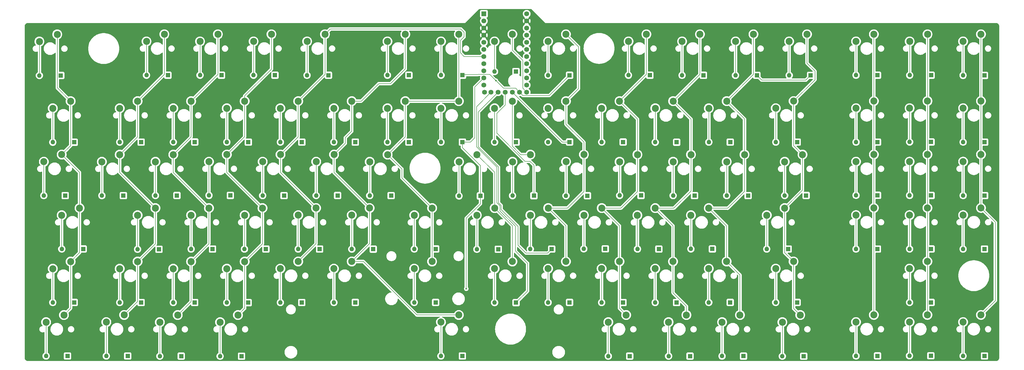
<source format=gbr>
G04 #@! TF.GenerationSoftware,KiCad,Pcbnew,8.0.0*
G04 #@! TF.CreationDate,2024-03-22T18:47:30-04:00*
G04 #@! TF.ProjectId,postmech2.1,706f7374-6d65-4636-9832-2e312e6b6963,2.1*
G04 #@! TF.SameCoordinates,Original*
G04 #@! TF.FileFunction,Copper,L1,Top*
G04 #@! TF.FilePolarity,Positive*
%FSLAX46Y46*%
G04 Gerber Fmt 4.6, Leading zero omitted, Abs format (unit mm)*
G04 Created by KiCad (PCBNEW 8.0.0) date 2024-03-22 18:47:30*
%MOMM*%
%LPD*%
G01*
G04 APERTURE LIST*
G04 #@! TA.AperFunction,ComponentPad*
%ADD10C,2.500000*%
G04 #@! TD*
G04 #@! TA.AperFunction,ComponentPad*
%ADD11R,1.752600X1.752600*%
G04 #@! TD*
G04 #@! TA.AperFunction,ComponentPad*
%ADD12C,1.752600*%
G04 #@! TD*
G04 #@! TA.AperFunction,ComponentPad*
%ADD13R,1.600000X1.600000*%
G04 #@! TD*
G04 #@! TA.AperFunction,ComponentPad*
%ADD14O,1.600000X1.600000*%
G04 #@! TD*
G04 #@! TA.AperFunction,ViaPad*
%ADD15C,0.600000*%
G04 #@! TD*
G04 #@! TA.AperFunction,Conductor*
%ADD16C,0.200000*%
G04 #@! TD*
G04 APERTURE END LIST*
D10*
X271785000Y-113935000D03*
X278135000Y-111395000D03*
X68544000Y-113935000D03*
X74894000Y-111395000D03*
X93947000Y-152040000D03*
X100297000Y-149500000D03*
X89177000Y-171090000D03*
X95527000Y-168550000D03*
X289217000Y-171085000D03*
X295567000Y-168545000D03*
X54251400Y-132985000D03*
X60601400Y-130445000D03*
X259078200Y-132995000D03*
X265428200Y-130455000D03*
X170152000Y-94885000D03*
X176502000Y-92345000D03*
X284492000Y-94885000D03*
X290842000Y-92345000D03*
X284467000Y-152030000D03*
X290817000Y-149490000D03*
X132047000Y-152030000D03*
X138397000Y-149490000D03*
X252740000Y-113935000D03*
X259090000Y-111395000D03*
X355952100Y-71074900D03*
X362302100Y-68534900D03*
X310657000Y-171085000D03*
X317007000Y-168545000D03*
X336852100Y-171060000D03*
X343202100Y-168520000D03*
X274987000Y-71074900D03*
X281337000Y-68534900D03*
X233695000Y-113930000D03*
X240045000Y-111390000D03*
X227312000Y-94885000D03*
X233662000Y-92345000D03*
X255937000Y-71074900D03*
X262287000Y-68534900D03*
X305102600Y-132990000D03*
X311452600Y-130450000D03*
X87609000Y-113935000D03*
X93959000Y-111395000D03*
X220988200Y-132990000D03*
X227338200Y-130450000D03*
X355902100Y-152010000D03*
X362252100Y-149470000D03*
X208257000Y-152030000D03*
X214607000Y-149490000D03*
X47904000Y-113930000D03*
X54254000Y-111390000D03*
X113002000Y-152035000D03*
X119352000Y-149495000D03*
X110607000Y-171090000D03*
X116957000Y-168550000D03*
X248732000Y-171085000D03*
X255082000Y-168545000D03*
X113002000Y-94885000D03*
X119352000Y-92345000D03*
X278118200Y-132995000D03*
X284468200Y-130455000D03*
X138400800Y-132980000D03*
X144750800Y-130440000D03*
X51082000Y-94885000D03*
X57432000Y-92345000D03*
X141567000Y-71074900D03*
X147917000Y-68534900D03*
X189202000Y-94885000D03*
X195552000Y-92345000D03*
X93942000Y-94885000D03*
X100292000Y-92345000D03*
X103467000Y-71074900D03*
X109817000Y-68534900D03*
X374972100Y-113900000D03*
X381322100Y-111360000D03*
X119345800Y-132985000D03*
X125695800Y-130445000D03*
X313077000Y-71074900D03*
X319427000Y-68534900D03*
X157445800Y-132980000D03*
X163795800Y-130440000D03*
X179702000Y-132990000D03*
X186052000Y-130450000D03*
X100290800Y-132985000D03*
X106640800Y-130445000D03*
X374952100Y-71074900D03*
X381302100Y-68534900D03*
X355922100Y-113900000D03*
X362272100Y-111360000D03*
X290835000Y-113935000D03*
X297185000Y-111395000D03*
X106649000Y-113930000D03*
X112999000Y-111390000D03*
X265432000Y-94885000D03*
X271782000Y-92345000D03*
D11*
X204450000Y-61225000D03*
D12*
X204450000Y-63765000D03*
X204450000Y-66305000D03*
X204450000Y-68845000D03*
X204450000Y-71385000D03*
X204450000Y-73925000D03*
X204450000Y-76465000D03*
X204450000Y-79005000D03*
X204450000Y-81545000D03*
X204450000Y-84085000D03*
X204450000Y-86625000D03*
X204678600Y-89165000D03*
X219690000Y-89165000D03*
X219690000Y-86625000D03*
X219690000Y-84085000D03*
X219690000Y-81545000D03*
X219690000Y-79005000D03*
X219690000Y-76465000D03*
X219690000Y-73925000D03*
X219690000Y-71385000D03*
X219690000Y-68845000D03*
X219690000Y-66305000D03*
X219690000Y-63765000D03*
X219690000Y-61225000D03*
X206990000Y-89165000D03*
X209530000Y-89165000D03*
X212070000Y-89165000D03*
X214610000Y-89165000D03*
X217150000Y-89165000D03*
D10*
X240038200Y-132985000D03*
X246388200Y-130445000D03*
X208252000Y-94885000D03*
X214602000Y-92345000D03*
X125749000Y-113930000D03*
X132099000Y-111390000D03*
X51082000Y-152035000D03*
X57432000Y-149495000D03*
X163849000Y-113935000D03*
X170199000Y-111395000D03*
X46322000Y-71099900D03*
X52672000Y-68559900D03*
X214650000Y-113940000D03*
X221000000Y-111400000D03*
X336872100Y-113910000D03*
X343222100Y-111370000D03*
X227307000Y-152030000D03*
X233657000Y-149490000D03*
X144799000Y-113930000D03*
X151149000Y-111390000D03*
X336867100Y-132955000D03*
X343217100Y-130415000D03*
X355902100Y-171060000D03*
X362252100Y-168520000D03*
X122527000Y-71074900D03*
X128877000Y-68534900D03*
X336872100Y-71074900D03*
X343222100Y-68534900D03*
X132052000Y-94885000D03*
X138402000Y-92345000D03*
X48702000Y-171085000D03*
X55052000Y-168545000D03*
X374972100Y-94860000D03*
X381322100Y-92320000D03*
X374957100Y-171060000D03*
X381307100Y-168520000D03*
X74892000Y-94885000D03*
X81242000Y-92345000D03*
X189187000Y-171080000D03*
X195537000Y-168540000D03*
X270167000Y-171085000D03*
X276517000Y-168545000D03*
X294027000Y-71074900D03*
X300377000Y-68534900D03*
X308297000Y-94880000D03*
X314647000Y-92340000D03*
X311475000Y-113935000D03*
X317825000Y-111395000D03*
X201943200Y-132990000D03*
X208293200Y-130450000D03*
X227312000Y-71074900D03*
X233662000Y-68534900D03*
X355917100Y-132955000D03*
X362267100Y-130415000D03*
X208262000Y-71074900D03*
X214612000Y-68534900D03*
X81240800Y-132985000D03*
X87590800Y-130445000D03*
X355932100Y-94860000D03*
X362282100Y-92320000D03*
X74897000Y-152040000D03*
X81247000Y-149500000D03*
X70127000Y-171080000D03*
X76477000Y-168540000D03*
X246372000Y-94885000D03*
X252722000Y-92345000D03*
X246347000Y-152030000D03*
X252697000Y-149490000D03*
X170162000Y-71074900D03*
X176512000Y-68534900D03*
X195605000Y-113940000D03*
X201955000Y-111400000D03*
X265407000Y-152030000D03*
X271757000Y-149490000D03*
X84427000Y-71074900D03*
X90777000Y-68534900D03*
X151097000Y-152030000D03*
X157447000Y-149490000D03*
X179677000Y-152030000D03*
X186027000Y-149490000D03*
X336872100Y-94860000D03*
X343222100Y-92320000D03*
X189212000Y-71074900D03*
X195562000Y-68534900D03*
X374972100Y-132955000D03*
X381322100Y-130415000D03*
X151102000Y-94885000D03*
X157452000Y-92345000D03*
X308287000Y-152030000D03*
X314637000Y-149490000D03*
D13*
X263517000Y-83114900D03*
D14*
X255897000Y-83114900D03*
D13*
X247627000Y-144975000D03*
D14*
X240007000Y-144975000D03*
D13*
X260367000Y-125950000D03*
D14*
X252747000Y-125950000D03*
D13*
X273017000Y-164100000D03*
D14*
X265397000Y-164100000D03*
D13*
X312717000Y-145050000D03*
D14*
X305097000Y-145050000D03*
D13*
X315937000Y-106950000D03*
D14*
X308317000Y-106950000D03*
D13*
X382592100Y-125990000D03*
D14*
X374972100Y-125990000D03*
D13*
X95227000Y-125960000D03*
D14*
X87607000Y-125960000D03*
D13*
X196817000Y-106950000D03*
D14*
X189197000Y-106950000D03*
D13*
X177772000Y-83104900D03*
D14*
X170152000Y-83104900D03*
D13*
X228592000Y-145050000D03*
D14*
X220972000Y-145050000D03*
D13*
X56327000Y-183150000D03*
D14*
X48707000Y-183150000D03*
D13*
X55507000Y-125990000D03*
D14*
X47887000Y-125990000D03*
D13*
X222267000Y-126030000D03*
D14*
X214647000Y-126030000D03*
D13*
X285727000Y-145000000D03*
D14*
X278107000Y-145000000D03*
D13*
X363542100Y-125940000D03*
D14*
X355922100Y-125940000D03*
D13*
X158707000Y-106940000D03*
D14*
X151087000Y-106940000D03*
D13*
X215872000Y-81814900D03*
D14*
X208252000Y-81814900D03*
D13*
X92047000Y-83104900D03*
D14*
X84427000Y-83104900D03*
D13*
X76177000Y-126010000D03*
D14*
X68557000Y-126010000D03*
D13*
X58707000Y-106980000D03*
D14*
X51087000Y-106980000D03*
D13*
X344482100Y-106950000D03*
D14*
X336862100Y-106950000D03*
D13*
X165092000Y-145075000D03*
D14*
X157472000Y-145075000D03*
D13*
X139677000Y-106960000D03*
D14*
X132057000Y-106960000D03*
D13*
X53927000Y-83214900D03*
D14*
X46307000Y-83214900D03*
D13*
X253967000Y-164100000D03*
D14*
X246347000Y-164100000D03*
D13*
X171464000Y-126000000D03*
D14*
X163844000Y-126000000D03*
D13*
X344487100Y-183125000D03*
D14*
X336867100Y-183125000D03*
D13*
X241300000Y-126050000D03*
D14*
X233680000Y-126050000D03*
D13*
X344492100Y-125900000D03*
D14*
X336872100Y-125900000D03*
D13*
X301597000Y-83164900D03*
D14*
X293977000Y-83164900D03*
D13*
X152407000Y-125970000D03*
D14*
X144787000Y-125970000D03*
D13*
X120607000Y-164125000D03*
D14*
X112987000Y-164125000D03*
D13*
X130127000Y-83114900D03*
D14*
X122507000Y-83114900D03*
D13*
X363537100Y-164070000D03*
D14*
X355917100Y-164070000D03*
D13*
X96792000Y-183200000D03*
D14*
X89172000Y-183200000D03*
D13*
X158717000Y-164075000D03*
D14*
X151097000Y-164075000D03*
D13*
X215892000Y-164125000D03*
D14*
X208272000Y-164125000D03*
D13*
X187292000Y-164075000D03*
D14*
X179672000Y-164075000D03*
D13*
X215887000Y-106960000D03*
D14*
X208267000Y-106960000D03*
D13*
X196797000Y-183150000D03*
D14*
X189177000Y-183150000D03*
D13*
X58702000Y-164075000D03*
D14*
X51082000Y-164075000D03*
D13*
X363582100Y-83114900D03*
D14*
X355962100Y-83114900D03*
D13*
X61902000Y-145025000D03*
D14*
X54282000Y-145025000D03*
D13*
X292092000Y-164075000D03*
D14*
X284472000Y-164075000D03*
D13*
X101567000Y-164100000D03*
D14*
X93947000Y-164100000D03*
D13*
X382572100Y-145050000D03*
D14*
X374952100Y-145050000D03*
D13*
X363552100Y-106900000D03*
D14*
X355932100Y-106900000D03*
D13*
X320707000Y-83164900D03*
D14*
X313087000Y-83164900D03*
D13*
X363542100Y-145010000D03*
D14*
X355922100Y-145010000D03*
D13*
X363497100Y-183075000D03*
D14*
X355877100Y-183075000D03*
D13*
X114267000Y-125930000D03*
D14*
X106647000Y-125930000D03*
D13*
X82517000Y-106960000D03*
D14*
X74897000Y-106960000D03*
D13*
X77742000Y-183150000D03*
D14*
X70122000Y-183150000D03*
D13*
X382562100Y-183150000D03*
D14*
X374942100Y-183150000D03*
D13*
X292117000Y-106950000D03*
D14*
X284497000Y-106950000D03*
D13*
X266727000Y-145050000D03*
D14*
X259107000Y-145050000D03*
D13*
X273037000Y-106980000D03*
D14*
X265417000Y-106980000D03*
D13*
X279407000Y-126010000D03*
D14*
X271787000Y-126010000D03*
D13*
X277807000Y-183200000D03*
D14*
X270187000Y-183200000D03*
D13*
X118227000Y-183225000D03*
D14*
X110607000Y-183225000D03*
D13*
X382562100Y-83174900D03*
D14*
X374942100Y-83174900D03*
D13*
X126892000Y-145050000D03*
D14*
X119272000Y-145050000D03*
D13*
X344482100Y-83094900D03*
D14*
X336862100Y-83094900D03*
D13*
X107917000Y-145050000D03*
D14*
X100297000Y-145050000D03*
D13*
X196842000Y-83104900D03*
D14*
X189222000Y-83104900D03*
D13*
X319097000Y-125960000D03*
D14*
X311477000Y-125960000D03*
D13*
X120627000Y-106950000D03*
D14*
X113007000Y-106950000D03*
D13*
X146017000Y-145050000D03*
D14*
X138397000Y-145050000D03*
D13*
X82517000Y-164095000D03*
D14*
X74897000Y-164095000D03*
D13*
X133364000Y-126000000D03*
D14*
X125744000Y-126000000D03*
D13*
X382592100Y-106940000D03*
D14*
X374972100Y-106940000D03*
D13*
X282587000Y-83144900D03*
D14*
X274967000Y-83144900D03*
D13*
X187317000Y-145025000D03*
D14*
X179697000Y-145025000D03*
D13*
X315902000Y-164075000D03*
D14*
X308282000Y-164075000D03*
D13*
X209592000Y-145125000D03*
D14*
X201972000Y-145125000D03*
D13*
X234932000Y-83134900D03*
D14*
X227312000Y-83134900D03*
D13*
X139667000Y-164100000D03*
D14*
X132047000Y-164100000D03*
D13*
X234927000Y-164075000D03*
D14*
X227307000Y-164075000D03*
D13*
X298477000Y-126010000D03*
D14*
X290857000Y-126010000D03*
D13*
X88867000Y-145125000D03*
D14*
X81247000Y-145125000D03*
D13*
X253987000Y-106930000D03*
D14*
X246367000Y-106930000D03*
D13*
X203227000Y-126120000D03*
D14*
X195607000Y-126120000D03*
D13*
X111087000Y-83104900D03*
D14*
X103467000Y-83104900D03*
D13*
X234947000Y-106920000D03*
D14*
X227327000Y-106920000D03*
D13*
X101597000Y-106930000D03*
D14*
X93977000Y-106930000D03*
D13*
X177777000Y-106960000D03*
D14*
X170157000Y-106960000D03*
D13*
X149157000Y-83134900D03*
D14*
X141537000Y-83134900D03*
D13*
X318257000Y-183225000D03*
D14*
X310637000Y-183225000D03*
D13*
X296817000Y-183175000D03*
D14*
X289197000Y-183175000D03*
D13*
X344472100Y-145040000D03*
D14*
X336852100Y-145040000D03*
D13*
X256342000Y-183200000D03*
D14*
X248722000Y-183200000D03*
D15*
X208750000Y-85050000D03*
X198190000Y-159200000D03*
D16*
X46322000Y-71099900D02*
X46322000Y-83199900D01*
X46322000Y-83199900D02*
X46307000Y-83214900D01*
X211462452Y-87762452D02*
X215747452Y-87762452D01*
X215747452Y-87762452D02*
X217150000Y-89165000D01*
X303282100Y-84850000D02*
X301597000Y-83164900D01*
X206510000Y-82810000D02*
X208750000Y-85050000D01*
X196842000Y-83104900D02*
X197038200Y-82908700D01*
X227725600Y-90341300D02*
X234932000Y-83134900D01*
X196842000Y-83104900D02*
X197046900Y-82900000D01*
X217150000Y-89165000D02*
X218326300Y-90341300D01*
X218326300Y-90341300D02*
X227725600Y-90341300D01*
X208750000Y-85050000D02*
X211462452Y-87762452D01*
X202231300Y-82908700D02*
X202330000Y-82810000D01*
X319021900Y-84850000D02*
X303282100Y-84850000D01*
X202330000Y-82810000D02*
X206510000Y-82810000D01*
X320707000Y-83164900D02*
X319021900Y-84850000D01*
X197038200Y-82908700D02*
X202231300Y-82908700D01*
X84427000Y-71074900D02*
X84427000Y-83104900D01*
X103467000Y-71074900D02*
X103467000Y-83104900D01*
X122527000Y-71074900D02*
X122527000Y-83094900D01*
X122527000Y-83094900D02*
X122507000Y-83114900D01*
X141567000Y-83104900D02*
X141537000Y-83134900D01*
X141567000Y-71074900D02*
X141567000Y-83104900D01*
X170162000Y-83094900D02*
X170152000Y-83104900D01*
X170162000Y-71074900D02*
X170162000Y-83094900D01*
X189212000Y-71074900D02*
X189212000Y-83094900D01*
X189212000Y-83094900D02*
X189222000Y-83104900D01*
X208262000Y-71074900D02*
X208262000Y-81804900D01*
X208262000Y-81804900D02*
X208252000Y-81814900D01*
X227312000Y-71074900D02*
X227312000Y-83134900D01*
X255937000Y-71074900D02*
X255937000Y-83074900D01*
X255937000Y-83074900D02*
X255897000Y-83114900D01*
X274987000Y-83124900D02*
X274967000Y-83144900D01*
X274987000Y-71074900D02*
X274987000Y-83124900D01*
X294027000Y-83114900D02*
X293977000Y-83164900D01*
X294027000Y-71074900D02*
X294027000Y-83114900D01*
X313077000Y-71074900D02*
X313077000Y-83154900D01*
X313077000Y-83154900D02*
X313087000Y-83164900D01*
X336872100Y-83084900D02*
X336862100Y-83094900D01*
X336872100Y-71074900D02*
X336872100Y-83084900D01*
X355952100Y-71074900D02*
X355952100Y-83104900D01*
X355952100Y-83104900D02*
X355962100Y-83114900D01*
X374952100Y-71074900D02*
X374952100Y-83164900D01*
X374952100Y-83164900D02*
X374942100Y-83174900D01*
X51082000Y-94885000D02*
X51082000Y-106975000D01*
X51082000Y-106975000D02*
X51087000Y-106980000D01*
X232365000Y-106920000D02*
X234947000Y-106920000D01*
X214610000Y-89165000D02*
X232365000Y-106920000D01*
X74892000Y-106955000D02*
X74897000Y-106960000D01*
X74892000Y-94885000D02*
X74892000Y-106955000D01*
X93942000Y-106895000D02*
X93977000Y-106930000D01*
X93942000Y-94885000D02*
X93942000Y-106895000D01*
X113002000Y-106945000D02*
X113007000Y-106950000D01*
X113002000Y-94885000D02*
X113002000Y-106945000D01*
X132052000Y-106955000D02*
X132057000Y-106960000D01*
X132052000Y-94885000D02*
X132052000Y-106955000D01*
X151102000Y-106925000D02*
X151087000Y-106940000D01*
X151102000Y-94885000D02*
X151102000Y-106925000D01*
X170152000Y-106955000D02*
X170157000Y-106960000D01*
X170152000Y-94885000D02*
X170152000Y-106955000D01*
X203227000Y-126120000D02*
X203227000Y-115307000D01*
X201200000Y-87300000D02*
X201200000Y-105430000D01*
X196817000Y-108897000D02*
X196817000Y-106950000D01*
X198190000Y-134010000D02*
X198190000Y-159200000D01*
X198190000Y-159200000D02*
X198190000Y-159190000D01*
X203227000Y-115307000D02*
X196817000Y-108897000D01*
X201235000Y-87300000D02*
X201200000Y-87300000D01*
X204450000Y-84085000D02*
X201235000Y-87300000D01*
X203227000Y-126120000D02*
X203227000Y-128973000D01*
X198190000Y-159190000D02*
X198150000Y-159150000D01*
X201200000Y-105430000D02*
X199680000Y-106950000D01*
X199680000Y-106950000D02*
X196817000Y-106950000D01*
X203227000Y-128973000D02*
X198190000Y-134010000D01*
X189202000Y-106945000D02*
X189197000Y-106950000D01*
X189202000Y-94885000D02*
X189202000Y-106945000D01*
X208252000Y-106945000D02*
X208267000Y-106960000D01*
X208252000Y-94885000D02*
X208252000Y-106945000D01*
X227312000Y-106905000D02*
X227327000Y-106920000D01*
X246372000Y-106925000D02*
X246367000Y-106930000D01*
X246372000Y-94885000D02*
X246372000Y-106925000D01*
X265432000Y-106965000D02*
X265417000Y-106980000D01*
X265432000Y-94885000D02*
X265432000Y-106965000D01*
X284492000Y-106945000D02*
X284497000Y-106950000D01*
X284492000Y-94885000D02*
X284492000Y-106945000D01*
X308297000Y-94880000D02*
X308297000Y-106930000D01*
X308297000Y-106930000D02*
X308317000Y-106950000D01*
X336872100Y-94860000D02*
X336872100Y-106940000D01*
X336872100Y-106940000D02*
X336862100Y-106950000D01*
X355932100Y-94860000D02*
X355932100Y-106900000D01*
X374972100Y-94860000D02*
X374972100Y-106940000D01*
X209128402Y-103825000D02*
X219078402Y-113775000D01*
X209100000Y-103825000D02*
X209128402Y-103825000D01*
X220875000Y-113775000D02*
X222267000Y-115167000D01*
X222267000Y-115167000D02*
X222267000Y-126030000D01*
X209100000Y-96700000D02*
X209100000Y-103825000D01*
X212070000Y-89165000D02*
X212070000Y-93730000D01*
X212070000Y-93730000D02*
X209100000Y-96700000D01*
X219078402Y-113775000D02*
X220875000Y-113775000D01*
X47904000Y-125973000D02*
X47887000Y-125990000D01*
X47904000Y-113930000D02*
X47904000Y-125973000D01*
X68544000Y-113935000D02*
X68544000Y-125997000D01*
X68544000Y-125997000D02*
X68557000Y-126010000D01*
X87609000Y-113935000D02*
X87609000Y-125958000D01*
X87609000Y-125958000D02*
X87607000Y-125960000D01*
X106649000Y-113930000D02*
X106649000Y-125928000D01*
X106649000Y-125928000D02*
X106647000Y-125930000D01*
X125749000Y-125995000D02*
X125744000Y-126000000D01*
X125749000Y-113930000D02*
X125749000Y-125995000D01*
X144799000Y-125958000D02*
X144787000Y-125970000D01*
X144799000Y-113930000D02*
X144799000Y-125958000D01*
X163849000Y-125995000D02*
X163844000Y-126000000D01*
X163849000Y-113935000D02*
X163849000Y-125995000D01*
X195605000Y-126118000D02*
X195607000Y-126120000D01*
X195605000Y-113940000D02*
X195605000Y-126118000D01*
X214650000Y-113940000D02*
X214650000Y-126027000D01*
X214650000Y-126027000D02*
X214647000Y-126030000D01*
X233695000Y-126035000D02*
X233680000Y-126050000D01*
X233695000Y-113930000D02*
X233695000Y-126035000D01*
X252740000Y-113935000D02*
X252740000Y-125943000D01*
X252740000Y-125943000D02*
X252747000Y-125950000D01*
X271785000Y-113935000D02*
X271785000Y-126008000D01*
X271785000Y-126008000D02*
X271787000Y-126010000D01*
X290835000Y-125988000D02*
X290857000Y-126010000D01*
X290835000Y-113935000D02*
X290835000Y-125988000D01*
X311475000Y-113935000D02*
X311475000Y-125958000D01*
X311475000Y-125958000D02*
X311477000Y-125960000D01*
X336872100Y-113910000D02*
X336872100Y-125900000D01*
X355922100Y-113900000D02*
X355922100Y-125940000D01*
X374972100Y-113900000D02*
X374972100Y-125990000D01*
X54251400Y-132985000D02*
X54251400Y-144994400D01*
X54251400Y-144994400D02*
X54282000Y-145025000D01*
X209530000Y-89165000D02*
X202520000Y-96175000D01*
X209680000Y-115830000D02*
X209680000Y-128584315D01*
X202520000Y-96175000D02*
X202520000Y-108670000D01*
X216650000Y-137030000D02*
X216650000Y-143700000D01*
X219450000Y-146500000D02*
X227142000Y-146500000D01*
X209680000Y-128584315D02*
X210610000Y-129514315D01*
X210610000Y-130990000D02*
X216650000Y-137030000D01*
X202520000Y-108670000D02*
X209680000Y-115830000D01*
X216650000Y-143700000D02*
X219450000Y-146500000D01*
X210610000Y-129514315D02*
X210610000Y-130990000D01*
X227142000Y-146500000D02*
X228592000Y-145050000D01*
X81240800Y-132985000D02*
X81240800Y-145118800D01*
X81240800Y-145118800D02*
X81247000Y-145125000D01*
X100290800Y-132985000D02*
X100290800Y-145043800D01*
X100290800Y-145043800D02*
X100297000Y-145050000D01*
X119345800Y-144976200D02*
X119272000Y-145050000D01*
X119345800Y-132985000D02*
X119345800Y-144976200D01*
X138400800Y-145046200D02*
X138397000Y-145050000D01*
X138400800Y-132980000D02*
X138400800Y-145046200D01*
X157445800Y-145048800D02*
X157472000Y-145075000D01*
X157445800Y-132980000D02*
X157445800Y-145048800D01*
X179702000Y-145020000D02*
X179697000Y-145025000D01*
X179702000Y-132990000D02*
X179702000Y-145020000D01*
X201943200Y-132990000D02*
X201943200Y-145096200D01*
X201943200Y-145096200D02*
X201972000Y-145125000D01*
X220988200Y-132990000D02*
X220988200Y-145033800D01*
X220988200Y-145033800D02*
X220972000Y-145050000D01*
X240038200Y-144943800D02*
X240007000Y-144975000D01*
X240038200Y-132985000D02*
X240038200Y-144943800D01*
X259078200Y-132995000D02*
X259078200Y-145021200D01*
X259078200Y-145021200D02*
X259107000Y-145050000D01*
X278118200Y-132995000D02*
X278118200Y-144988800D01*
X278118200Y-144988800D02*
X278107000Y-145000000D01*
X305102600Y-132990000D02*
X305102600Y-145044400D01*
X305102600Y-145044400D02*
X305097000Y-145050000D01*
X336867100Y-145025000D02*
X336852100Y-145040000D01*
X336867100Y-132955000D02*
X336867100Y-145025000D01*
X355917100Y-132955000D02*
X355917100Y-145005000D01*
X355917100Y-145005000D02*
X355922100Y-145010000D01*
X374972100Y-132955000D02*
X374972100Y-145030000D01*
X374972100Y-145030000D02*
X374952100Y-145050000D01*
X51082000Y-152035000D02*
X51082000Y-164075000D01*
X209050000Y-128520000D02*
X210210000Y-129680000D01*
X201860000Y-94295000D02*
X201860000Y-108610000D01*
X215650000Y-145750000D02*
X220000000Y-150100000D01*
X209050000Y-115800000D02*
X209050000Y-128520000D01*
X210210000Y-129680000D02*
X210210000Y-131520000D01*
X220000000Y-150100000D02*
X220000000Y-160017000D01*
X210210000Y-131520000D02*
X215650000Y-136960000D01*
X206990000Y-89165000D02*
X201860000Y-94295000D01*
X215650000Y-136960000D02*
X215650000Y-145750000D01*
X220000000Y-160017000D02*
X215892000Y-164125000D01*
X201860000Y-108610000D02*
X209050000Y-115800000D01*
X74897000Y-152040000D02*
X74897000Y-164095000D01*
X93947000Y-152040000D02*
X93947000Y-164100000D01*
X113002000Y-164110000D02*
X112987000Y-164125000D01*
X113002000Y-152035000D02*
X113002000Y-164110000D01*
X132047000Y-152030000D02*
X132047000Y-164100000D01*
X151097000Y-152030000D02*
X151097000Y-164075000D01*
X179677000Y-152030000D02*
X179677000Y-164070000D01*
X179677000Y-164070000D02*
X179672000Y-164075000D01*
X208257000Y-164110000D02*
X208272000Y-164125000D01*
X208257000Y-152030000D02*
X208257000Y-164110000D01*
X227307000Y-152030000D02*
X227307000Y-164075000D01*
X246347000Y-152030000D02*
X246347000Y-164100000D01*
X265407000Y-164090000D02*
X265397000Y-164100000D01*
X265407000Y-152030000D02*
X265407000Y-164090000D01*
X284467000Y-152030000D02*
X284467000Y-164070000D01*
X284467000Y-164070000D02*
X284472000Y-164075000D01*
X308287000Y-164070000D02*
X308282000Y-164075000D01*
X308287000Y-152030000D02*
X308287000Y-164070000D01*
X355902100Y-152010000D02*
X355902100Y-164055000D01*
X355902100Y-164055000D02*
X355917100Y-164070000D01*
X48702000Y-171085000D02*
X48702000Y-183145000D01*
X48702000Y-183145000D02*
X48707000Y-183150000D01*
X70127000Y-171080000D02*
X70127000Y-183145000D01*
X70127000Y-183145000D02*
X70122000Y-183150000D01*
X89177000Y-171090000D02*
X89177000Y-183195000D01*
X89177000Y-183195000D02*
X89172000Y-183200000D01*
X110607000Y-171090000D02*
X110607000Y-183225000D01*
X189187000Y-171080000D02*
X189187000Y-183140000D01*
X189187000Y-183140000D02*
X189177000Y-183150000D01*
X248732000Y-183190000D02*
X248722000Y-183200000D01*
X248732000Y-171085000D02*
X248732000Y-183190000D01*
X270187000Y-171105000D02*
X270167000Y-171085000D01*
X270187000Y-183200000D02*
X270187000Y-171105000D01*
X289217000Y-171085000D02*
X289217000Y-183155000D01*
X289217000Y-183155000D02*
X289197000Y-183175000D01*
X310657000Y-171085000D02*
X310657000Y-183205000D01*
X310657000Y-183205000D02*
X310637000Y-183225000D01*
X336852100Y-183110000D02*
X336867100Y-183125000D01*
X336852100Y-171060000D02*
X336852100Y-183110000D01*
X355902100Y-171060000D02*
X355902100Y-183050000D01*
X355902100Y-183050000D02*
X355877100Y-183075000D01*
X374957100Y-171060000D02*
X374957100Y-183135000D01*
X374957100Y-183135000D02*
X374942100Y-183150000D01*
X52672000Y-87585000D02*
X57432000Y-92345000D01*
X54254000Y-111390000D02*
X60601400Y-117737400D01*
X57432000Y-149495000D02*
X57432000Y-166165000D01*
X57432000Y-166165000D02*
X55052000Y-168545000D01*
X57432000Y-108212000D02*
X54254000Y-111390000D01*
X60601400Y-146325600D02*
X57432000Y-149495000D01*
X60601400Y-130445000D02*
X60601400Y-146325600D01*
X57432000Y-92345000D02*
X57432000Y-108212000D01*
X52672000Y-68559900D02*
X52672000Y-87585000D01*
X60601400Y-117737400D02*
X60601400Y-130445000D01*
X90777000Y-82810000D02*
X81242000Y-92345000D01*
X90777000Y-68534900D02*
X90777000Y-82810000D01*
X87590800Y-143156200D02*
X81247000Y-149500000D01*
X81247000Y-163770000D02*
X76477000Y-168540000D01*
X74894000Y-117748200D02*
X87590800Y-130445000D01*
X81247000Y-149500000D02*
X81247000Y-163770000D01*
X81242000Y-105047000D02*
X74894000Y-111395000D01*
X87590800Y-130445000D02*
X87590800Y-143156200D01*
X81242000Y-92345000D02*
X81242000Y-105047000D01*
X74894000Y-111395000D02*
X74894000Y-117748200D01*
X109817000Y-82820000D02*
X100292000Y-92345000D01*
X100292000Y-105062000D02*
X93959000Y-111395000D01*
X100292000Y-92345000D02*
X100292000Y-105062000D01*
X93959000Y-111395000D02*
X93959000Y-117763200D01*
X100297000Y-163780000D02*
X95527000Y-168550000D01*
X106640800Y-143156200D02*
X100297000Y-149500000D01*
X109817000Y-68534900D02*
X109817000Y-82820000D01*
X93959000Y-117763200D02*
X106640800Y-130445000D01*
X100297000Y-149500000D02*
X100297000Y-163780000D01*
X106640800Y-130445000D02*
X106640800Y-143156200D01*
X112999000Y-117748200D02*
X125695800Y-130445000D01*
X128877000Y-68534900D02*
X128877000Y-80923000D01*
X125695800Y-143151200D02*
X119352000Y-149495000D01*
X119352000Y-105037000D02*
X112999000Y-111390000D01*
X125695800Y-130445000D02*
X125695800Y-143151200D01*
X128877000Y-80923000D02*
X119352000Y-90448000D01*
X119352000Y-90448000D02*
X119352000Y-92345000D01*
X119352000Y-92345000D02*
X119352000Y-105037000D01*
X119352000Y-166155000D02*
X116957000Y-168550000D01*
X112999000Y-111390000D02*
X112999000Y-117748200D01*
X119352000Y-149495000D02*
X119352000Y-166155000D01*
X147917000Y-68534900D02*
X147917000Y-82830000D01*
X132099000Y-117788200D02*
X144750800Y-130440000D01*
X144750800Y-130440000D02*
X144750800Y-143136200D01*
X196090000Y-75125000D02*
X196090000Y-70740000D01*
X204450000Y-76465000D02*
X197430000Y-76465000D01*
X138402000Y-92345000D02*
X138402000Y-105087000D01*
X138402000Y-105087000D02*
X132099000Y-111390000D01*
X196250000Y-66630000D02*
X149821900Y-66630000D01*
X196090000Y-70740000D02*
X197430000Y-69400000D01*
X197430000Y-76465000D02*
X196090000Y-75125000D01*
X132099000Y-111390000D02*
X132099000Y-117788200D01*
X144750800Y-143136200D02*
X138397000Y-149490000D01*
X147917000Y-82830000D02*
X138402000Y-92345000D01*
X149821900Y-66630000D02*
X147917000Y-68534900D01*
X197430000Y-67810000D02*
X196250000Y-66630000D01*
X197430000Y-69400000D02*
X197430000Y-67810000D01*
X157452000Y-103048000D02*
X155150000Y-105350000D01*
X151149000Y-117793200D02*
X163795800Y-130440000D01*
X155150000Y-105350000D02*
X155150000Y-107389000D01*
X155150000Y-107389000D02*
X151149000Y-111390000D01*
X176512000Y-80838000D02*
X171250000Y-86100000D01*
X176512000Y-68534900D02*
X176512000Y-80838000D01*
X167050000Y-86100000D02*
X160800000Y-92350000D01*
X157447000Y-149490000D02*
X161570775Y-149490000D01*
X157452000Y-92345000D02*
X157452000Y-103048000D01*
X171250000Y-86100000D02*
X167050000Y-86100000D01*
X180620775Y-168540000D02*
X195537000Y-168540000D01*
X160795000Y-92345000D02*
X157452000Y-92345000D01*
X160800000Y-92350000D02*
X160795000Y-92345000D01*
X151149000Y-111390000D02*
X151149000Y-117793200D01*
X161570775Y-149490000D02*
X180620775Y-168540000D01*
X163795800Y-143141200D02*
X157447000Y-149490000D01*
X163795800Y-130440000D02*
X163795800Y-143141200D01*
X175300000Y-116496000D02*
X175300000Y-119698000D01*
X195562000Y-68534900D02*
X195562000Y-92335000D01*
X186052000Y-149465000D02*
X186027000Y-149490000D01*
X175300000Y-119698000D02*
X186052000Y-130450000D01*
X195552000Y-92345000D02*
X176502000Y-92345000D01*
X176502000Y-92345000D02*
X176502000Y-105092000D01*
X170199000Y-111395000D02*
X175300000Y-116496000D01*
X176502000Y-105092000D02*
X170199000Y-111395000D01*
X195562000Y-92335000D02*
X195552000Y-92345000D01*
X186052000Y-130450000D02*
X186052000Y-149465000D01*
X218287452Y-77862452D02*
X214612000Y-74187000D01*
X201955000Y-111400000D02*
X208293200Y-117738200D01*
X214612000Y-74187000D02*
X214612000Y-68534900D01*
X219690000Y-89165000D02*
X218287452Y-87762452D01*
X214607000Y-136763800D02*
X214607000Y-149490000D01*
X208293200Y-130450000D02*
X214607000Y-136763800D01*
X218287452Y-87762452D02*
X218287452Y-77862452D01*
X214600000Y-92347000D02*
X214600000Y-108420000D01*
X214602000Y-92345000D02*
X214600000Y-92347000D01*
X217580000Y-111400000D02*
X221000000Y-111400000D01*
X214600000Y-108420000D02*
X217580000Y-111400000D01*
X208293200Y-117738200D02*
X208293200Y-130450000D01*
X233662000Y-92345000D02*
X233662000Y-100587000D01*
X238150000Y-87857000D02*
X233662000Y-92345000D01*
X240045000Y-106970000D02*
X240045000Y-111390000D01*
X233657000Y-149490000D02*
X233657000Y-136768800D01*
X240045000Y-124530000D02*
X240045000Y-111390000D01*
X238150000Y-73022900D02*
X238150000Y-87857000D01*
X234125000Y-130450000D02*
X240045000Y-124530000D01*
X233662000Y-68534900D02*
X238150000Y-73022900D01*
X227338200Y-130450000D02*
X234125000Y-130450000D01*
X233657000Y-136768800D02*
X227338200Y-130450000D01*
X233662000Y-100587000D02*
X240045000Y-106970000D01*
X259090000Y-124585000D02*
X259090000Y-111395000D01*
X253200000Y-130475000D02*
X259090000Y-124585000D01*
X246388200Y-130445000D02*
X253170000Y-130445000D01*
X259090000Y-98713000D02*
X259090000Y-111395000D01*
X252697000Y-166160000D02*
X255082000Y-168545000D01*
X252697000Y-136753800D02*
X252697000Y-149490000D01*
X262287000Y-82780000D02*
X252722000Y-92345000D01*
X252697000Y-149490000D02*
X252697000Y-166160000D01*
X262287000Y-68534900D02*
X262287000Y-82780000D01*
X246388200Y-130445000D02*
X252697000Y-136753800D01*
X252722000Y-92345000D02*
X259090000Y-98713000D01*
X253170000Y-130445000D02*
X253200000Y-130475000D01*
X271757000Y-136783800D02*
X271757000Y-149490000D01*
X272005000Y-130455000D02*
X272025000Y-130475000D01*
X271757000Y-149490000D02*
X271757000Y-160640000D01*
X278135000Y-98698000D02*
X278135000Y-111395000D01*
X271782000Y-92345000D02*
X278135000Y-98698000D01*
X271757000Y-160640000D02*
X276517000Y-165400000D01*
X272025000Y-130475000D02*
X278135000Y-124365000D01*
X278135000Y-124365000D02*
X278135000Y-111395000D01*
X265428200Y-130455000D02*
X271757000Y-136783800D01*
X276517000Y-165400000D02*
X276517000Y-168545000D01*
X281337000Y-82790000D02*
X271782000Y-92345000D01*
X265428200Y-130455000D02*
X272005000Y-130455000D01*
X281337000Y-68534900D02*
X281337000Y-82790000D01*
X300377000Y-68534900D02*
X300377000Y-82810000D01*
X284468200Y-130455000D02*
X290817000Y-136803800D01*
X291105000Y-130455000D02*
X291175000Y-130525000D01*
X295567000Y-154240000D02*
X295567000Y-168545000D01*
X284468200Y-130455000D02*
X291105000Y-130455000D01*
X300377000Y-82810000D02*
X290842000Y-92345000D01*
X290817000Y-149490000D02*
X295567000Y-154240000D01*
X290817000Y-136803800D02*
X290817000Y-149490000D01*
X291175000Y-130525000D02*
X297185000Y-124515000D01*
X290842000Y-92345000D02*
X297185000Y-98688000D01*
X297185000Y-124515000D02*
X297185000Y-111395000D01*
X297185000Y-98688000D02*
X297185000Y-111395000D01*
X317825000Y-124077600D02*
X311452600Y-130450000D01*
X319427000Y-78827000D02*
X322250000Y-81650000D01*
X322250000Y-81650000D02*
X322250000Y-84737000D01*
X314647000Y-92340000D02*
X314647000Y-108217000D01*
X311452600Y-130450000D02*
X311452600Y-146305600D01*
X314647000Y-108217000D02*
X317825000Y-111395000D01*
X314637000Y-149490000D02*
X314637000Y-166175000D01*
X322250000Y-84737000D02*
X314647000Y-92340000D01*
X311452600Y-146305600D02*
X314637000Y-149490000D01*
X314637000Y-166175000D02*
X317007000Y-168545000D01*
X319427000Y-68534900D02*
X319427000Y-78827000D01*
X317825000Y-111395000D02*
X317825000Y-124077600D01*
X343222100Y-68534900D02*
X343222100Y-168500000D01*
X343222100Y-168500000D02*
X343202100Y-168520000D01*
X362302100Y-68534900D02*
X362302100Y-168470000D01*
X362302100Y-168470000D02*
X362252100Y-168520000D01*
X381302100Y-87552100D02*
X381322100Y-87572100D01*
X386425000Y-135517900D02*
X386425000Y-163402100D01*
X381322100Y-130415000D02*
X386425000Y-135517900D01*
X381322100Y-111360000D02*
X381322100Y-130415000D01*
X386425000Y-163402100D02*
X381307100Y-168520000D01*
X381302100Y-68534900D02*
X381302100Y-87552100D01*
X381322100Y-87572100D02*
X381322100Y-111360000D01*
G04 #@! TA.AperFunction,Conductor*
G36*
X221358392Y-59570185D02*
G01*
X221379027Y-59586811D01*
X226195494Y-64402476D01*
X226195493Y-64402476D01*
X226195502Y-64402484D01*
X226243524Y-64450507D01*
X226243567Y-64450540D01*
X226244095Y-64450839D01*
X226285841Y-64474936D01*
X226298001Y-64481955D01*
X226298007Y-64481962D01*
X226298009Y-64481960D01*
X226305826Y-64486473D01*
X226356574Y-64515773D01*
X226357668Y-64516423D01*
X226357679Y-64516428D01*
X226359109Y-64516789D01*
X226418928Y-64532812D01*
X226418938Y-64532815D01*
X226432254Y-64536382D01*
X226484940Y-64550500D01*
X226484948Y-64550500D01*
X226484979Y-64550504D01*
X226484981Y-64550505D01*
X226484981Y-64550504D01*
X226484982Y-64550505D01*
X226514932Y-64550502D01*
X226544883Y-64550500D01*
X386732656Y-64550500D01*
X386743466Y-64550972D01*
X386915562Y-64566032D01*
X386936841Y-64569785D01*
X387098888Y-64613208D01*
X387119197Y-64620600D01*
X387271245Y-64691503D01*
X387289963Y-64702310D01*
X387427390Y-64798538D01*
X387443947Y-64812432D01*
X387562567Y-64931052D01*
X387576461Y-64947609D01*
X387672689Y-65085036D01*
X387683496Y-65103754D01*
X387754399Y-65255802D01*
X387761791Y-65276112D01*
X387805213Y-65438154D01*
X387808967Y-65459439D01*
X387824028Y-65631532D01*
X387824500Y-65642343D01*
X387824500Y-183812110D01*
X387824028Y-183822921D01*
X387808928Y-183995457D01*
X387805174Y-184016741D01*
X387761753Y-184178780D01*
X387754360Y-184199092D01*
X387683459Y-184351132D01*
X387672651Y-184369851D01*
X387576423Y-184507273D01*
X387562531Y-184523829D01*
X387443910Y-184642448D01*
X387427351Y-184656342D01*
X387289925Y-184752566D01*
X387271208Y-184763372D01*
X387119171Y-184834268D01*
X387098859Y-184841661D01*
X386936812Y-184885080D01*
X386915527Y-184888833D01*
X386805758Y-184898436D01*
X386742545Y-184903967D01*
X386731745Y-184904439D01*
X42167890Y-184904439D01*
X42157080Y-184903967D01*
X42142740Y-184902712D01*
X41984539Y-184888867D01*
X41963254Y-184885113D01*
X41801212Y-184841691D01*
X41780902Y-184834299D01*
X41628854Y-184763396D01*
X41610136Y-184752589D01*
X41472709Y-184656361D01*
X41456152Y-184642467D01*
X41337532Y-184523847D01*
X41323638Y-184507290D01*
X41279385Y-184444091D01*
X41227409Y-184369862D01*
X41216603Y-184351145D01*
X41207930Y-184332547D01*
X41145698Y-184199092D01*
X41138308Y-184178787D01*
X41135238Y-184167331D01*
X41094885Y-184016741D01*
X41091132Y-183995460D01*
X41090579Y-183989139D01*
X41076031Y-183822898D01*
X41075560Y-183812130D01*
X41075560Y-183751635D01*
X41075560Y-183743968D01*
X41075500Y-183743053D01*
X41075500Y-173713579D01*
X46306500Y-173713579D01*
X46315832Y-173772499D01*
X46334214Y-173888556D01*
X46388956Y-174057039D01*
X46388957Y-174057042D01*
X46456648Y-174189890D01*
X46469386Y-174214890D01*
X46573517Y-174358214D01*
X46698786Y-174483483D01*
X46842110Y-174587614D01*
X46897485Y-174615829D01*
X46999957Y-174668042D01*
X46999960Y-174668043D01*
X47050303Y-174684400D01*
X47168445Y-174722786D01*
X47343421Y-174750500D01*
X47343422Y-174750500D01*
X47520578Y-174750500D01*
X47520579Y-174750500D01*
X47695555Y-174722786D01*
X47864042Y-174668042D01*
X47921205Y-174638915D01*
X47989873Y-174626019D01*
X48054613Y-174652294D01*
X48094871Y-174709400D01*
X48101500Y-174749400D01*
X48101500Y-181921808D01*
X48081815Y-181988847D01*
X48048623Y-182023383D01*
X47867858Y-182149954D01*
X47706954Y-182310858D01*
X47576432Y-182497265D01*
X47576431Y-182497267D01*
X47480261Y-182703502D01*
X47480258Y-182703511D01*
X47421366Y-182923302D01*
X47421364Y-182923313D01*
X47401532Y-183149998D01*
X47401532Y-183150001D01*
X47421364Y-183376686D01*
X47421366Y-183376697D01*
X47480258Y-183596488D01*
X47480261Y-183596497D01*
X47576431Y-183802732D01*
X47576432Y-183802734D01*
X47706954Y-183989141D01*
X47867858Y-184150045D01*
X47867861Y-184150047D01*
X48054266Y-184280568D01*
X48260504Y-184376739D01*
X48260509Y-184376740D01*
X48260511Y-184376741D01*
X48282176Y-184382546D01*
X48480308Y-184435635D01*
X48642230Y-184449801D01*
X48706998Y-184455468D01*
X48707000Y-184455468D01*
X48707002Y-184455468D01*
X48763807Y-184450498D01*
X48933692Y-184435635D01*
X49153496Y-184376739D01*
X49359734Y-184280568D01*
X49546139Y-184150047D01*
X49698316Y-183997870D01*
X55026500Y-183997870D01*
X55026501Y-183997876D01*
X55032908Y-184057483D01*
X55083202Y-184192328D01*
X55083206Y-184192335D01*
X55169452Y-184307544D01*
X55169455Y-184307547D01*
X55284664Y-184393793D01*
X55284671Y-184393797D01*
X55419517Y-184444091D01*
X55419516Y-184444091D01*
X55426444Y-184444835D01*
X55479127Y-184450500D01*
X57174872Y-184450499D01*
X57234483Y-184444091D01*
X57369331Y-184393796D01*
X57484546Y-184307546D01*
X57570796Y-184192331D01*
X57621091Y-184057483D01*
X57627500Y-183997873D01*
X57627499Y-182302128D01*
X57621091Y-182242517D01*
X57618608Y-182235861D01*
X57570797Y-182107671D01*
X57570793Y-182107664D01*
X57484547Y-181992455D01*
X57484544Y-181992452D01*
X57369335Y-181906206D01*
X57369328Y-181906202D01*
X57234482Y-181855908D01*
X57234483Y-181855908D01*
X57174883Y-181849501D01*
X57174881Y-181849500D01*
X57174873Y-181849500D01*
X57174864Y-181849500D01*
X55479129Y-181849500D01*
X55479123Y-181849501D01*
X55419516Y-181855908D01*
X55284671Y-181906202D01*
X55284664Y-181906206D01*
X55169455Y-181992452D01*
X55169452Y-181992455D01*
X55083206Y-182107664D01*
X55083202Y-182107671D01*
X55032908Y-182242517D01*
X55027533Y-182292516D01*
X55026501Y-182302123D01*
X55026500Y-182302135D01*
X55026500Y-183997870D01*
X49698316Y-183997870D01*
X49707047Y-183989139D01*
X49837568Y-183802734D01*
X49933739Y-183596496D01*
X49992635Y-183376692D01*
X50012468Y-183150000D01*
X49992635Y-182923308D01*
X49933739Y-182703504D01*
X49837568Y-182497266D01*
X49718437Y-182327128D01*
X49707045Y-182310858D01*
X49546141Y-182149954D01*
X49355377Y-182016381D01*
X49311752Y-181961805D01*
X49302500Y-181914806D01*
X49302500Y-173772513D01*
X50261500Y-173772513D01*
X50290928Y-173996034D01*
X50300007Y-174064993D01*
X50375024Y-174344961D01*
X50376361Y-174349951D01*
X50376364Y-174349961D01*
X50489254Y-174622500D01*
X50489258Y-174622510D01*
X50636761Y-174877993D01*
X50816352Y-175112040D01*
X50816358Y-175112047D01*
X51024952Y-175320641D01*
X51024959Y-175320647D01*
X51259006Y-175500238D01*
X51514489Y-175647741D01*
X51514490Y-175647741D01*
X51514493Y-175647743D01*
X51725296Y-175735060D01*
X51774974Y-175755638D01*
X51787048Y-175760639D01*
X52072007Y-175836993D01*
X52364494Y-175875500D01*
X52364501Y-175875500D01*
X52659499Y-175875500D01*
X52659506Y-175875500D01*
X52951993Y-175836993D01*
X53236952Y-175760639D01*
X53509507Y-175647743D01*
X53764994Y-175500238D01*
X53999042Y-175320646D01*
X54207646Y-175112042D01*
X54387238Y-174877994D01*
X54534743Y-174622507D01*
X54647639Y-174349952D01*
X54723993Y-174064993D01*
X54762500Y-173772506D01*
X54762500Y-173713579D01*
X56466500Y-173713579D01*
X56475832Y-173772499D01*
X56494214Y-173888556D01*
X56548956Y-174057039D01*
X56548957Y-174057042D01*
X56616648Y-174189890D01*
X56629386Y-174214890D01*
X56733517Y-174358214D01*
X56858786Y-174483483D01*
X57002110Y-174587614D01*
X57057485Y-174615829D01*
X57159957Y-174668042D01*
X57159960Y-174668043D01*
X57210303Y-174684400D01*
X57328445Y-174722786D01*
X57503421Y-174750500D01*
X57503422Y-174750500D01*
X57680578Y-174750500D01*
X57680579Y-174750500D01*
X57855555Y-174722786D01*
X58024042Y-174668042D01*
X58181890Y-174587614D01*
X58325214Y-174483483D01*
X58450483Y-174358214D01*
X58554614Y-174214890D01*
X58635042Y-174057042D01*
X58689786Y-173888555D01*
X58717500Y-173713579D01*
X58717500Y-173708579D01*
X67731500Y-173708579D01*
X67737666Y-173747506D01*
X67759214Y-173883556D01*
X67813956Y-174052039D01*
X67813957Y-174052042D01*
X67884195Y-174189890D01*
X67894386Y-174209890D01*
X67998517Y-174353214D01*
X68123786Y-174478483D01*
X68267110Y-174582614D01*
X68332298Y-174615829D01*
X68424957Y-174663042D01*
X68424960Y-174663043D01*
X68455735Y-174673042D01*
X68593445Y-174717786D01*
X68768421Y-174745500D01*
X68768422Y-174745500D01*
X68945578Y-174745500D01*
X68945579Y-174745500D01*
X69120555Y-174717786D01*
X69289042Y-174663042D01*
X69346205Y-174633915D01*
X69414873Y-174621019D01*
X69479613Y-174647294D01*
X69519871Y-174704400D01*
X69526500Y-174744400D01*
X69526500Y-181914806D01*
X69506815Y-181981845D01*
X69473623Y-182016381D01*
X69282858Y-182149954D01*
X69121954Y-182310858D01*
X68991432Y-182497265D01*
X68991431Y-182497267D01*
X68895261Y-182703502D01*
X68895258Y-182703511D01*
X68836366Y-182923302D01*
X68836364Y-182923313D01*
X68816532Y-183149998D01*
X68816532Y-183150001D01*
X68836364Y-183376686D01*
X68836366Y-183376697D01*
X68895258Y-183596488D01*
X68895261Y-183596497D01*
X68991431Y-183802732D01*
X68991432Y-183802734D01*
X69121954Y-183989141D01*
X69282858Y-184150045D01*
X69282861Y-184150047D01*
X69469266Y-184280568D01*
X69675504Y-184376739D01*
X69675509Y-184376740D01*
X69675511Y-184376741D01*
X69697176Y-184382546D01*
X69895308Y-184435635D01*
X70057230Y-184449801D01*
X70121998Y-184455468D01*
X70122000Y-184455468D01*
X70122002Y-184455468D01*
X70178807Y-184450498D01*
X70348692Y-184435635D01*
X70568496Y-184376739D01*
X70774734Y-184280568D01*
X70961139Y-184150047D01*
X71113316Y-183997870D01*
X76441500Y-183997870D01*
X76441501Y-183997876D01*
X76447908Y-184057483D01*
X76498202Y-184192328D01*
X76498206Y-184192335D01*
X76584452Y-184307544D01*
X76584455Y-184307547D01*
X76699664Y-184393793D01*
X76699671Y-184393797D01*
X76834517Y-184444091D01*
X76834516Y-184444091D01*
X76841444Y-184444835D01*
X76894127Y-184450500D01*
X78589872Y-184450499D01*
X78649483Y-184444091D01*
X78784331Y-184393796D01*
X78899546Y-184307546D01*
X78985796Y-184192331D01*
X79036091Y-184057483D01*
X79042500Y-183997873D01*
X79042499Y-182302128D01*
X79036091Y-182242517D01*
X79033608Y-182235861D01*
X78985797Y-182107671D01*
X78985793Y-182107664D01*
X78899547Y-181992455D01*
X78899544Y-181992452D01*
X78784335Y-181906206D01*
X78784328Y-181906202D01*
X78649482Y-181855908D01*
X78649483Y-181855908D01*
X78589883Y-181849501D01*
X78589881Y-181849500D01*
X78589873Y-181849500D01*
X78589864Y-181849500D01*
X76894129Y-181849500D01*
X76894123Y-181849501D01*
X76834516Y-181855908D01*
X76699671Y-181906202D01*
X76699664Y-181906206D01*
X76584455Y-181992452D01*
X76584452Y-181992455D01*
X76498206Y-182107664D01*
X76498202Y-182107671D01*
X76447908Y-182242517D01*
X76442533Y-182292516D01*
X76441501Y-182302123D01*
X76441500Y-182302135D01*
X76441500Y-183997870D01*
X71113316Y-183997870D01*
X71122047Y-183989139D01*
X71252568Y-183802734D01*
X71348739Y-183596496D01*
X71407635Y-183376692D01*
X71427468Y-183150000D01*
X71407635Y-182923308D01*
X71348739Y-182703504D01*
X71252568Y-182497266D01*
X71133437Y-182327128D01*
X71122045Y-182310858D01*
X70961141Y-182149954D01*
X70780377Y-182023383D01*
X70736752Y-181968807D01*
X70727500Y-181921808D01*
X70727500Y-173767513D01*
X71686500Y-173767513D01*
X71703095Y-173893556D01*
X71725007Y-174059993D01*
X71801361Y-174344951D01*
X71801364Y-174344961D01*
X71914254Y-174617500D01*
X71914258Y-174617510D01*
X72061761Y-174872993D01*
X72241352Y-175107040D01*
X72241358Y-175107047D01*
X72449952Y-175315641D01*
X72449959Y-175315647D01*
X72684006Y-175495238D01*
X72939489Y-175642741D01*
X72939490Y-175642741D01*
X72939493Y-175642743D01*
X73212048Y-175755639D01*
X73497007Y-175831993D01*
X73789494Y-175870500D01*
X73789501Y-175870500D01*
X74084499Y-175870500D01*
X74084506Y-175870500D01*
X74376993Y-175831993D01*
X74661952Y-175755639D01*
X74934507Y-175642743D01*
X75189994Y-175495238D01*
X75424042Y-175315646D01*
X75632646Y-175107042D01*
X75812238Y-174872994D01*
X75959743Y-174617507D01*
X76072639Y-174344952D01*
X76148993Y-174059993D01*
X76187500Y-173767506D01*
X76187500Y-173708579D01*
X77891500Y-173708579D01*
X77897666Y-173747506D01*
X77919214Y-173883556D01*
X77973956Y-174052039D01*
X77973957Y-174052042D01*
X78044195Y-174189890D01*
X78054386Y-174209890D01*
X78158517Y-174353214D01*
X78283786Y-174478483D01*
X78427110Y-174582614D01*
X78492298Y-174615829D01*
X78584957Y-174663042D01*
X78584960Y-174663043D01*
X78615735Y-174673042D01*
X78753445Y-174717786D01*
X78928421Y-174745500D01*
X78928422Y-174745500D01*
X79105578Y-174745500D01*
X79105579Y-174745500D01*
X79280555Y-174717786D01*
X79449042Y-174663042D01*
X79606890Y-174582614D01*
X79750214Y-174478483D01*
X79875483Y-174353214D01*
X79979614Y-174209890D01*
X80060042Y-174052042D01*
X80114786Y-173883555D01*
X80140916Y-173718579D01*
X86781500Y-173718579D01*
X86790832Y-173777499D01*
X86809214Y-173893556D01*
X86863956Y-174062039D01*
X86863957Y-174062042D01*
X86929100Y-174189890D01*
X86944386Y-174219890D01*
X87048517Y-174363214D01*
X87173786Y-174488483D01*
X87317110Y-174592614D01*
X87365965Y-174617507D01*
X87474957Y-174673042D01*
X87474960Y-174673043D01*
X87551110Y-174697785D01*
X87643445Y-174727786D01*
X87818421Y-174755500D01*
X87818422Y-174755500D01*
X87995578Y-174755500D01*
X87995579Y-174755500D01*
X88170555Y-174727786D01*
X88339042Y-174673042D01*
X88396205Y-174643915D01*
X88464873Y-174631019D01*
X88529613Y-174657294D01*
X88569871Y-174714400D01*
X88576500Y-174754400D01*
X88576500Y-181964806D01*
X88556815Y-182031845D01*
X88523623Y-182066381D01*
X88332858Y-182199954D01*
X88171954Y-182360858D01*
X88041432Y-182547265D01*
X88041431Y-182547267D01*
X87945261Y-182753502D01*
X87945258Y-182753511D01*
X87886366Y-182973302D01*
X87886364Y-182973313D01*
X87866532Y-183199998D01*
X87866532Y-183200001D01*
X87886364Y-183426686D01*
X87886366Y-183426697D01*
X87945258Y-183646488D01*
X87945261Y-183646497D01*
X88041431Y-183852732D01*
X88041432Y-183852734D01*
X88171954Y-184039141D01*
X88332858Y-184200045D01*
X88332861Y-184200047D01*
X88519266Y-184330568D01*
X88725504Y-184426739D01*
X88945308Y-184485635D01*
X89107230Y-184499801D01*
X89171998Y-184505468D01*
X89172000Y-184505468D01*
X89172002Y-184505468D01*
X89228807Y-184500498D01*
X89398692Y-184485635D01*
X89618496Y-184426739D01*
X89824734Y-184330568D01*
X90011139Y-184200047D01*
X90163316Y-184047870D01*
X95491500Y-184047870D01*
X95491501Y-184047876D01*
X95497908Y-184107483D01*
X95548202Y-184242328D01*
X95548206Y-184242335D01*
X95634452Y-184357544D01*
X95634455Y-184357547D01*
X95749664Y-184443793D01*
X95749671Y-184443797D01*
X95884517Y-184494091D01*
X95884516Y-184494091D01*
X95891444Y-184494835D01*
X95944127Y-184500500D01*
X97639872Y-184500499D01*
X97699483Y-184494091D01*
X97834331Y-184443796D01*
X97949546Y-184357546D01*
X98035796Y-184242331D01*
X98086091Y-184107483D01*
X98092500Y-184047873D01*
X98092499Y-182352128D01*
X98086091Y-182292517D01*
X98083608Y-182285861D01*
X98035797Y-182157671D01*
X98035793Y-182157664D01*
X97949547Y-182042455D01*
X97949544Y-182042452D01*
X97834335Y-181956206D01*
X97834328Y-181956202D01*
X97699482Y-181905908D01*
X97699483Y-181905908D01*
X97639883Y-181899501D01*
X97639881Y-181899500D01*
X97639873Y-181899500D01*
X97639864Y-181899500D01*
X95944129Y-181899500D01*
X95944123Y-181899501D01*
X95884516Y-181905908D01*
X95749671Y-181956202D01*
X95749664Y-181956206D01*
X95634455Y-182042452D01*
X95634452Y-182042455D01*
X95548206Y-182157664D01*
X95548202Y-182157671D01*
X95497908Y-182292517D01*
X95491501Y-182352116D01*
X95491501Y-182352123D01*
X95491500Y-182352135D01*
X95491500Y-184047870D01*
X90163316Y-184047870D01*
X90172047Y-184039139D01*
X90302568Y-183852734D01*
X90398739Y-183646496D01*
X90457635Y-183426692D01*
X90477468Y-183200000D01*
X90457635Y-182973308D01*
X90398739Y-182753504D01*
X90302568Y-182547266D01*
X90183437Y-182377128D01*
X90172045Y-182360858D01*
X90011141Y-182199954D01*
X89830377Y-182073383D01*
X89786752Y-182018807D01*
X89777500Y-181971808D01*
X89777500Y-173777513D01*
X90736500Y-173777513D01*
X90751120Y-173888555D01*
X90775007Y-174069993D01*
X90850896Y-174353215D01*
X90851361Y-174354951D01*
X90851364Y-174354961D01*
X90964254Y-174627500D01*
X90964258Y-174627510D01*
X91111761Y-174882993D01*
X91291352Y-175117040D01*
X91291358Y-175117047D01*
X91499952Y-175325641D01*
X91499959Y-175325647D01*
X91734006Y-175505238D01*
X91989489Y-175652741D01*
X91989490Y-175652741D01*
X91989493Y-175652743D01*
X92189612Y-175735635D01*
X92249974Y-175760638D01*
X92262048Y-175765639D01*
X92547007Y-175841993D01*
X92839494Y-175880500D01*
X92839501Y-175880500D01*
X93134499Y-175880500D01*
X93134506Y-175880500D01*
X93426993Y-175841993D01*
X93711952Y-175765639D01*
X93984507Y-175652743D01*
X94239994Y-175505238D01*
X94474042Y-175325646D01*
X94682646Y-175117042D01*
X94862238Y-174882994D01*
X95009743Y-174627507D01*
X95122639Y-174354952D01*
X95198993Y-174069993D01*
X95237500Y-173777506D01*
X95237500Y-173718579D01*
X96941500Y-173718579D01*
X96950832Y-173777499D01*
X96969214Y-173893556D01*
X97023956Y-174062039D01*
X97023957Y-174062042D01*
X97089100Y-174189890D01*
X97104386Y-174219890D01*
X97208517Y-174363214D01*
X97333786Y-174488483D01*
X97477110Y-174592614D01*
X97525965Y-174617507D01*
X97634957Y-174673042D01*
X97634960Y-174673043D01*
X97711110Y-174697785D01*
X97803445Y-174727786D01*
X97978421Y-174755500D01*
X97978422Y-174755500D01*
X98155578Y-174755500D01*
X98155579Y-174755500D01*
X98330555Y-174727786D01*
X98499042Y-174673042D01*
X98656890Y-174592614D01*
X98800214Y-174488483D01*
X98925483Y-174363214D01*
X99029614Y-174219890D01*
X99110042Y-174062042D01*
X99164786Y-173893555D01*
X99192500Y-173718579D01*
X108211500Y-173718579D01*
X108220832Y-173777499D01*
X108239214Y-173893556D01*
X108293956Y-174062039D01*
X108293957Y-174062042D01*
X108359100Y-174189890D01*
X108374386Y-174219890D01*
X108478517Y-174363214D01*
X108603786Y-174488483D01*
X108747110Y-174592614D01*
X108795965Y-174617507D01*
X108904957Y-174673042D01*
X108904960Y-174673043D01*
X108981110Y-174697785D01*
X109073445Y-174727786D01*
X109248421Y-174755500D01*
X109248422Y-174755500D01*
X109425578Y-174755500D01*
X109425579Y-174755500D01*
X109600555Y-174727786D01*
X109769042Y-174673042D01*
X109826205Y-174643915D01*
X109894873Y-174631019D01*
X109959613Y-174657294D01*
X109999871Y-174714400D01*
X110006500Y-174754400D01*
X110006500Y-181993306D01*
X109986815Y-182060345D01*
X109953623Y-182094881D01*
X109767859Y-182224953D01*
X109606954Y-182385858D01*
X109476432Y-182572265D01*
X109476431Y-182572267D01*
X109380261Y-182778502D01*
X109380258Y-182778511D01*
X109321366Y-182998302D01*
X109321364Y-182998313D01*
X109301532Y-183224998D01*
X109301532Y-183225001D01*
X109321364Y-183451686D01*
X109321366Y-183451697D01*
X109380258Y-183671488D01*
X109380261Y-183671497D01*
X109476431Y-183877732D01*
X109476432Y-183877734D01*
X109606954Y-184064141D01*
X109767858Y-184225045D01*
X109778568Y-184232544D01*
X109954266Y-184355568D01*
X110160504Y-184451739D01*
X110380308Y-184510635D01*
X110531116Y-184523829D01*
X110606998Y-184530468D01*
X110607000Y-184530468D01*
X110607002Y-184530468D01*
X110682678Y-184523847D01*
X110833692Y-184510635D01*
X111053496Y-184451739D01*
X111259734Y-184355568D01*
X111446139Y-184225047D01*
X111598316Y-184072870D01*
X116926500Y-184072870D01*
X116926501Y-184072876D01*
X116932908Y-184132483D01*
X116983202Y-184267328D01*
X116983206Y-184267335D01*
X117069452Y-184382544D01*
X117069455Y-184382547D01*
X117184664Y-184468793D01*
X117184671Y-184468797D01*
X117319517Y-184519091D01*
X117319516Y-184519091D01*
X117326444Y-184519835D01*
X117379127Y-184525500D01*
X119074872Y-184525499D01*
X119134483Y-184519091D01*
X119269331Y-184468796D01*
X119384546Y-184382546D01*
X119470796Y-184267331D01*
X119521091Y-184132483D01*
X119527500Y-184072873D01*
X119527499Y-182377128D01*
X119521091Y-182317517D01*
X119518608Y-182310861D01*
X119470797Y-182182671D01*
X119470793Y-182182664D01*
X119384547Y-182067455D01*
X119384544Y-182067452D01*
X119269335Y-181981206D01*
X119269328Y-181981202D01*
X119164621Y-181942149D01*
X133562600Y-181942149D01*
X133562601Y-181942166D01*
X133600117Y-182227135D01*
X133601002Y-182233850D01*
X133671584Y-182497266D01*
X133677152Y-182518044D01*
X133789734Y-182789844D01*
X133789742Y-182789860D01*
X133936840Y-183044639D01*
X133936851Y-183044655D01*
X134115948Y-183278059D01*
X134115954Y-183278066D01*
X134323983Y-183486095D01*
X134323990Y-183486101D01*
X134370118Y-183521496D01*
X134557403Y-183665205D01*
X134557410Y-183665209D01*
X134812189Y-183812307D01*
X134812205Y-183812315D01*
X135084005Y-183924897D01*
X135084007Y-183924897D01*
X135084013Y-183924900D01*
X135368200Y-184001048D01*
X135659894Y-184039450D01*
X135659901Y-184039450D01*
X135954099Y-184039450D01*
X135954106Y-184039450D01*
X136245800Y-184001048D01*
X136529987Y-183924900D01*
X136603318Y-183894525D01*
X136801794Y-183812315D01*
X136801797Y-183812313D01*
X136801803Y-183812311D01*
X137056597Y-183665205D01*
X137290011Y-183486100D01*
X137498050Y-183278061D01*
X137677155Y-183044647D01*
X137824261Y-182789853D01*
X137849670Y-182728511D01*
X137936847Y-182518044D01*
X137936846Y-182518044D01*
X137936850Y-182518037D01*
X138012998Y-182233850D01*
X138051400Y-181942156D01*
X138051400Y-181647944D01*
X138012998Y-181356250D01*
X137936850Y-181072063D01*
X137936847Y-181072055D01*
X137824265Y-180800255D01*
X137824257Y-180800239D01*
X137677159Y-180545460D01*
X137677155Y-180545453D01*
X137498050Y-180312039D01*
X137498045Y-180312033D01*
X137290016Y-180104004D01*
X137290009Y-180103998D01*
X137056605Y-179924901D01*
X137056603Y-179924899D01*
X137056597Y-179924895D01*
X137056592Y-179924892D01*
X137056589Y-179924890D01*
X136801810Y-179777792D01*
X136801794Y-179777784D01*
X136529994Y-179665202D01*
X136245796Y-179589051D01*
X135954116Y-179550651D01*
X135954111Y-179550650D01*
X135954106Y-179550650D01*
X135659894Y-179550650D01*
X135659888Y-179550650D01*
X135659883Y-179550651D01*
X135368203Y-179589051D01*
X135084005Y-179665202D01*
X134812205Y-179777784D01*
X134812189Y-179777792D01*
X134557410Y-179924890D01*
X134557394Y-179924901D01*
X134323990Y-180103998D01*
X134323983Y-180104004D01*
X134115954Y-180312033D01*
X134115948Y-180312040D01*
X133936851Y-180545444D01*
X133936840Y-180545460D01*
X133789742Y-180800239D01*
X133789734Y-180800255D01*
X133677152Y-181072055D01*
X133601001Y-181356253D01*
X133562601Y-181647933D01*
X133562600Y-181647950D01*
X133562600Y-181942149D01*
X119164621Y-181942149D01*
X119134482Y-181930908D01*
X119134483Y-181930908D01*
X119074883Y-181924501D01*
X119074881Y-181924500D01*
X119074873Y-181924500D01*
X119074864Y-181924500D01*
X117379129Y-181924500D01*
X117379123Y-181924501D01*
X117319516Y-181930908D01*
X117184671Y-181981202D01*
X117184664Y-181981206D01*
X117069455Y-182067452D01*
X117069452Y-182067455D01*
X116983206Y-182182664D01*
X116983202Y-182182671D01*
X116932908Y-182317517D01*
X116926501Y-182377116D01*
X116926501Y-182377123D01*
X116926500Y-182377135D01*
X116926500Y-184072870D01*
X111598316Y-184072870D01*
X111607047Y-184064139D01*
X111737568Y-183877734D01*
X111833739Y-183671496D01*
X111892635Y-183451692D01*
X111912468Y-183225000D01*
X111892635Y-182998308D01*
X111833739Y-182778504D01*
X111737568Y-182572266D01*
X111607047Y-182385861D01*
X111607045Y-182385858D01*
X111446140Y-182224953D01*
X111260377Y-182094881D01*
X111216752Y-182040304D01*
X111207500Y-181993306D01*
X111207500Y-173777513D01*
X112166500Y-173777513D01*
X112181120Y-173888555D01*
X112205007Y-174069993D01*
X112280896Y-174353215D01*
X112281361Y-174354951D01*
X112281364Y-174354961D01*
X112394254Y-174627500D01*
X112394258Y-174627510D01*
X112541761Y-174882993D01*
X112721352Y-175117040D01*
X112721358Y-175117047D01*
X112929952Y-175325641D01*
X112929959Y-175325647D01*
X113164006Y-175505238D01*
X113419489Y-175652741D01*
X113419490Y-175652741D01*
X113419493Y-175652743D01*
X113619612Y-175735635D01*
X113679974Y-175760638D01*
X113692048Y-175765639D01*
X113977007Y-175841993D01*
X114269494Y-175880500D01*
X114269501Y-175880500D01*
X114564499Y-175880500D01*
X114564506Y-175880500D01*
X114856993Y-175841993D01*
X115141952Y-175765639D01*
X115414507Y-175652743D01*
X115669994Y-175505238D01*
X115904042Y-175325646D01*
X116112646Y-175117042D01*
X116292238Y-174882994D01*
X116439743Y-174627507D01*
X116552639Y-174354952D01*
X116628993Y-174069993D01*
X116667500Y-173777506D01*
X116667500Y-173718579D01*
X118371500Y-173718579D01*
X118380832Y-173777499D01*
X118399214Y-173893556D01*
X118453956Y-174062039D01*
X118453957Y-174062042D01*
X118519100Y-174189890D01*
X118534386Y-174219890D01*
X118638517Y-174363214D01*
X118763786Y-174488483D01*
X118907110Y-174592614D01*
X118955965Y-174617507D01*
X119064957Y-174673042D01*
X119064960Y-174673043D01*
X119141110Y-174697785D01*
X119233445Y-174727786D01*
X119408421Y-174755500D01*
X119408422Y-174755500D01*
X119585578Y-174755500D01*
X119585579Y-174755500D01*
X119760555Y-174727786D01*
X119929042Y-174673042D01*
X120086890Y-174592614D01*
X120230214Y-174488483D01*
X120355483Y-174363214D01*
X120459614Y-174219890D01*
X120540042Y-174062042D01*
X120594786Y-173893555D01*
X120622500Y-173718579D01*
X120622500Y-173541421D01*
X120594786Y-173366445D01*
X120540042Y-173197958D01*
X120540042Y-173197957D01*
X120459613Y-173040109D01*
X120455981Y-173035110D01*
X120355483Y-172896786D01*
X120230214Y-172771517D01*
X120086890Y-172667386D01*
X120067264Y-172657386D01*
X119929042Y-172586957D01*
X119929039Y-172586956D01*
X119760556Y-172532214D01*
X119673067Y-172518357D01*
X119585579Y-172504500D01*
X119408421Y-172504500D01*
X119366751Y-172511100D01*
X119233443Y-172532214D01*
X119064960Y-172586956D01*
X119064957Y-172586957D01*
X118907109Y-172667386D01*
X118835983Y-172719063D01*
X118763786Y-172771517D01*
X118763784Y-172771519D01*
X118763783Y-172771519D01*
X118638519Y-172896783D01*
X118638519Y-172896784D01*
X118638517Y-172896786D01*
X118593796Y-172958338D01*
X118534386Y-173040109D01*
X118453957Y-173197957D01*
X118453956Y-173197960D01*
X118399214Y-173366443D01*
X118380833Y-173482494D01*
X118371500Y-173541421D01*
X118371500Y-173718579D01*
X116667500Y-173718579D01*
X116667500Y-173482494D01*
X116628993Y-173190007D01*
X116552639Y-172905048D01*
X116547144Y-172891783D01*
X116518089Y-172821636D01*
X116439743Y-172632493D01*
X116436856Y-172627493D01*
X116292238Y-172377006D01*
X116112647Y-172142959D01*
X116112641Y-172142952D01*
X115904047Y-171934358D01*
X115904040Y-171934352D01*
X115669993Y-171754761D01*
X115414510Y-171607258D01*
X115414500Y-171607254D01*
X115141961Y-171494364D01*
X115141954Y-171494362D01*
X115141952Y-171494361D01*
X114856993Y-171418007D01*
X114808113Y-171411571D01*
X114564513Y-171379500D01*
X114564506Y-171379500D01*
X114269494Y-171379500D01*
X114269486Y-171379500D01*
X113991085Y-171416153D01*
X113977007Y-171418007D01*
X113803999Y-171464364D01*
X113692048Y-171494361D01*
X113692038Y-171494364D01*
X113419499Y-171607254D01*
X113419489Y-171607258D01*
X113164006Y-171754761D01*
X112929959Y-171934352D01*
X112929952Y-171934358D01*
X112721358Y-172142952D01*
X112721352Y-172142959D01*
X112541761Y-172377006D01*
X112394258Y-172632489D01*
X112394254Y-172632499D01*
X112281364Y-172905038D01*
X112281361Y-172905048D01*
X112205007Y-173190007D01*
X112204618Y-173192960D01*
X112166500Y-173482486D01*
X112166500Y-173777513D01*
X111207500Y-173777513D01*
X111207500Y-172821636D01*
X111227185Y-172754597D01*
X111277698Y-172709916D01*
X111438479Y-172632489D01*
X111484696Y-172610232D01*
X111484696Y-172610231D01*
X111484704Y-172610228D01*
X111701479Y-172462433D01*
X111893805Y-172283981D01*
X112057386Y-172078857D01*
X112188568Y-171851643D01*
X112284420Y-171607416D01*
X112342802Y-171351630D01*
X112343177Y-171346625D01*
X112362408Y-171090004D01*
X112362408Y-171089995D01*
X112342803Y-170828379D01*
X112342802Y-170828374D01*
X112342802Y-170828370D01*
X112284420Y-170572584D01*
X112188568Y-170328357D01*
X112057386Y-170101143D01*
X111893805Y-169896019D01*
X111893804Y-169896018D01*
X111893801Y-169896014D01*
X111701479Y-169717567D01*
X111657477Y-169687567D01*
X111484704Y-169569772D01*
X111484700Y-169569770D01*
X111484697Y-169569768D01*
X111484696Y-169569767D01*
X111248325Y-169455938D01*
X111248327Y-169455938D01*
X110997623Y-169378606D01*
X110997619Y-169378605D01*
X110997615Y-169378604D01*
X110872823Y-169359794D01*
X110738187Y-169339500D01*
X110738182Y-169339500D01*
X110475818Y-169339500D01*
X110475812Y-169339500D01*
X110314247Y-169363853D01*
X110216385Y-169378604D01*
X110216382Y-169378605D01*
X110216376Y-169378606D01*
X109965673Y-169455938D01*
X109729303Y-169569767D01*
X109729302Y-169569768D01*
X109512520Y-169717567D01*
X109320198Y-169896014D01*
X109156614Y-170101143D01*
X109025432Y-170328356D01*
X108929582Y-170572578D01*
X108929576Y-170572597D01*
X108871197Y-170828374D01*
X108871196Y-170828379D01*
X108851592Y-171089995D01*
X108851592Y-171090004D01*
X108871196Y-171351620D01*
X108871197Y-171351625D01*
X108929576Y-171607402D01*
X108929578Y-171607411D01*
X108929580Y-171607416D01*
X109025432Y-171851643D01*
X109156614Y-172078857D01*
X109207733Y-172142958D01*
X109320197Y-172283984D01*
X109326377Y-172289717D01*
X109362133Y-172349744D01*
X109359760Y-172419574D01*
X109320011Y-172477035D01*
X109255506Y-172503884D01*
X109251788Y-172504234D01*
X109248428Y-172504498D01*
X109073443Y-172532214D01*
X108904960Y-172586956D01*
X108904957Y-172586957D01*
X108747109Y-172667386D01*
X108675983Y-172719063D01*
X108603786Y-172771517D01*
X108603784Y-172771519D01*
X108603783Y-172771519D01*
X108478519Y-172896783D01*
X108478519Y-172896784D01*
X108478517Y-172896786D01*
X108433796Y-172958338D01*
X108374386Y-173040109D01*
X108293957Y-173197957D01*
X108293956Y-173197960D01*
X108239214Y-173366443D01*
X108220833Y-173482494D01*
X108211500Y-173541421D01*
X108211500Y-173718579D01*
X99192500Y-173718579D01*
X99192500Y-173541421D01*
X99164786Y-173366445D01*
X99110042Y-173197958D01*
X99110042Y-173197957D01*
X99029613Y-173040109D01*
X99025981Y-173035110D01*
X98925483Y-172896786D01*
X98800214Y-172771517D01*
X98656890Y-172667386D01*
X98637264Y-172657386D01*
X98499042Y-172586957D01*
X98499039Y-172586956D01*
X98330556Y-172532214D01*
X98243067Y-172518357D01*
X98155579Y-172504500D01*
X97978421Y-172504500D01*
X97936751Y-172511100D01*
X97803443Y-172532214D01*
X97634960Y-172586956D01*
X97634957Y-172586957D01*
X97477109Y-172667386D01*
X97405983Y-172719063D01*
X97333786Y-172771517D01*
X97333784Y-172771519D01*
X97333783Y-172771519D01*
X97208519Y-172896783D01*
X97208519Y-172896784D01*
X97208517Y-172896786D01*
X97163796Y-172958338D01*
X97104386Y-173040109D01*
X97023957Y-173197957D01*
X97023956Y-173197960D01*
X96969214Y-173366443D01*
X96950833Y-173482494D01*
X96941500Y-173541421D01*
X96941500Y-173718579D01*
X95237500Y-173718579D01*
X95237500Y-173482494D01*
X95198993Y-173190007D01*
X95122639Y-172905048D01*
X95117144Y-172891783D01*
X95088089Y-172821636D01*
X95009743Y-172632493D01*
X95006856Y-172627493D01*
X94862238Y-172377006D01*
X94682647Y-172142959D01*
X94682641Y-172142952D01*
X94474047Y-171934358D01*
X94474040Y-171934352D01*
X94239993Y-171754761D01*
X93984510Y-171607258D01*
X93984500Y-171607254D01*
X93711961Y-171494364D01*
X93711954Y-171494362D01*
X93711952Y-171494361D01*
X93426993Y-171418007D01*
X93378113Y-171411571D01*
X93134513Y-171379500D01*
X93134506Y-171379500D01*
X92839494Y-171379500D01*
X92839486Y-171379500D01*
X92561085Y-171416153D01*
X92547007Y-171418007D01*
X92373999Y-171464364D01*
X92262048Y-171494361D01*
X92262038Y-171494364D01*
X91989499Y-171607254D01*
X91989489Y-171607258D01*
X91734006Y-171754761D01*
X91499959Y-171934352D01*
X91499952Y-171934358D01*
X91291358Y-172142952D01*
X91291352Y-172142959D01*
X91111761Y-172377006D01*
X90964258Y-172632489D01*
X90964254Y-172632499D01*
X90851364Y-172905038D01*
X90851361Y-172905048D01*
X90775007Y-173190007D01*
X90774618Y-173192960D01*
X90736500Y-173482486D01*
X90736500Y-173777513D01*
X89777500Y-173777513D01*
X89777500Y-172821636D01*
X89797185Y-172754597D01*
X89847698Y-172709916D01*
X90008479Y-172632489D01*
X90054696Y-172610232D01*
X90054696Y-172610231D01*
X90054704Y-172610228D01*
X90271479Y-172462433D01*
X90463805Y-172283981D01*
X90627386Y-172078857D01*
X90758568Y-171851643D01*
X90854420Y-171607416D01*
X90912802Y-171351630D01*
X90913177Y-171346625D01*
X90932408Y-171090004D01*
X90932408Y-171089995D01*
X90912803Y-170828379D01*
X90912802Y-170828374D01*
X90912802Y-170828370D01*
X90854420Y-170572584D01*
X90758568Y-170328357D01*
X90627386Y-170101143D01*
X90463805Y-169896019D01*
X90463804Y-169896018D01*
X90463801Y-169896014D01*
X90271479Y-169717567D01*
X90227477Y-169687567D01*
X90054704Y-169569772D01*
X90054700Y-169569770D01*
X90054697Y-169569768D01*
X90054696Y-169569767D01*
X89818325Y-169455938D01*
X89818327Y-169455938D01*
X89567623Y-169378606D01*
X89567619Y-169378605D01*
X89567615Y-169378604D01*
X89442823Y-169359794D01*
X89308187Y-169339500D01*
X89308182Y-169339500D01*
X89045818Y-169339500D01*
X89045812Y-169339500D01*
X88884247Y-169363853D01*
X88786385Y-169378604D01*
X88786382Y-169378605D01*
X88786376Y-169378606D01*
X88535673Y-169455938D01*
X88299303Y-169569767D01*
X88299302Y-169569768D01*
X88082520Y-169717567D01*
X87890198Y-169896014D01*
X87726614Y-170101143D01*
X87595432Y-170328356D01*
X87499582Y-170572578D01*
X87499576Y-170572597D01*
X87441197Y-170828374D01*
X87441196Y-170828379D01*
X87421592Y-171089995D01*
X87421592Y-171090004D01*
X87441196Y-171351620D01*
X87441197Y-171351625D01*
X87499576Y-171607402D01*
X87499578Y-171607411D01*
X87499580Y-171607416D01*
X87595432Y-171851643D01*
X87726614Y-172078857D01*
X87777733Y-172142958D01*
X87890197Y-172283984D01*
X87896377Y-172289717D01*
X87932133Y-172349744D01*
X87929760Y-172419574D01*
X87890011Y-172477035D01*
X87825506Y-172503884D01*
X87821788Y-172504234D01*
X87818428Y-172504498D01*
X87643443Y-172532214D01*
X87474960Y-172586956D01*
X87474957Y-172586957D01*
X87317109Y-172667386D01*
X87245983Y-172719063D01*
X87173786Y-172771517D01*
X87173784Y-172771519D01*
X87173783Y-172771519D01*
X87048519Y-172896783D01*
X87048519Y-172896784D01*
X87048517Y-172896786D01*
X87003796Y-172958338D01*
X86944386Y-173040109D01*
X86863957Y-173197957D01*
X86863956Y-173197960D01*
X86809214Y-173366443D01*
X86790833Y-173482494D01*
X86781500Y-173541421D01*
X86781500Y-173718579D01*
X80140916Y-173718579D01*
X80142500Y-173708579D01*
X80142500Y-173531421D01*
X80114786Y-173356445D01*
X80063291Y-173197957D01*
X80060043Y-173187960D01*
X80060042Y-173187957D01*
X79984709Y-173040110D01*
X79979614Y-173030110D01*
X79875483Y-172886786D01*
X79750214Y-172761517D01*
X79606890Y-172657386D01*
X79449042Y-172576957D01*
X79449039Y-172576956D01*
X79280556Y-172522214D01*
X79168715Y-172504500D01*
X79105579Y-172494500D01*
X78928421Y-172494500D01*
X78896853Y-172499500D01*
X78753443Y-172522214D01*
X78584960Y-172576956D01*
X78584957Y-172576957D01*
X78427109Y-172657386D01*
X78359297Y-172706655D01*
X78283786Y-172761517D01*
X78283784Y-172761519D01*
X78283783Y-172761519D01*
X78158519Y-172886783D01*
X78158519Y-172886784D01*
X78158517Y-172886786D01*
X78145249Y-172905048D01*
X78054386Y-173030109D01*
X77973957Y-173187957D01*
X77973956Y-173187960D01*
X77919214Y-173356443D01*
X77900833Y-173472494D01*
X77891500Y-173531421D01*
X77891500Y-173708579D01*
X76187500Y-173708579D01*
X76187500Y-173472494D01*
X76148993Y-173180007D01*
X76072639Y-172895048D01*
X76060932Y-172866786D01*
X76029804Y-172791636D01*
X75959743Y-172622493D01*
X75949777Y-172605232D01*
X75812238Y-172367006D01*
X75632647Y-172132959D01*
X75632641Y-172132952D01*
X75424047Y-171924358D01*
X75424040Y-171924352D01*
X75189993Y-171744761D01*
X74934510Y-171597258D01*
X74934500Y-171597254D01*
X74661961Y-171484364D01*
X74661954Y-171484362D01*
X74661952Y-171484361D01*
X74376993Y-171408007D01*
X74328113Y-171401571D01*
X74084513Y-171369500D01*
X74084506Y-171369500D01*
X73789494Y-171369500D01*
X73789486Y-171369500D01*
X73511085Y-171406153D01*
X73497007Y-171408007D01*
X73212048Y-171484361D01*
X73212038Y-171484364D01*
X72939499Y-171597254D01*
X72939489Y-171597258D01*
X72684006Y-171744761D01*
X72449959Y-171924352D01*
X72449952Y-171924358D01*
X72241358Y-172132952D01*
X72241352Y-172132959D01*
X72061761Y-172367006D01*
X71914258Y-172622489D01*
X71914254Y-172622499D01*
X71801364Y-172895038D01*
X71801361Y-172895048D01*
X71728236Y-173167958D01*
X71725008Y-173180004D01*
X71725006Y-173180015D01*
X71686500Y-173472486D01*
X71686500Y-173767513D01*
X70727500Y-173767513D01*
X70727500Y-172811636D01*
X70747185Y-172744597D01*
X70797698Y-172699916D01*
X70958479Y-172622489D01*
X71004696Y-172600232D01*
X71004696Y-172600231D01*
X71004704Y-172600228D01*
X71221479Y-172452433D01*
X71396846Y-172289717D01*
X71413801Y-172273985D01*
X71413801Y-172273983D01*
X71413805Y-172273981D01*
X71577386Y-172068857D01*
X71708568Y-171841643D01*
X71804420Y-171597416D01*
X71862802Y-171341630D01*
X71864302Y-171321620D01*
X71882408Y-171080004D01*
X71882408Y-171079995D01*
X71862803Y-170818379D01*
X71862802Y-170818374D01*
X71862802Y-170818370D01*
X71804420Y-170562584D01*
X71708568Y-170318357D01*
X71577386Y-170091143D01*
X71413805Y-169886019D01*
X71413804Y-169886018D01*
X71413801Y-169886014D01*
X71221479Y-169707567D01*
X71192144Y-169687567D01*
X71004704Y-169559772D01*
X71004700Y-169559770D01*
X71004697Y-169559768D01*
X71004696Y-169559767D01*
X70768325Y-169445938D01*
X70768327Y-169445938D01*
X70517623Y-169368606D01*
X70517619Y-169368605D01*
X70517615Y-169368604D01*
X70384933Y-169348605D01*
X70258187Y-169329500D01*
X70258182Y-169329500D01*
X69995818Y-169329500D01*
X69995812Y-169329500D01*
X69834247Y-169353853D01*
X69736385Y-169368604D01*
X69736382Y-169368605D01*
X69736376Y-169368606D01*
X69485673Y-169445938D01*
X69249303Y-169559767D01*
X69249302Y-169559768D01*
X69032520Y-169707567D01*
X68840198Y-169886014D01*
X68676614Y-170091143D01*
X68545432Y-170318356D01*
X68449582Y-170562578D01*
X68449576Y-170562597D01*
X68391197Y-170818374D01*
X68391196Y-170818379D01*
X68371592Y-171079995D01*
X68371592Y-171080004D01*
X68391196Y-171341620D01*
X68391197Y-171341625D01*
X68391197Y-171341629D01*
X68391198Y-171341630D01*
X68397559Y-171369500D01*
X68449576Y-171597402D01*
X68449578Y-171597411D01*
X68449580Y-171597416D01*
X68545432Y-171841643D01*
X68676614Y-172068857D01*
X68775880Y-172193333D01*
X68840197Y-172273984D01*
X68846377Y-172279717D01*
X68882133Y-172339744D01*
X68879760Y-172409574D01*
X68840011Y-172467035D01*
X68775506Y-172493884D01*
X68771788Y-172494234D01*
X68768428Y-172494498D01*
X68593443Y-172522214D01*
X68424960Y-172576956D01*
X68424957Y-172576957D01*
X68267109Y-172657386D01*
X68199297Y-172706655D01*
X68123786Y-172761517D01*
X68123784Y-172761519D01*
X68123783Y-172761519D01*
X67998519Y-172886783D01*
X67998519Y-172886784D01*
X67998517Y-172886786D01*
X67985249Y-172905048D01*
X67894386Y-173030109D01*
X67813957Y-173187957D01*
X67813956Y-173187960D01*
X67759214Y-173356443D01*
X67740833Y-173472494D01*
X67731500Y-173531421D01*
X67731500Y-173708579D01*
X58717500Y-173708579D01*
X58717500Y-173536421D01*
X58689786Y-173361445D01*
X58662414Y-173277201D01*
X58635043Y-173192960D01*
X58635042Y-173192957D01*
X58594061Y-173112529D01*
X58554614Y-173035110D01*
X58450483Y-172891786D01*
X58325214Y-172766517D01*
X58181890Y-172662386D01*
X58172077Y-172657386D01*
X58024042Y-172581957D01*
X58024039Y-172581956D01*
X57855556Y-172527214D01*
X57712147Y-172504500D01*
X57680579Y-172499500D01*
X57503421Y-172499500D01*
X57471853Y-172504500D01*
X57328443Y-172527214D01*
X57159960Y-172581956D01*
X57159957Y-172581957D01*
X57002109Y-172662386D01*
X56930983Y-172714063D01*
X56858786Y-172766517D01*
X56858784Y-172766519D01*
X56858783Y-172766519D01*
X56733519Y-172891783D01*
X56733519Y-172891784D01*
X56733517Y-172891786D01*
X56723889Y-172905038D01*
X56629386Y-173035109D01*
X56548957Y-173192957D01*
X56548956Y-173192960D01*
X56494214Y-173361443D01*
X56475833Y-173477494D01*
X56466500Y-173536421D01*
X56466500Y-173713579D01*
X54762500Y-173713579D01*
X54762500Y-173477494D01*
X54723993Y-173185007D01*
X54647639Y-172900048D01*
X54642144Y-172886783D01*
X54613089Y-172816636D01*
X54534743Y-172627493D01*
X54531856Y-172622493D01*
X54387238Y-172372006D01*
X54207647Y-172137959D01*
X54207641Y-172137952D01*
X53999047Y-171929358D01*
X53999040Y-171929352D01*
X53764993Y-171749761D01*
X53509510Y-171602258D01*
X53509500Y-171602254D01*
X53236961Y-171489364D01*
X53236954Y-171489362D01*
X53236952Y-171489361D01*
X52951993Y-171413007D01*
X52903113Y-171406571D01*
X52659513Y-171374500D01*
X52659506Y-171374500D01*
X52364494Y-171374500D01*
X52364486Y-171374500D01*
X52086085Y-171411153D01*
X52072007Y-171413007D01*
X51880350Y-171464361D01*
X51787048Y-171489361D01*
X51787038Y-171489364D01*
X51514499Y-171602254D01*
X51514489Y-171602258D01*
X51259006Y-171749761D01*
X51024959Y-171929352D01*
X51024952Y-171929358D01*
X50816358Y-172137952D01*
X50816352Y-172137959D01*
X50636761Y-172372006D01*
X50489258Y-172627489D01*
X50489254Y-172627499D01*
X50376364Y-172900038D01*
X50376361Y-172900048D01*
X50300007Y-173185007D01*
X50299618Y-173187960D01*
X50261500Y-173477486D01*
X50261500Y-173772513D01*
X49302500Y-173772513D01*
X49302500Y-172816636D01*
X49322185Y-172749597D01*
X49372698Y-172704916D01*
X49533479Y-172627489D01*
X49579696Y-172605232D01*
X49579696Y-172605231D01*
X49579704Y-172605228D01*
X49796479Y-172457433D01*
X49945733Y-172318945D01*
X49988801Y-172278985D01*
X49988801Y-172278983D01*
X49988805Y-172278981D01*
X50152386Y-172073857D01*
X50283568Y-171846643D01*
X50379420Y-171602416D01*
X50437802Y-171346630D01*
X50438177Y-171341625D01*
X50457408Y-171085004D01*
X50457408Y-171084995D01*
X50437803Y-170823379D01*
X50437802Y-170823374D01*
X50437802Y-170823370D01*
X50379420Y-170567584D01*
X50283568Y-170323357D01*
X50152386Y-170096143D01*
X49988805Y-169891019D01*
X49988804Y-169891018D01*
X49988801Y-169891014D01*
X49796479Y-169712567D01*
X49759811Y-169687567D01*
X49579704Y-169564772D01*
X49579700Y-169564770D01*
X49579697Y-169564768D01*
X49579696Y-169564767D01*
X49343325Y-169450938D01*
X49343327Y-169450938D01*
X49092623Y-169373606D01*
X49092619Y-169373605D01*
X49092615Y-169373604D01*
X48967823Y-169354794D01*
X48833187Y-169334500D01*
X48833182Y-169334500D01*
X48570818Y-169334500D01*
X48570812Y-169334500D01*
X48409247Y-169358853D01*
X48311385Y-169373604D01*
X48311382Y-169373605D01*
X48311376Y-169373606D01*
X48060673Y-169450938D01*
X47824303Y-169564767D01*
X47824302Y-169564768D01*
X47607520Y-169712567D01*
X47415198Y-169891014D01*
X47251614Y-170096143D01*
X47120432Y-170323356D01*
X47024582Y-170567578D01*
X47024576Y-170567597D01*
X46966197Y-170823374D01*
X46966196Y-170823379D01*
X46946592Y-171084995D01*
X46946592Y-171085004D01*
X46966196Y-171346620D01*
X46966197Y-171346625D01*
X47024576Y-171602402D01*
X47024578Y-171602411D01*
X47024580Y-171602416D01*
X47120432Y-171846643D01*
X47251614Y-172073857D01*
X47306721Y-172142959D01*
X47415197Y-172278984D01*
X47421377Y-172284717D01*
X47457133Y-172344744D01*
X47454760Y-172414574D01*
X47415011Y-172472035D01*
X47350506Y-172498884D01*
X47346788Y-172499234D01*
X47343428Y-172499498D01*
X47168443Y-172527214D01*
X46999960Y-172581956D01*
X46999957Y-172581957D01*
X46842109Y-172662386D01*
X46770983Y-172714063D01*
X46698786Y-172766517D01*
X46698784Y-172766519D01*
X46698783Y-172766519D01*
X46573519Y-172891783D01*
X46573519Y-172891784D01*
X46573517Y-172891786D01*
X46563889Y-172905038D01*
X46469386Y-173035109D01*
X46388957Y-173192957D01*
X46388956Y-173192960D01*
X46334214Y-173361443D01*
X46315833Y-173477494D01*
X46306500Y-173536421D01*
X46306500Y-173713579D01*
X41075500Y-173713579D01*
X41075500Y-154663579D01*
X48686500Y-154663579D01*
X48695833Y-154722506D01*
X48714214Y-154838556D01*
X48768956Y-155007039D01*
X48768957Y-155007042D01*
X48836648Y-155139890D01*
X48849386Y-155164890D01*
X48953517Y-155308214D01*
X49078786Y-155433483D01*
X49222110Y-155537614D01*
X49280764Y-155567500D01*
X49379957Y-155618042D01*
X49379960Y-155618043D01*
X49430303Y-155634400D01*
X49548445Y-155672786D01*
X49723421Y-155700500D01*
X49723422Y-155700500D01*
X49900578Y-155700500D01*
X49900579Y-155700500D01*
X50075555Y-155672786D01*
X50244042Y-155618042D01*
X50301205Y-155588915D01*
X50369873Y-155576019D01*
X50434613Y-155602294D01*
X50474871Y-155659400D01*
X50481500Y-155699400D01*
X50481500Y-162843306D01*
X50461815Y-162910345D01*
X50428623Y-162944881D01*
X50242859Y-163074953D01*
X50081954Y-163235858D01*
X49951432Y-163422265D01*
X49951431Y-163422267D01*
X49855261Y-163628502D01*
X49855258Y-163628511D01*
X49796366Y-163848302D01*
X49796364Y-163848313D01*
X49776532Y-164074998D01*
X49776532Y-164075001D01*
X49796364Y-164301686D01*
X49796366Y-164301697D01*
X49855258Y-164521488D01*
X49855261Y-164521497D01*
X49951431Y-164727732D01*
X49951432Y-164727734D01*
X50081954Y-164914141D01*
X50242858Y-165075045D01*
X50242861Y-165075047D01*
X50429266Y-165205568D01*
X50635504Y-165301739D01*
X50635509Y-165301740D01*
X50635511Y-165301741D01*
X50680505Y-165313797D01*
X50855308Y-165360635D01*
X51017230Y-165374801D01*
X51081998Y-165380468D01*
X51082000Y-165380468D01*
X51082002Y-165380468D01*
X51139150Y-165375468D01*
X51308692Y-165360635D01*
X51528496Y-165301739D01*
X51734734Y-165205568D01*
X51921139Y-165075047D01*
X52082047Y-164914139D01*
X52212568Y-164727734D01*
X52308739Y-164521496D01*
X52367635Y-164301692D01*
X52387468Y-164075000D01*
X52387030Y-164069998D01*
X52372009Y-163898302D01*
X52367635Y-163848308D01*
X52308739Y-163628504D01*
X52212568Y-163422266D01*
X52093437Y-163252128D01*
X52082045Y-163235858D01*
X51921140Y-163074953D01*
X51735377Y-162944881D01*
X51691752Y-162890304D01*
X51682500Y-162843306D01*
X51682500Y-153766636D01*
X51702185Y-153699597D01*
X51752698Y-153654916D01*
X51913479Y-153577489D01*
X51959696Y-153555232D01*
X51959696Y-153555231D01*
X51959704Y-153555228D01*
X52176479Y-153407433D01*
X52329395Y-153265548D01*
X52368801Y-153228985D01*
X52368801Y-153228983D01*
X52368805Y-153228981D01*
X52532386Y-153023857D01*
X52663568Y-152796643D01*
X52759420Y-152552416D01*
X52817802Y-152296630D01*
X52818177Y-152291625D01*
X52837408Y-152035004D01*
X52837408Y-152034995D01*
X52817803Y-151773379D01*
X52817802Y-151773374D01*
X52817802Y-151773370D01*
X52759420Y-151517584D01*
X52663568Y-151273357D01*
X52532386Y-151046143D01*
X52368805Y-150841019D01*
X52368804Y-150841018D01*
X52368801Y-150841014D01*
X52176479Y-150662567D01*
X52139811Y-150637567D01*
X51959704Y-150514772D01*
X51959700Y-150514770D01*
X51959697Y-150514768D01*
X51959696Y-150514767D01*
X51723325Y-150400938D01*
X51723327Y-150400938D01*
X51472623Y-150323606D01*
X51472619Y-150323605D01*
X51472615Y-150323604D01*
X51347823Y-150304794D01*
X51213187Y-150284500D01*
X51213182Y-150284500D01*
X50950818Y-150284500D01*
X50950812Y-150284500D01*
X50789247Y-150308853D01*
X50691385Y-150323604D01*
X50691382Y-150323605D01*
X50691376Y-150323606D01*
X50440673Y-150400938D01*
X50204303Y-150514767D01*
X50204302Y-150514768D01*
X49987520Y-150662567D01*
X49795198Y-150841014D01*
X49631614Y-151046143D01*
X49500432Y-151273356D01*
X49404582Y-151517578D01*
X49404576Y-151517597D01*
X49346197Y-151773374D01*
X49346196Y-151773379D01*
X49326592Y-152034995D01*
X49326592Y-152035004D01*
X49346196Y-152296620D01*
X49346197Y-152296625D01*
X49404576Y-152552402D01*
X49404578Y-152552411D01*
X49404580Y-152552416D01*
X49500432Y-152796643D01*
X49631614Y-153023857D01*
X49715602Y-153129174D01*
X49795197Y-153228984D01*
X49801377Y-153234717D01*
X49837133Y-153294744D01*
X49834760Y-153364574D01*
X49795011Y-153422035D01*
X49730506Y-153448884D01*
X49726788Y-153449234D01*
X49723428Y-153449498D01*
X49548443Y-153477214D01*
X49379960Y-153531956D01*
X49379957Y-153531957D01*
X49222109Y-153612386D01*
X49150983Y-153664063D01*
X49078786Y-153716517D01*
X49078784Y-153716519D01*
X49078783Y-153716519D01*
X48953519Y-153841783D01*
X48953519Y-153841784D01*
X48953517Y-153841786D01*
X48932084Y-153871286D01*
X48849386Y-153985109D01*
X48768957Y-154142957D01*
X48768956Y-154142960D01*
X48714214Y-154311443D01*
X48695833Y-154427494D01*
X48686500Y-154486421D01*
X48686500Y-154663579D01*
X41075500Y-154663579D01*
X41075500Y-135613579D01*
X51855900Y-135613579D01*
X51865232Y-135672499D01*
X51883614Y-135788556D01*
X51938356Y-135957039D01*
X51938357Y-135957042D01*
X52003500Y-136084890D01*
X52018786Y-136114890D01*
X52122917Y-136258214D01*
X52248186Y-136383483D01*
X52391510Y-136487614D01*
X52459027Y-136522016D01*
X52549357Y-136568042D01*
X52549360Y-136568043D01*
X52625510Y-136592785D01*
X52717845Y-136622786D01*
X52892821Y-136650500D01*
X52892822Y-136650500D01*
X53069978Y-136650500D01*
X53069979Y-136650500D01*
X53244955Y-136622786D01*
X53413442Y-136568042D01*
X53470605Y-136538915D01*
X53539273Y-136526019D01*
X53604013Y-136552294D01*
X53644271Y-136609400D01*
X53650900Y-136649400D01*
X53650900Y-143814733D01*
X53631215Y-143881772D01*
X53598023Y-143916308D01*
X53442858Y-144024954D01*
X53281954Y-144185858D01*
X53151432Y-144372265D01*
X53151431Y-144372267D01*
X53055261Y-144578502D01*
X53055258Y-144578511D01*
X52996366Y-144798302D01*
X52996364Y-144798313D01*
X52976532Y-145024998D01*
X52976532Y-145025001D01*
X52996364Y-145251686D01*
X52996366Y-145251697D01*
X53055258Y-145471488D01*
X53055261Y-145471497D01*
X53151431Y-145677732D01*
X53151432Y-145677734D01*
X53281954Y-145864141D01*
X53442858Y-146025045D01*
X53464283Y-146040047D01*
X53629266Y-146155568D01*
X53835504Y-146251739D01*
X53835509Y-146251740D01*
X53835511Y-146251741D01*
X53849790Y-146255567D01*
X54055308Y-146310635D01*
X54217230Y-146324801D01*
X54281998Y-146330468D01*
X54282000Y-146330468D01*
X54282002Y-146330468D01*
X54338807Y-146325498D01*
X54508692Y-146310635D01*
X54728496Y-146251739D01*
X54934734Y-146155568D01*
X55121139Y-146025047D01*
X55282047Y-145864139D01*
X55412568Y-145677734D01*
X55508739Y-145471496D01*
X55567635Y-145251692D01*
X55587468Y-145025000D01*
X55586155Y-145009998D01*
X55572009Y-144848302D01*
X55567635Y-144798308D01*
X55508739Y-144578504D01*
X55412568Y-144372266D01*
X55293437Y-144202128D01*
X55282045Y-144185858D01*
X55121141Y-144024954D01*
X54934735Y-143894432D01*
X54934733Y-143894431D01*
X54923490Y-143889188D01*
X54871053Y-143843012D01*
X54851900Y-143776808D01*
X54851900Y-134716636D01*
X54871585Y-134649597D01*
X54922098Y-134604916D01*
X55082879Y-134527489D01*
X55129096Y-134505232D01*
X55129096Y-134505231D01*
X55129104Y-134505228D01*
X55345879Y-134357433D01*
X55525739Y-134190548D01*
X55538201Y-134178985D01*
X55538201Y-134178983D01*
X55538205Y-134178981D01*
X55701786Y-133973857D01*
X55832968Y-133746643D01*
X55928820Y-133502416D01*
X55987202Y-133246630D01*
X55987577Y-133241625D01*
X56006808Y-132985004D01*
X56006808Y-132984995D01*
X55987203Y-132723379D01*
X55987202Y-132723374D01*
X55987202Y-132723370D01*
X55928820Y-132467584D01*
X55832968Y-132223357D01*
X55701786Y-131996143D01*
X55538205Y-131791019D01*
X55538204Y-131791018D01*
X55538201Y-131791014D01*
X55345879Y-131612567D01*
X55301877Y-131582567D01*
X55129104Y-131464772D01*
X55129100Y-131464770D01*
X55129097Y-131464768D01*
X55129096Y-131464767D01*
X54892725Y-131350938D01*
X54892727Y-131350938D01*
X54642023Y-131273606D01*
X54642019Y-131273605D01*
X54642015Y-131273604D01*
X54517223Y-131254794D01*
X54382587Y-131234500D01*
X54382582Y-131234500D01*
X54120218Y-131234500D01*
X54120212Y-131234500D01*
X53969742Y-131257181D01*
X53860785Y-131273604D01*
X53860782Y-131273605D01*
X53860776Y-131273606D01*
X53610073Y-131350938D01*
X53373703Y-131464767D01*
X53373702Y-131464768D01*
X53156920Y-131612567D01*
X52964598Y-131791014D01*
X52801014Y-131996143D01*
X52669832Y-132223356D01*
X52573982Y-132467578D01*
X52573976Y-132467597D01*
X52515597Y-132723374D01*
X52515596Y-132723379D01*
X52495992Y-132984995D01*
X52495992Y-132985004D01*
X52515596Y-133246620D01*
X52515597Y-133246625D01*
X52515597Y-133246629D01*
X52515598Y-133246630D01*
X52520818Y-133269500D01*
X52573976Y-133502402D01*
X52573978Y-133502411D01*
X52573980Y-133502416D01*
X52669832Y-133746643D01*
X52801014Y-133973857D01*
X52886905Y-134081561D01*
X52964597Y-134178984D01*
X52970777Y-134184717D01*
X53006533Y-134244744D01*
X53004160Y-134314574D01*
X52964411Y-134372035D01*
X52899906Y-134398884D01*
X52896188Y-134399234D01*
X52892828Y-134399498D01*
X52717843Y-134427214D01*
X52549360Y-134481956D01*
X52549357Y-134481957D01*
X52391509Y-134562386D01*
X52320383Y-134614063D01*
X52248186Y-134666517D01*
X52248184Y-134666519D01*
X52248183Y-134666519D01*
X52122919Y-134791783D01*
X52122919Y-134791784D01*
X52122917Y-134791786D01*
X52109649Y-134810048D01*
X52018786Y-134935109D01*
X51938357Y-135092957D01*
X51938356Y-135092960D01*
X51883614Y-135261443D01*
X51865233Y-135377494D01*
X51855900Y-135436421D01*
X51855900Y-135613579D01*
X41075500Y-135613579D01*
X41075500Y-116558578D01*
X45508500Y-116558578D01*
X45536214Y-116733556D01*
X45590956Y-116902039D01*
X45590957Y-116902042D01*
X45656100Y-117029890D01*
X45671386Y-117059890D01*
X45775517Y-117203214D01*
X45900786Y-117328483D01*
X46044110Y-117432614D01*
X46112173Y-117467294D01*
X46201957Y-117513042D01*
X46201960Y-117513043D01*
X46272102Y-117535833D01*
X46370445Y-117567786D01*
X46545421Y-117595500D01*
X46545422Y-117595500D01*
X46722578Y-117595500D01*
X46722579Y-117595500D01*
X46897555Y-117567786D01*
X47066042Y-117513042D01*
X47123205Y-117483915D01*
X47191873Y-117471019D01*
X47256613Y-117497294D01*
X47296871Y-117554400D01*
X47303500Y-117594400D01*
X47303500Y-124748150D01*
X47283815Y-124815189D01*
X47238061Y-124855164D01*
X47238961Y-124856721D01*
X47234268Y-124859430D01*
X47047858Y-124989954D01*
X46886954Y-125150858D01*
X46756432Y-125337265D01*
X46756431Y-125337267D01*
X46660261Y-125543502D01*
X46660258Y-125543511D01*
X46601366Y-125763302D01*
X46601364Y-125763313D01*
X46581532Y-125989998D01*
X46581532Y-125990001D01*
X46601364Y-126216686D01*
X46601366Y-126216697D01*
X46660258Y-126436488D01*
X46660261Y-126436497D01*
X46756431Y-126642732D01*
X46756432Y-126642734D01*
X46886954Y-126829141D01*
X47047858Y-126990045D01*
X47065410Y-127002335D01*
X47234266Y-127120568D01*
X47440504Y-127216739D01*
X47660308Y-127275635D01*
X47822230Y-127289801D01*
X47886998Y-127295468D01*
X47887000Y-127295468D01*
X47887002Y-127295468D01*
X47943807Y-127290498D01*
X48113692Y-127275635D01*
X48333496Y-127216739D01*
X48539734Y-127120568D01*
X48726139Y-126990047D01*
X48878316Y-126837870D01*
X54206500Y-126837870D01*
X54206501Y-126837876D01*
X54212908Y-126897483D01*
X54263202Y-127032328D01*
X54263206Y-127032335D01*
X54349452Y-127147544D01*
X54349455Y-127147547D01*
X54464664Y-127233793D01*
X54464671Y-127233797D01*
X54599517Y-127284091D01*
X54599516Y-127284091D01*
X54606444Y-127284835D01*
X54659127Y-127290500D01*
X56354872Y-127290499D01*
X56414483Y-127284091D01*
X56549331Y-127233796D01*
X56664546Y-127147546D01*
X56750796Y-127032331D01*
X56801091Y-126897483D01*
X56807500Y-126837873D01*
X56807499Y-125142128D01*
X56801091Y-125082517D01*
X56800946Y-125082129D01*
X56750797Y-124947671D01*
X56750793Y-124947664D01*
X56664547Y-124832455D01*
X56664544Y-124832452D01*
X56549335Y-124746206D01*
X56549328Y-124746202D01*
X56414482Y-124695908D01*
X56414483Y-124695908D01*
X56354883Y-124689501D01*
X56354881Y-124689500D01*
X56354873Y-124689500D01*
X56354864Y-124689500D01*
X54659129Y-124689500D01*
X54659123Y-124689501D01*
X54599516Y-124695908D01*
X54464671Y-124746202D01*
X54464664Y-124746206D01*
X54349455Y-124832452D01*
X54349452Y-124832455D01*
X54263206Y-124947664D01*
X54263202Y-124947671D01*
X54212908Y-125082517D01*
X54207711Y-125130861D01*
X54206501Y-125142123D01*
X54206500Y-125142135D01*
X54206500Y-126837870D01*
X48878316Y-126837870D01*
X48887047Y-126829139D01*
X49017568Y-126642734D01*
X49113739Y-126436496D01*
X49172635Y-126216692D01*
X49192468Y-125990000D01*
X49189843Y-125960001D01*
X49184009Y-125893313D01*
X49172635Y-125763308D01*
X49116420Y-125553511D01*
X49113741Y-125543511D01*
X49113738Y-125543502D01*
X49095090Y-125503511D01*
X49017568Y-125337266D01*
X48908940Y-125182128D01*
X48887045Y-125150858D01*
X48726141Y-124989954D01*
X48557377Y-124871785D01*
X48513752Y-124817208D01*
X48504500Y-124770210D01*
X48504500Y-116617513D01*
X49463500Y-116617513D01*
X49480095Y-116743556D01*
X49502007Y-116909993D01*
X49578361Y-117194951D01*
X49578364Y-117194961D01*
X49691254Y-117467500D01*
X49691258Y-117467510D01*
X49838761Y-117722993D01*
X50018352Y-117957040D01*
X50018358Y-117957047D01*
X50226952Y-118165641D01*
X50226959Y-118165647D01*
X50461006Y-118345238D01*
X50716489Y-118492741D01*
X50716490Y-118492741D01*
X50716493Y-118492743D01*
X50989048Y-118605639D01*
X51274007Y-118681993D01*
X51566494Y-118720500D01*
X51566501Y-118720500D01*
X51861499Y-118720500D01*
X51861506Y-118720500D01*
X52153993Y-118681993D01*
X52438952Y-118605639D01*
X52711507Y-118492743D01*
X52966994Y-118345238D01*
X53201042Y-118165646D01*
X53409646Y-117957042D01*
X53589238Y-117722994D01*
X53736743Y-117467507D01*
X53849639Y-117194952D01*
X53925993Y-116909993D01*
X53964500Y-116617506D01*
X53964500Y-116322494D01*
X53925993Y-116030007D01*
X53849639Y-115745048D01*
X53837932Y-115716786D01*
X53802662Y-115631636D01*
X53736743Y-115472493D01*
X53726777Y-115455232D01*
X53589238Y-115217006D01*
X53409647Y-114982959D01*
X53409641Y-114982952D01*
X53201047Y-114774358D01*
X53201040Y-114774352D01*
X52966993Y-114594761D01*
X52711510Y-114447258D01*
X52711500Y-114447254D01*
X52438961Y-114334364D01*
X52438954Y-114334362D01*
X52438952Y-114334361D01*
X52153993Y-114258007D01*
X52105113Y-114251571D01*
X51861513Y-114219500D01*
X51861506Y-114219500D01*
X51566494Y-114219500D01*
X51566486Y-114219500D01*
X51288085Y-114256153D01*
X51274007Y-114258007D01*
X50989048Y-114334361D01*
X50989038Y-114334364D01*
X50716499Y-114447254D01*
X50716489Y-114447258D01*
X50461006Y-114594761D01*
X50226959Y-114774352D01*
X50226952Y-114774358D01*
X50018358Y-114982952D01*
X50018352Y-114982959D01*
X49838761Y-115217006D01*
X49691258Y-115472489D01*
X49691254Y-115472499D01*
X49578364Y-115745038D01*
X49578361Y-115745048D01*
X49505236Y-116017958D01*
X49502008Y-116030004D01*
X49502006Y-116030015D01*
X49463500Y-116322486D01*
X49463500Y-116617513D01*
X48504500Y-116617513D01*
X48504500Y-115661636D01*
X48524185Y-115594597D01*
X48574698Y-115549916D01*
X48758746Y-115461284D01*
X48781696Y-115450232D01*
X48781696Y-115450231D01*
X48781704Y-115450228D01*
X48998479Y-115302433D01*
X49173846Y-115139717D01*
X49190801Y-115123985D01*
X49190801Y-115123983D01*
X49190805Y-115123981D01*
X49354386Y-114918857D01*
X49485568Y-114691643D01*
X49581420Y-114447416D01*
X49639802Y-114191630D01*
X49656203Y-113972774D01*
X49659408Y-113930004D01*
X49659408Y-113929995D01*
X49639803Y-113668379D01*
X49639802Y-113668374D01*
X49639802Y-113668370D01*
X49581420Y-113412584D01*
X49485568Y-113168357D01*
X49354386Y-112941143D01*
X49190805Y-112736019D01*
X49190804Y-112736018D01*
X49190801Y-112736014D01*
X48998479Y-112557567D01*
X48954477Y-112527567D01*
X48781704Y-112409772D01*
X48781700Y-112409770D01*
X48781697Y-112409768D01*
X48781696Y-112409767D01*
X48545325Y-112295938D01*
X48545327Y-112295938D01*
X48294623Y-112218606D01*
X48294619Y-112218605D01*
X48294615Y-112218604D01*
X48161933Y-112198605D01*
X48035187Y-112179500D01*
X48035182Y-112179500D01*
X47772818Y-112179500D01*
X47772812Y-112179500D01*
X47611247Y-112203853D01*
X47513385Y-112218604D01*
X47513382Y-112218605D01*
X47513376Y-112218606D01*
X47262673Y-112295938D01*
X47026303Y-112409767D01*
X47026302Y-112409768D01*
X46809520Y-112557567D01*
X46617198Y-112736014D01*
X46453614Y-112941143D01*
X46322432Y-113168356D01*
X46226582Y-113412578D01*
X46226576Y-113412597D01*
X46168197Y-113668374D01*
X46168196Y-113668379D01*
X46148592Y-113929995D01*
X46148592Y-113930004D01*
X46168196Y-114191620D01*
X46168197Y-114191625D01*
X46168197Y-114191629D01*
X46168198Y-114191630D01*
X46174559Y-114219500D01*
X46226576Y-114447402D01*
X46226578Y-114447411D01*
X46226580Y-114447416D01*
X46322432Y-114691643D01*
X46453614Y-114918857D01*
X46540856Y-115028255D01*
X46617197Y-115123984D01*
X46623377Y-115129717D01*
X46659133Y-115189744D01*
X46656760Y-115259574D01*
X46617011Y-115317035D01*
X46552506Y-115343884D01*
X46548788Y-115344234D01*
X46545428Y-115344498D01*
X46370443Y-115372214D01*
X46201960Y-115426956D01*
X46201957Y-115426957D01*
X46044109Y-115507386D01*
X45977563Y-115555735D01*
X45900786Y-115611517D01*
X45900784Y-115611519D01*
X45900783Y-115611519D01*
X45775519Y-115736783D01*
X45775519Y-115736784D01*
X45775517Y-115736786D01*
X45762249Y-115755048D01*
X45671386Y-115880109D01*
X45590957Y-116037957D01*
X45590956Y-116037960D01*
X45536214Y-116206443D01*
X45508500Y-116381421D01*
X45508500Y-116558578D01*
X41075500Y-116558578D01*
X41075500Y-97513579D01*
X48686500Y-97513579D01*
X48695832Y-97572499D01*
X48714214Y-97688556D01*
X48768956Y-97857039D01*
X48768957Y-97857042D01*
X48836648Y-97989890D01*
X48849386Y-98014890D01*
X48953517Y-98158214D01*
X49078786Y-98283483D01*
X49222110Y-98387614D01*
X49280764Y-98417500D01*
X49379957Y-98468042D01*
X49379960Y-98468043D01*
X49430303Y-98484400D01*
X49548445Y-98522786D01*
X49723421Y-98550500D01*
X49723422Y-98550500D01*
X49900578Y-98550500D01*
X49900579Y-98550500D01*
X50075555Y-98522786D01*
X50244042Y-98468042D01*
X50301205Y-98438915D01*
X50369873Y-98426019D01*
X50434613Y-98452294D01*
X50474871Y-98509400D01*
X50481500Y-98549400D01*
X50481500Y-105751808D01*
X50461815Y-105818847D01*
X50428623Y-105853383D01*
X50247858Y-105979954D01*
X50086954Y-106140858D01*
X49956432Y-106327265D01*
X49956431Y-106327267D01*
X49860261Y-106533502D01*
X49860258Y-106533511D01*
X49801366Y-106753302D01*
X49801364Y-106753313D01*
X49781532Y-106979998D01*
X49781532Y-106980001D01*
X49801364Y-107206686D01*
X49801366Y-107206697D01*
X49860258Y-107426488D01*
X49860261Y-107426497D01*
X49956431Y-107632732D01*
X49956432Y-107632734D01*
X50086954Y-107819141D01*
X50247858Y-107980045D01*
X50279682Y-108002328D01*
X50434266Y-108110568D01*
X50640504Y-108206739D01*
X50860308Y-108265635D01*
X51022230Y-108279801D01*
X51086998Y-108285468D01*
X51087000Y-108285468D01*
X51087002Y-108285468D01*
X51143807Y-108280498D01*
X51313692Y-108265635D01*
X51533496Y-108206739D01*
X51739734Y-108110568D01*
X51926139Y-107980047D01*
X52087047Y-107819139D01*
X52217568Y-107632734D01*
X52313739Y-107426496D01*
X52372635Y-107206692D01*
X52392468Y-106980000D01*
X52389843Y-106950001D01*
X52384677Y-106890945D01*
X52372635Y-106753308D01*
X52313739Y-106533504D01*
X52217568Y-106327266D01*
X52091196Y-106146787D01*
X52087045Y-106140858D01*
X51926141Y-105979954D01*
X51735377Y-105846381D01*
X51691752Y-105791805D01*
X51682500Y-105744806D01*
X51682500Y-96616636D01*
X51702185Y-96549597D01*
X51752698Y-96504916D01*
X51921274Y-96423735D01*
X51959696Y-96405232D01*
X51959696Y-96405231D01*
X51959704Y-96405228D01*
X52176479Y-96257433D01*
X52368805Y-96078981D01*
X52532386Y-95873857D01*
X52663568Y-95646643D01*
X52759420Y-95402416D01*
X52817802Y-95146630D01*
X52818177Y-95141625D01*
X52837408Y-94885004D01*
X52837408Y-94884995D01*
X52817803Y-94623379D01*
X52817802Y-94623374D01*
X52817802Y-94623370D01*
X52759420Y-94367584D01*
X52663568Y-94123357D01*
X52532386Y-93896143D01*
X52368805Y-93691019D01*
X52368804Y-93691018D01*
X52368801Y-93691014D01*
X52176479Y-93512567D01*
X52130567Y-93481265D01*
X51959704Y-93364772D01*
X51959700Y-93364770D01*
X51959697Y-93364768D01*
X51959696Y-93364767D01*
X51723325Y-93250938D01*
X51723327Y-93250938D01*
X51472623Y-93173606D01*
X51472619Y-93173605D01*
X51472615Y-93173604D01*
X51347823Y-93154794D01*
X51213187Y-93134500D01*
X51213182Y-93134500D01*
X50950818Y-93134500D01*
X50950812Y-93134500D01*
X50789247Y-93158853D01*
X50691385Y-93173604D01*
X50691382Y-93173605D01*
X50691376Y-93173606D01*
X50440673Y-93250938D01*
X50204303Y-93364767D01*
X50204302Y-93364768D01*
X49987520Y-93512567D01*
X49795198Y-93691014D01*
X49631614Y-93896143D01*
X49500432Y-94123356D01*
X49404582Y-94367578D01*
X49404576Y-94367597D01*
X49346197Y-94623374D01*
X49346196Y-94623379D01*
X49326592Y-94884995D01*
X49326592Y-94885004D01*
X49346196Y-95146620D01*
X49346197Y-95146625D01*
X49404576Y-95402402D01*
X49404578Y-95402411D01*
X49404580Y-95402416D01*
X49500432Y-95646643D01*
X49631614Y-95873857D01*
X49714869Y-95978255D01*
X49795197Y-96078984D01*
X49801377Y-96084717D01*
X49837133Y-96144744D01*
X49834760Y-96214574D01*
X49795011Y-96272035D01*
X49730506Y-96298884D01*
X49726788Y-96299234D01*
X49723428Y-96299498D01*
X49548443Y-96327214D01*
X49379960Y-96381956D01*
X49379957Y-96381957D01*
X49222109Y-96462386D01*
X49178510Y-96494063D01*
X49078786Y-96566517D01*
X49078784Y-96566519D01*
X49078783Y-96566519D01*
X48953519Y-96691783D01*
X48953519Y-96691784D01*
X48953517Y-96691786D01*
X48924861Y-96731228D01*
X48849386Y-96835109D01*
X48768957Y-96992957D01*
X48768956Y-96992960D01*
X48714214Y-97161443D01*
X48695833Y-97277494D01*
X48686500Y-97336421D01*
X48686500Y-97513579D01*
X41075500Y-97513579D01*
X41075500Y-73728478D01*
X43926500Y-73728478D01*
X43954214Y-73903456D01*
X44008956Y-74071939D01*
X44008957Y-74071942D01*
X44072749Y-74197138D01*
X44089386Y-74229790D01*
X44193517Y-74373114D01*
X44318786Y-74498383D01*
X44462110Y-74602514D01*
X44519363Y-74631686D01*
X44619957Y-74682942D01*
X44619960Y-74682943D01*
X44670303Y-74699300D01*
X44788445Y-74737686D01*
X44963421Y-74765400D01*
X44963422Y-74765400D01*
X45140578Y-74765400D01*
X45140579Y-74765400D01*
X45315555Y-74737686D01*
X45484042Y-74682942D01*
X45541205Y-74653815D01*
X45609873Y-74640919D01*
X45674613Y-74667194D01*
X45714871Y-74724300D01*
X45721500Y-74764300D01*
X45721500Y-81973983D01*
X45701815Y-82041022D01*
X45657754Y-82079531D01*
X45658961Y-82081621D01*
X45654268Y-82084330D01*
X45467858Y-82214854D01*
X45306954Y-82375758D01*
X45176432Y-82562165D01*
X45176431Y-82562167D01*
X45080261Y-82768402D01*
X45080258Y-82768411D01*
X45021366Y-82988202D01*
X45021364Y-82988213D01*
X45001532Y-83214898D01*
X45001532Y-83214901D01*
X45021364Y-83441586D01*
X45021366Y-83441597D01*
X45080258Y-83661388D01*
X45080261Y-83661397D01*
X45176431Y-83867632D01*
X45176432Y-83867634D01*
X45306954Y-84054041D01*
X45467858Y-84214945D01*
X45502195Y-84238988D01*
X45654266Y-84345468D01*
X45860504Y-84441639D01*
X45860509Y-84441640D01*
X45860511Y-84441641D01*
X45913415Y-84455816D01*
X46080308Y-84500535D01*
X46242230Y-84514701D01*
X46306998Y-84520368D01*
X46307000Y-84520368D01*
X46307002Y-84520368D01*
X46363807Y-84515398D01*
X46533692Y-84500535D01*
X46753496Y-84441639D01*
X46959734Y-84345468D01*
X47146139Y-84214947D01*
X47307047Y-84054039D01*
X47437568Y-83867634D01*
X47533739Y-83661396D01*
X47592635Y-83441592D01*
X47612468Y-83214900D01*
X47608968Y-83174900D01*
X47605397Y-83134075D01*
X47592635Y-82988208D01*
X47533739Y-82768404D01*
X47437568Y-82562166D01*
X47339839Y-82422593D01*
X47307045Y-82375758D01*
X47146140Y-82214853D01*
X46975377Y-82095284D01*
X46931752Y-82040707D01*
X46922500Y-81993709D01*
X46922500Y-73787413D01*
X47881500Y-73787413D01*
X47907545Y-73985235D01*
X47920007Y-74079893D01*
X47991877Y-74348116D01*
X47996361Y-74364851D01*
X47996364Y-74364861D01*
X48109254Y-74637400D01*
X48109258Y-74637410D01*
X48256761Y-74892893D01*
X48436352Y-75126940D01*
X48436358Y-75126947D01*
X48644952Y-75335541D01*
X48644959Y-75335547D01*
X48879006Y-75515138D01*
X49134489Y-75662641D01*
X49134490Y-75662641D01*
X49134493Y-75662643D01*
X49407048Y-75775539D01*
X49692007Y-75851893D01*
X49984494Y-75890400D01*
X49984501Y-75890400D01*
X50279499Y-75890400D01*
X50279506Y-75890400D01*
X50571993Y-75851893D01*
X50856952Y-75775539D01*
X51129507Y-75662643D01*
X51384994Y-75515138D01*
X51619042Y-75335546D01*
X51827646Y-75126942D01*
X51839434Y-75111579D01*
X51849124Y-75098952D01*
X51905552Y-75057749D01*
X51975298Y-75053594D01*
X52036218Y-75087806D01*
X52068971Y-75149524D01*
X52071500Y-75174438D01*
X52071500Y-87498330D01*
X52071499Y-87498348D01*
X52071499Y-87664054D01*
X52071498Y-87664054D01*
X52076681Y-87683395D01*
X52112423Y-87816785D01*
X52117602Y-87825755D01*
X52117603Y-87825756D01*
X52117603Y-87825757D01*
X52191477Y-87953712D01*
X52191481Y-87953717D01*
X52310349Y-88072585D01*
X52310355Y-88072590D01*
X55784761Y-91546997D01*
X55818246Y-91608320D01*
X55813262Y-91678012D01*
X55812509Y-91679979D01*
X55754579Y-91827585D01*
X55696197Y-92083374D01*
X55696196Y-92083379D01*
X55676592Y-92344995D01*
X55676592Y-92345004D01*
X55696196Y-92606620D01*
X55696197Y-92606625D01*
X55754576Y-92862402D01*
X55754578Y-92862411D01*
X55754580Y-92862416D01*
X55850432Y-93106643D01*
X55981614Y-93333857D01*
X56099168Y-93481265D01*
X56145198Y-93538985D01*
X56303659Y-93686014D01*
X56337521Y-93717433D01*
X56554296Y-93865228D01*
X56554301Y-93865230D01*
X56554302Y-93865231D01*
X56554303Y-93865232D01*
X56698301Y-93934577D01*
X56761301Y-93964916D01*
X56813161Y-94011738D01*
X56831500Y-94076636D01*
X56831500Y-95890461D01*
X56811815Y-95957500D01*
X56759011Y-96003255D01*
X56689853Y-96013199D01*
X56626297Y-95984174D01*
X56609125Y-95965949D01*
X56587644Y-95937955D01*
X56379047Y-95729358D01*
X56379040Y-95729352D01*
X56144993Y-95549761D01*
X55889510Y-95402258D01*
X55889500Y-95402254D01*
X55616961Y-95289364D01*
X55616954Y-95289362D01*
X55616952Y-95289361D01*
X55331993Y-95213007D01*
X55283113Y-95206571D01*
X55039513Y-95174500D01*
X55039506Y-95174500D01*
X54744494Y-95174500D01*
X54744486Y-95174500D01*
X54466085Y-95211153D01*
X54452007Y-95213007D01*
X54260350Y-95264361D01*
X54167048Y-95289361D01*
X54167038Y-95289364D01*
X53894499Y-95402254D01*
X53894489Y-95402258D01*
X53639006Y-95549761D01*
X53404959Y-95729352D01*
X53404952Y-95729358D01*
X53196358Y-95937952D01*
X53196352Y-95937959D01*
X53016761Y-96172006D01*
X52869258Y-96427489D01*
X52869254Y-96427499D01*
X52756364Y-96700038D01*
X52756361Y-96700048D01*
X52680007Y-96985007D01*
X52679618Y-96987960D01*
X52641500Y-97277486D01*
X52641500Y-97572513D01*
X52656120Y-97683555D01*
X52680007Y-97864993D01*
X52755024Y-98144961D01*
X52756361Y-98149951D01*
X52756364Y-98149961D01*
X52869254Y-98422500D01*
X52869258Y-98422510D01*
X53016761Y-98677993D01*
X53196352Y-98912040D01*
X53196358Y-98912047D01*
X53404952Y-99120641D01*
X53404959Y-99120647D01*
X53639006Y-99300238D01*
X53894489Y-99447741D01*
X53894490Y-99447741D01*
X53894493Y-99447743D01*
X54105296Y-99535060D01*
X54154974Y-99555638D01*
X54167048Y-99560639D01*
X54452007Y-99636993D01*
X54744494Y-99675500D01*
X54744501Y-99675500D01*
X55039499Y-99675500D01*
X55039506Y-99675500D01*
X55331993Y-99636993D01*
X55616952Y-99560639D01*
X55889507Y-99447743D01*
X56144994Y-99300238D01*
X56379042Y-99120646D01*
X56587646Y-98912042D01*
X56599434Y-98896679D01*
X56609124Y-98884052D01*
X56665552Y-98842849D01*
X56735298Y-98838694D01*
X56796218Y-98872906D01*
X56828971Y-98934624D01*
X56831500Y-98959538D01*
X56831500Y-107911902D01*
X56811815Y-107978941D01*
X56795181Y-107999583D01*
X55054395Y-109740368D01*
X54993072Y-109773853D01*
X54923380Y-109768869D01*
X54912916Y-109764409D01*
X54895324Y-109755937D01*
X54644623Y-109678606D01*
X54644619Y-109678605D01*
X54644615Y-109678604D01*
X54519823Y-109659794D01*
X54385187Y-109639500D01*
X54385182Y-109639500D01*
X54122818Y-109639500D01*
X54122812Y-109639500D01*
X53964500Y-109663363D01*
X53863385Y-109678604D01*
X53863382Y-109678605D01*
X53863376Y-109678606D01*
X53612673Y-109755938D01*
X53376303Y-109869767D01*
X53376302Y-109869768D01*
X53159520Y-110017567D01*
X52967198Y-110196014D01*
X52803614Y-110401143D01*
X52672432Y-110628356D01*
X52576582Y-110872578D01*
X52576576Y-110872597D01*
X52518197Y-111128374D01*
X52518196Y-111128379D01*
X52498592Y-111389995D01*
X52498592Y-111390004D01*
X52518196Y-111651620D01*
X52518197Y-111651625D01*
X52518197Y-111651629D01*
X52518198Y-111651630D01*
X52526914Y-111689818D01*
X52576576Y-111907402D01*
X52576578Y-111907411D01*
X52576580Y-111907416D01*
X52672432Y-112151643D01*
X52803614Y-112378857D01*
X52922206Y-112527567D01*
X52967198Y-112583985D01*
X53131048Y-112736014D01*
X53159521Y-112762433D01*
X53376296Y-112910228D01*
X53376301Y-112910230D01*
X53376302Y-112910231D01*
X53376303Y-112910232D01*
X53450874Y-112946143D01*
X53612673Y-113024061D01*
X53612674Y-113024061D01*
X53612677Y-113024063D01*
X53863385Y-113101396D01*
X54122818Y-113140500D01*
X54385182Y-113140500D01*
X54644615Y-113101396D01*
X54895323Y-113024063D01*
X54912909Y-113015593D01*
X54981846Y-113004238D01*
X55045983Y-113031956D01*
X55054395Y-113039630D01*
X57180313Y-115165548D01*
X57213798Y-115226871D01*
X57208814Y-115296563D01*
X57166942Y-115352496D01*
X57101478Y-115376913D01*
X57062580Y-115372175D01*
X57062298Y-115373352D01*
X57057558Y-115372214D01*
X56924249Y-115351100D01*
X56882579Y-115344500D01*
X56705421Y-115344500D01*
X56663751Y-115351100D01*
X56530443Y-115372214D01*
X56361960Y-115426956D01*
X56361957Y-115426957D01*
X56204109Y-115507386D01*
X56137563Y-115555735D01*
X56060786Y-115611517D01*
X56060784Y-115611519D01*
X56060783Y-115611519D01*
X55935519Y-115736783D01*
X55935519Y-115736784D01*
X55935517Y-115736786D01*
X55922249Y-115755048D01*
X55831386Y-115880109D01*
X55750957Y-116037957D01*
X55750956Y-116037960D01*
X55696214Y-116206443D01*
X55668500Y-116381421D01*
X55668500Y-116558578D01*
X55696214Y-116733556D01*
X55750956Y-116902039D01*
X55750957Y-116902042D01*
X55816100Y-117029890D01*
X55831386Y-117059890D01*
X55935517Y-117203214D01*
X56060786Y-117328483D01*
X56204110Y-117432614D01*
X56272173Y-117467294D01*
X56361957Y-117513042D01*
X56361960Y-117513043D01*
X56432102Y-117535833D01*
X56530445Y-117567786D01*
X56705421Y-117595500D01*
X56705422Y-117595500D01*
X56882578Y-117595500D01*
X56882579Y-117595500D01*
X57057555Y-117567786D01*
X57226042Y-117513042D01*
X57383890Y-117432614D01*
X57527214Y-117328483D01*
X57652483Y-117203214D01*
X57756614Y-117059890D01*
X57837042Y-116902042D01*
X57891786Y-116733555D01*
X57919500Y-116558579D01*
X57919500Y-116381421D01*
X57891786Y-116206445D01*
X57891785Y-116206441D01*
X57890648Y-116201702D01*
X57892599Y-116201233D01*
X57890843Y-116139849D01*
X57926921Y-116080014D01*
X57989620Y-116049184D01*
X58059035Y-116057146D01*
X58098451Y-116083686D01*
X59964581Y-117949816D01*
X59998066Y-118011139D01*
X60000900Y-118037497D01*
X60000900Y-128713363D01*
X59981215Y-128780402D01*
X59930702Y-128825083D01*
X59723700Y-128924769D01*
X59506920Y-129072567D01*
X59314598Y-129251014D01*
X59151014Y-129456143D01*
X59019832Y-129683356D01*
X58923982Y-129927578D01*
X58923976Y-129927597D01*
X58865597Y-130183374D01*
X58865596Y-130183379D01*
X58845992Y-130444995D01*
X58845992Y-130445004D01*
X58865596Y-130706620D01*
X58865597Y-130706625D01*
X58865597Y-130706629D01*
X58865598Y-130706630D01*
X58873503Y-130741265D01*
X58923976Y-130962402D01*
X58923978Y-130962411D01*
X58923980Y-130962416D01*
X59019832Y-131206643D01*
X59151014Y-131433857D01*
X59183643Y-131474772D01*
X59314598Y-131638985D01*
X59478448Y-131791014D01*
X59506921Y-131817433D01*
X59723696Y-131965228D01*
X59723701Y-131965230D01*
X59723702Y-131965231D01*
X59723703Y-131965232D01*
X59863407Y-132032509D01*
X59930701Y-132064916D01*
X59982561Y-132111738D01*
X60000900Y-132176636D01*
X60000900Y-133990461D01*
X59981215Y-134057500D01*
X59928411Y-134103255D01*
X59859253Y-134113199D01*
X59795697Y-134084174D01*
X59778525Y-134065949D01*
X59757044Y-134037955D01*
X59548447Y-133829358D01*
X59548440Y-133829352D01*
X59314393Y-133649761D01*
X59058910Y-133502258D01*
X59058900Y-133502254D01*
X58786361Y-133389364D01*
X58786354Y-133389362D01*
X58786352Y-133389361D01*
X58501393Y-133313007D01*
X58452513Y-133306571D01*
X58208913Y-133274500D01*
X58208906Y-133274500D01*
X57913894Y-133274500D01*
X57913886Y-133274500D01*
X57635485Y-133311153D01*
X57621407Y-133313007D01*
X57448399Y-133359364D01*
X57336448Y-133389361D01*
X57336438Y-133389364D01*
X57063899Y-133502254D01*
X57063889Y-133502258D01*
X56808406Y-133649761D01*
X56574359Y-133829352D01*
X56574352Y-133829358D01*
X56365758Y-134037952D01*
X56365752Y-134037959D01*
X56186161Y-134272006D01*
X56038658Y-134527489D01*
X56038654Y-134527499D01*
X55925764Y-134800038D01*
X55925761Y-134800048D01*
X55849407Y-135085007D01*
X55849018Y-135087960D01*
X55810900Y-135377486D01*
X55810900Y-135672513D01*
X55827495Y-135798556D01*
X55849407Y-135964993D01*
X55924424Y-136244961D01*
X55925761Y-136249951D01*
X55925764Y-136249961D01*
X56038654Y-136522500D01*
X56038658Y-136522510D01*
X56186161Y-136777993D01*
X56365752Y-137012040D01*
X56365758Y-137012047D01*
X56574352Y-137220641D01*
X56574359Y-137220647D01*
X56808406Y-137400238D01*
X57063889Y-137547741D01*
X57063890Y-137547741D01*
X57063893Y-137547743D01*
X57264012Y-137630635D01*
X57324374Y-137655638D01*
X57336448Y-137660639D01*
X57621407Y-137736993D01*
X57913894Y-137775500D01*
X57913901Y-137775500D01*
X58208899Y-137775500D01*
X58208906Y-137775500D01*
X58501393Y-137736993D01*
X58786352Y-137660639D01*
X59058907Y-137547743D01*
X59314394Y-137400238D01*
X59548442Y-137220646D01*
X59757046Y-137012042D01*
X59778524Y-136984052D01*
X59834952Y-136942849D01*
X59904698Y-136938694D01*
X59965618Y-136972906D01*
X59998371Y-137034624D01*
X60000900Y-137059538D01*
X60000900Y-146025502D01*
X59981215Y-146092541D01*
X59964581Y-146113183D01*
X58232395Y-147845368D01*
X58171072Y-147878853D01*
X58101380Y-147873869D01*
X58090916Y-147869409D01*
X58073324Y-147860937D01*
X57822623Y-147783606D01*
X57822619Y-147783605D01*
X57822615Y-147783604D01*
X57697823Y-147764794D01*
X57563187Y-147744500D01*
X57563182Y-147744500D01*
X57300818Y-147744500D01*
X57300812Y-147744500D01*
X57139247Y-147768853D01*
X57041385Y-147783604D01*
X57041382Y-147783605D01*
X57041376Y-147783606D01*
X56790673Y-147860938D01*
X56554303Y-147974767D01*
X56554302Y-147974768D01*
X56337520Y-148122567D01*
X56145198Y-148301014D01*
X55981614Y-148506143D01*
X55850432Y-148733356D01*
X55754582Y-148977578D01*
X55754576Y-148977597D01*
X55696197Y-149233374D01*
X55696196Y-149233379D01*
X55676592Y-149494995D01*
X55676592Y-149495004D01*
X55696196Y-149756620D01*
X55696197Y-149756625D01*
X55754576Y-150012402D01*
X55754578Y-150012411D01*
X55754580Y-150012416D01*
X55850432Y-150256643D01*
X55981614Y-150483857D01*
X56104194Y-150637567D01*
X56145198Y-150688985D01*
X56303659Y-150836014D01*
X56337521Y-150867433D01*
X56554296Y-151015228D01*
X56554301Y-151015230D01*
X56554302Y-151015231D01*
X56554303Y-151015232D01*
X56683433Y-151077417D01*
X56761301Y-151114916D01*
X56813161Y-151161738D01*
X56831500Y-151226636D01*
X56831500Y-153040461D01*
X56811815Y-153107500D01*
X56759011Y-153153255D01*
X56689853Y-153163199D01*
X56626297Y-153134174D01*
X56609125Y-153115949D01*
X56587644Y-153087955D01*
X56379047Y-152879358D01*
X56379040Y-152879352D01*
X56144993Y-152699761D01*
X55889510Y-152552258D01*
X55889500Y-152552254D01*
X55616961Y-152439364D01*
X55616954Y-152439362D01*
X55616952Y-152439361D01*
X55331993Y-152363007D01*
X55283113Y-152356571D01*
X55039513Y-152324500D01*
X55039506Y-152324500D01*
X54744494Y-152324500D01*
X54744486Y-152324500D01*
X54466085Y-152361153D01*
X54452007Y-152363007D01*
X54260350Y-152414361D01*
X54167048Y-152439361D01*
X54167038Y-152439364D01*
X53894499Y-152552254D01*
X53894489Y-152552258D01*
X53639006Y-152699761D01*
X53404959Y-152879352D01*
X53404952Y-152879358D01*
X53196358Y-153087952D01*
X53196352Y-153087959D01*
X53016761Y-153322006D01*
X52869258Y-153577489D01*
X52869254Y-153577499D01*
X52756364Y-153850038D01*
X52756361Y-153850048D01*
X52680007Y-154135007D01*
X52679618Y-154137960D01*
X52641500Y-154427486D01*
X52641500Y-154722513D01*
X52672245Y-154956034D01*
X52680007Y-155014993D01*
X52755024Y-155294961D01*
X52756361Y-155299951D01*
X52756364Y-155299961D01*
X52869254Y-155572500D01*
X52869258Y-155572510D01*
X53016761Y-155827993D01*
X53196352Y-156062040D01*
X53196358Y-156062047D01*
X53404952Y-156270641D01*
X53404959Y-156270647D01*
X53639006Y-156450238D01*
X53894489Y-156597741D01*
X53894490Y-156597741D01*
X53894493Y-156597743D01*
X54105296Y-156685060D01*
X54154974Y-156705638D01*
X54167048Y-156710639D01*
X54452007Y-156786993D01*
X54744494Y-156825500D01*
X54744501Y-156825500D01*
X55039499Y-156825500D01*
X55039506Y-156825500D01*
X55331993Y-156786993D01*
X55616952Y-156710639D01*
X55889507Y-156597743D01*
X56144994Y-156450238D01*
X56379042Y-156270646D01*
X56587646Y-156062042D01*
X56605287Y-156039052D01*
X56609124Y-156034052D01*
X56665552Y-155992849D01*
X56735298Y-155988694D01*
X56796218Y-156022906D01*
X56828971Y-156084624D01*
X56831500Y-156109538D01*
X56831500Y-165864902D01*
X56811815Y-165931941D01*
X56795181Y-165952583D01*
X55852395Y-166895368D01*
X55791072Y-166928853D01*
X55721380Y-166923869D01*
X55710916Y-166919409D01*
X55693324Y-166910937D01*
X55442623Y-166833606D01*
X55442619Y-166833605D01*
X55442615Y-166833604D01*
X55317823Y-166814794D01*
X55183187Y-166794500D01*
X55183182Y-166794500D01*
X54920818Y-166794500D01*
X54920812Y-166794500D01*
X54759247Y-166818853D01*
X54661385Y-166833604D01*
X54661382Y-166833605D01*
X54661376Y-166833606D01*
X54410673Y-166910938D01*
X54174303Y-167024767D01*
X54174302Y-167024768D01*
X53957520Y-167172567D01*
X53765198Y-167351014D01*
X53601614Y-167556143D01*
X53470432Y-167783356D01*
X53374582Y-168027578D01*
X53374576Y-168027597D01*
X53316197Y-168283374D01*
X53316196Y-168283379D01*
X53296592Y-168544995D01*
X53296592Y-168545004D01*
X53316196Y-168806620D01*
X53316197Y-168806625D01*
X53374576Y-169062402D01*
X53374578Y-169062411D01*
X53374580Y-169062416D01*
X53470432Y-169306643D01*
X53601614Y-169533857D01*
X53724194Y-169687567D01*
X53765198Y-169738985D01*
X53923659Y-169886014D01*
X53957521Y-169917433D01*
X54174296Y-170065228D01*
X54174301Y-170065230D01*
X54174302Y-170065231D01*
X54174303Y-170065232D01*
X54248874Y-170101143D01*
X54410673Y-170179061D01*
X54410674Y-170179061D01*
X54410677Y-170179063D01*
X54661385Y-170256396D01*
X54920818Y-170295500D01*
X55183182Y-170295500D01*
X55442615Y-170256396D01*
X55693323Y-170179063D01*
X55880111Y-170089110D01*
X55929696Y-170065232D01*
X55929696Y-170065231D01*
X55929704Y-170065228D01*
X56146479Y-169917433D01*
X56333412Y-169743985D01*
X56338801Y-169738985D01*
X56338801Y-169738983D01*
X56338805Y-169738981D01*
X56502386Y-169533857D01*
X56633568Y-169306643D01*
X56729420Y-169062416D01*
X56787802Y-168806630D01*
X56788177Y-168801625D01*
X56807408Y-168545004D01*
X56807408Y-168544995D01*
X56787803Y-168283379D01*
X56787802Y-168283374D01*
X56787802Y-168283370D01*
X56729420Y-168027584D01*
X56671488Y-167879976D01*
X56665320Y-167810384D01*
X56697758Y-167748500D01*
X56699176Y-167747057D01*
X57790506Y-166655728D01*
X57790511Y-166655724D01*
X57800714Y-166645520D01*
X57800716Y-166645520D01*
X57912520Y-166533716D01*
X57985804Y-166406784D01*
X57991577Y-166396785D01*
X58032500Y-166244058D01*
X58032500Y-166085943D01*
X58032500Y-165499499D01*
X58052185Y-165432460D01*
X58104989Y-165386705D01*
X58156500Y-165375499D01*
X59549871Y-165375499D01*
X59549872Y-165375499D01*
X59609483Y-165369091D01*
X59744331Y-165318796D01*
X59859546Y-165232546D01*
X59945796Y-165117331D01*
X59996091Y-164982483D01*
X60002500Y-164922873D01*
X60002499Y-163227128D01*
X59996091Y-163167517D01*
X59990812Y-163153364D01*
X59945797Y-163032671D01*
X59945793Y-163032664D01*
X59859547Y-162917455D01*
X59859544Y-162917452D01*
X59744335Y-162831206D01*
X59744328Y-162831202D01*
X59609482Y-162780908D01*
X59609483Y-162780908D01*
X59549883Y-162774501D01*
X59549881Y-162774500D01*
X59549873Y-162774500D01*
X59549865Y-162774500D01*
X58156500Y-162774500D01*
X58089461Y-162754815D01*
X58043706Y-162702011D01*
X58032500Y-162650500D01*
X58032500Y-154663579D01*
X58846500Y-154663579D01*
X58855833Y-154722506D01*
X58874214Y-154838556D01*
X58928956Y-155007039D01*
X58928957Y-155007042D01*
X58996648Y-155139890D01*
X59009386Y-155164890D01*
X59113517Y-155308214D01*
X59238786Y-155433483D01*
X59382110Y-155537614D01*
X59440764Y-155567500D01*
X59539957Y-155618042D01*
X59539960Y-155618043D01*
X59590303Y-155634400D01*
X59708445Y-155672786D01*
X59883421Y-155700500D01*
X59883422Y-155700500D01*
X60060578Y-155700500D01*
X60060579Y-155700500D01*
X60235555Y-155672786D01*
X60404042Y-155618042D01*
X60561890Y-155537614D01*
X60705214Y-155433483D01*
X60830483Y-155308214D01*
X60934614Y-155164890D01*
X61015042Y-155007042D01*
X61069786Y-154838555D01*
X61096708Y-154668579D01*
X72501500Y-154668579D01*
X72510833Y-154727506D01*
X72529214Y-154843556D01*
X72583956Y-155012039D01*
X72583957Y-155012042D01*
X72649100Y-155139890D01*
X72664386Y-155169890D01*
X72768517Y-155313214D01*
X72893786Y-155438483D01*
X73037110Y-155542614D01*
X73085965Y-155567507D01*
X73194957Y-155623042D01*
X73194960Y-155623043D01*
X73271110Y-155647785D01*
X73363445Y-155677786D01*
X73538421Y-155705500D01*
X73538422Y-155705500D01*
X73715578Y-155705500D01*
X73715579Y-155705500D01*
X73890555Y-155677786D01*
X74059042Y-155623042D01*
X74116205Y-155593915D01*
X74184873Y-155581019D01*
X74249613Y-155607294D01*
X74289871Y-155664400D01*
X74296500Y-155704400D01*
X74296500Y-162863306D01*
X74276815Y-162930345D01*
X74243623Y-162964881D01*
X74057859Y-163094953D01*
X73896954Y-163255858D01*
X73766432Y-163442265D01*
X73766431Y-163442267D01*
X73670261Y-163648502D01*
X73670258Y-163648511D01*
X73611366Y-163868302D01*
X73611364Y-163868313D01*
X73591532Y-164094998D01*
X73591532Y-164095001D01*
X73611364Y-164321686D01*
X73611366Y-164321697D01*
X73670258Y-164541488D01*
X73670261Y-164541497D01*
X73766431Y-164747732D01*
X73766432Y-164747734D01*
X73896954Y-164934141D01*
X74057858Y-165095045D01*
X74057861Y-165095047D01*
X74244266Y-165225568D01*
X74450504Y-165321739D01*
X74450509Y-165321740D01*
X74450511Y-165321741D01*
X74469164Y-165326739D01*
X74670308Y-165380635D01*
X74824111Y-165394091D01*
X74896998Y-165400468D01*
X74897000Y-165400468D01*
X74897002Y-165400468D01*
X74969889Y-165394091D01*
X75123692Y-165380635D01*
X75343496Y-165321739D01*
X75549734Y-165225568D01*
X75736139Y-165095047D01*
X75897047Y-164934139D01*
X76027568Y-164747734D01*
X76123739Y-164541496D01*
X76182635Y-164321692D01*
X76199844Y-164124998D01*
X76202468Y-164095001D01*
X76202468Y-164094998D01*
X76185260Y-163898313D01*
X76182635Y-163868308D01*
X76123739Y-163648504D01*
X76027568Y-163442266D01*
X75911938Y-163277128D01*
X75897045Y-163255858D01*
X75736140Y-163094953D01*
X75550377Y-162964881D01*
X75506752Y-162910304D01*
X75497500Y-162863306D01*
X75497500Y-153771636D01*
X75517185Y-153704597D01*
X75567698Y-153659916D01*
X75728479Y-153582489D01*
X75774696Y-153560232D01*
X75774696Y-153560231D01*
X75774704Y-153560228D01*
X75991479Y-153412433D01*
X76183805Y-153233981D01*
X76347386Y-153028857D01*
X76478568Y-152801643D01*
X76574420Y-152557416D01*
X76632802Y-152301630D01*
X76633177Y-152296625D01*
X76652408Y-152040004D01*
X76652408Y-152039995D01*
X76632803Y-151778379D01*
X76632802Y-151778374D01*
X76632802Y-151778370D01*
X76574420Y-151522584D01*
X76478568Y-151278357D01*
X76347386Y-151051143D01*
X76183805Y-150846019D01*
X76183804Y-150846018D01*
X76183801Y-150846014D01*
X75991479Y-150667567D01*
X75947477Y-150637567D01*
X75774704Y-150519772D01*
X75774700Y-150519770D01*
X75774697Y-150519768D01*
X75774696Y-150519767D01*
X75538325Y-150405938D01*
X75538327Y-150405938D01*
X75287623Y-150328606D01*
X75287619Y-150328605D01*
X75287615Y-150328604D01*
X75162823Y-150309794D01*
X75028187Y-150289500D01*
X75028182Y-150289500D01*
X74765818Y-150289500D01*
X74765812Y-150289500D01*
X74613783Y-150312416D01*
X74506385Y-150328604D01*
X74506382Y-150328605D01*
X74506376Y-150328606D01*
X74255673Y-150405938D01*
X74019303Y-150519767D01*
X74019302Y-150519768D01*
X73802520Y-150667567D01*
X73610198Y-150846014D01*
X73446614Y-151051143D01*
X73315432Y-151278356D01*
X73219582Y-151522578D01*
X73219576Y-151522597D01*
X73161197Y-151778374D01*
X73161196Y-151778379D01*
X73141592Y-152039995D01*
X73141592Y-152040004D01*
X73161196Y-152301620D01*
X73161197Y-152301625D01*
X73219576Y-152557402D01*
X73219578Y-152557411D01*
X73219580Y-152557416D01*
X73315432Y-152801643D01*
X73446614Y-153028857D01*
X73513317Y-153112500D01*
X73610197Y-153233984D01*
X73616377Y-153239717D01*
X73652133Y-153299744D01*
X73649760Y-153369574D01*
X73610011Y-153427035D01*
X73545506Y-153453884D01*
X73541788Y-153454234D01*
X73538428Y-153454498D01*
X73363443Y-153482214D01*
X73194960Y-153536956D01*
X73194957Y-153536957D01*
X73037109Y-153617386D01*
X72965983Y-153669063D01*
X72893786Y-153721517D01*
X72893784Y-153721519D01*
X72893783Y-153721519D01*
X72768519Y-153846783D01*
X72768519Y-153846784D01*
X72768517Y-153846786D01*
X72750718Y-153871284D01*
X72664386Y-153990109D01*
X72583957Y-154147957D01*
X72583956Y-154147960D01*
X72529214Y-154316443D01*
X72510833Y-154432494D01*
X72501500Y-154491421D01*
X72501500Y-154668579D01*
X61096708Y-154668579D01*
X61097500Y-154663579D01*
X61097500Y-154486421D01*
X61069786Y-154311445D01*
X61020886Y-154160943D01*
X61015043Y-154142960D01*
X61015042Y-154142957D01*
X60946386Y-154008214D01*
X60934614Y-153985110D01*
X60830483Y-153841786D01*
X60705214Y-153716517D01*
X60561890Y-153612386D01*
X60552077Y-153607386D01*
X60404042Y-153531957D01*
X60404039Y-153531956D01*
X60235556Y-153477214D01*
X60092147Y-153454500D01*
X60060579Y-153449500D01*
X59883421Y-153449500D01*
X59851853Y-153454500D01*
X59708443Y-153477214D01*
X59539960Y-153531956D01*
X59539957Y-153531957D01*
X59382109Y-153612386D01*
X59310983Y-153664063D01*
X59238786Y-153716517D01*
X59238784Y-153716519D01*
X59238783Y-153716519D01*
X59113519Y-153841783D01*
X59113519Y-153841784D01*
X59113517Y-153841786D01*
X59092084Y-153871286D01*
X59009386Y-153985109D01*
X58928957Y-154142957D01*
X58928956Y-154142960D01*
X58874214Y-154311443D01*
X58855833Y-154427494D01*
X58846500Y-154486421D01*
X58846500Y-154663579D01*
X58032500Y-154663579D01*
X58032500Y-151226636D01*
X58052185Y-151159597D01*
X58102698Y-151114916D01*
X58255891Y-151041143D01*
X58309696Y-151015232D01*
X58309696Y-151015231D01*
X58309704Y-151015228D01*
X58526479Y-150867433D01*
X58713412Y-150693985D01*
X58718801Y-150688985D01*
X58718801Y-150688983D01*
X58718805Y-150688981D01*
X58882386Y-150483857D01*
X59013568Y-150256643D01*
X59109420Y-150012416D01*
X59167802Y-149756630D01*
X59168177Y-149751625D01*
X59187408Y-149495004D01*
X59187408Y-149494995D01*
X59167803Y-149233379D01*
X59167802Y-149233374D01*
X59167802Y-149233370D01*
X59109420Y-148977584D01*
X59051488Y-148829976D01*
X59045320Y-148760384D01*
X59077758Y-148698500D01*
X59079176Y-148697057D01*
X60959906Y-146816328D01*
X60959911Y-146816324D01*
X60970114Y-146806120D01*
X60970116Y-146806120D01*
X61081920Y-146694316D01*
X61160977Y-146557384D01*
X61196315Y-146425500D01*
X61196315Y-146425499D01*
X61196319Y-146425500D01*
X61196319Y-146425482D01*
X61197779Y-146420033D01*
X61198490Y-146417385D01*
X61234865Y-146357731D01*
X61297717Y-146327212D01*
X61318259Y-146325499D01*
X62749871Y-146325499D01*
X62749872Y-146325499D01*
X62809483Y-146319091D01*
X62944331Y-146268796D01*
X63059546Y-146182546D01*
X63145796Y-146067331D01*
X63196091Y-145932483D01*
X63202500Y-145872873D01*
X63202499Y-144177128D01*
X63196091Y-144117517D01*
X63190496Y-144102517D01*
X63145797Y-143982671D01*
X63145793Y-143982664D01*
X63059547Y-143867455D01*
X63059544Y-143867452D01*
X62944335Y-143781206D01*
X62944328Y-143781202D01*
X62809482Y-143730908D01*
X62809483Y-143730908D01*
X62749883Y-143724501D01*
X62749881Y-143724500D01*
X62749873Y-143724500D01*
X62749865Y-143724500D01*
X61325900Y-143724500D01*
X61258861Y-143704815D01*
X61213106Y-143652011D01*
X61201900Y-143600500D01*
X61201900Y-135613579D01*
X62015900Y-135613579D01*
X62025232Y-135672499D01*
X62043614Y-135788556D01*
X62098356Y-135957039D01*
X62098357Y-135957042D01*
X62163500Y-136084890D01*
X62178786Y-136114890D01*
X62282917Y-136258214D01*
X62408186Y-136383483D01*
X62551510Y-136487614D01*
X62619027Y-136522016D01*
X62709357Y-136568042D01*
X62709360Y-136568043D01*
X62785510Y-136592785D01*
X62877845Y-136622786D01*
X63052821Y-136650500D01*
X63052822Y-136650500D01*
X63229978Y-136650500D01*
X63229979Y-136650500D01*
X63404955Y-136622786D01*
X63573442Y-136568042D01*
X63731290Y-136487614D01*
X63874614Y-136383483D01*
X63999883Y-136258214D01*
X64104014Y-136114890D01*
X64184442Y-135957042D01*
X64239186Y-135788555D01*
X64266900Y-135613579D01*
X78845300Y-135613579D01*
X78854632Y-135672499D01*
X78873014Y-135788556D01*
X78927756Y-135957039D01*
X78927757Y-135957042D01*
X78992900Y-136084890D01*
X79008186Y-136114890D01*
X79112317Y-136258214D01*
X79237586Y-136383483D01*
X79380910Y-136487614D01*
X79448427Y-136522016D01*
X79538757Y-136568042D01*
X79538760Y-136568043D01*
X79614910Y-136592785D01*
X79707245Y-136622786D01*
X79882221Y-136650500D01*
X79882222Y-136650500D01*
X80059378Y-136650500D01*
X80059379Y-136650500D01*
X80234355Y-136622786D01*
X80402842Y-136568042D01*
X80460005Y-136538915D01*
X80528673Y-136526019D01*
X80593413Y-136552294D01*
X80633671Y-136609400D01*
X80640300Y-136649400D01*
X80640300Y-143897648D01*
X80620615Y-143964687D01*
X80587423Y-143999223D01*
X80407858Y-144124954D01*
X80246954Y-144285858D01*
X80116432Y-144472265D01*
X80116431Y-144472267D01*
X80020261Y-144678502D01*
X80020258Y-144678511D01*
X79961366Y-144898302D01*
X79961364Y-144898313D01*
X79941532Y-145124998D01*
X79941532Y-145125001D01*
X79961364Y-145351686D01*
X79961366Y-145351697D01*
X80020258Y-145571488D01*
X80020261Y-145571497D01*
X80116431Y-145777732D01*
X80116432Y-145777734D01*
X80246954Y-145964141D01*
X80407858Y-146125045D01*
X80407861Y-146125047D01*
X80594266Y-146255568D01*
X80800504Y-146351739D01*
X80800509Y-146351740D01*
X80800511Y-146351741D01*
X80833697Y-146360633D01*
X81020308Y-146410635D01*
X81182230Y-146424801D01*
X81246998Y-146430468D01*
X81247000Y-146430468D01*
X81247002Y-146430468D01*
X81304036Y-146425478D01*
X81473692Y-146410635D01*
X81693496Y-146351739D01*
X81899734Y-146255568D01*
X82086139Y-146125047D01*
X82247047Y-145964139D01*
X82377568Y-145777734D01*
X82473739Y-145571496D01*
X82532635Y-145351692D01*
X82552468Y-145125000D01*
X82532635Y-144898308D01*
X82473739Y-144678504D01*
X82377568Y-144472266D01*
X82277803Y-144329785D01*
X82247045Y-144285858D01*
X82086141Y-144124954D01*
X81895300Y-143991327D01*
X81896596Y-143989475D01*
X81855060Y-143945876D01*
X81841300Y-143889103D01*
X81841300Y-134716636D01*
X81860985Y-134649597D01*
X81911498Y-134604916D01*
X82072279Y-134527489D01*
X82118496Y-134505232D01*
X82118496Y-134505231D01*
X82118504Y-134505228D01*
X82335279Y-134357433D01*
X82515139Y-134190548D01*
X82527601Y-134178985D01*
X82527601Y-134178983D01*
X82527605Y-134178981D01*
X82691186Y-133973857D01*
X82822368Y-133746643D01*
X82918220Y-133502416D01*
X82976602Y-133246630D01*
X82976977Y-133241625D01*
X82996208Y-132985004D01*
X82996208Y-132984995D01*
X82976603Y-132723379D01*
X82976602Y-132723374D01*
X82976602Y-132723370D01*
X82918220Y-132467584D01*
X82822368Y-132223357D01*
X82691186Y-131996143D01*
X82527605Y-131791019D01*
X82527604Y-131791018D01*
X82527601Y-131791014D01*
X82335279Y-131612567D01*
X82291277Y-131582567D01*
X82118504Y-131464772D01*
X82118500Y-131464770D01*
X82118497Y-131464768D01*
X82118496Y-131464767D01*
X81882125Y-131350938D01*
X81882127Y-131350938D01*
X81631423Y-131273606D01*
X81631419Y-131273605D01*
X81631415Y-131273604D01*
X81506623Y-131254794D01*
X81371987Y-131234500D01*
X81371982Y-131234500D01*
X81109618Y-131234500D01*
X81109612Y-131234500D01*
X80959142Y-131257181D01*
X80850185Y-131273604D01*
X80850182Y-131273605D01*
X80850176Y-131273606D01*
X80599473Y-131350938D01*
X80363103Y-131464767D01*
X80363102Y-131464768D01*
X80146320Y-131612567D01*
X79953998Y-131791014D01*
X79790414Y-131996143D01*
X79659232Y-132223356D01*
X79563382Y-132467578D01*
X79563376Y-132467597D01*
X79504997Y-132723374D01*
X79504996Y-132723379D01*
X79485392Y-132984995D01*
X79485392Y-132985004D01*
X79504996Y-133246620D01*
X79504997Y-133246625D01*
X79504997Y-133246629D01*
X79504998Y-133246630D01*
X79510218Y-133269500D01*
X79563376Y-133502402D01*
X79563378Y-133502411D01*
X79563380Y-133502416D01*
X79659232Y-133746643D01*
X79790414Y-133973857D01*
X79876305Y-134081561D01*
X79953997Y-134178984D01*
X79960177Y-134184717D01*
X79995933Y-134244744D01*
X79993560Y-134314574D01*
X79953811Y-134372035D01*
X79889306Y-134398884D01*
X79885588Y-134399234D01*
X79882228Y-134399498D01*
X79707243Y-134427214D01*
X79538760Y-134481956D01*
X79538757Y-134481957D01*
X79380909Y-134562386D01*
X79309783Y-134614063D01*
X79237586Y-134666517D01*
X79237584Y-134666519D01*
X79237583Y-134666519D01*
X79112319Y-134791783D01*
X79112319Y-134791784D01*
X79112317Y-134791786D01*
X79099049Y-134810048D01*
X79008186Y-134935109D01*
X78927757Y-135092957D01*
X78927756Y-135092960D01*
X78873014Y-135261443D01*
X78854633Y-135377494D01*
X78845300Y-135436421D01*
X78845300Y-135613579D01*
X64266900Y-135613579D01*
X64266900Y-135436421D01*
X64239186Y-135261445D01*
X64211814Y-135177201D01*
X64184443Y-135092960D01*
X64184442Y-135092957D01*
X64109109Y-134945110D01*
X64104014Y-134935110D01*
X63999883Y-134791786D01*
X63874614Y-134666517D01*
X63731290Y-134562386D01*
X63682447Y-134537499D01*
X63573442Y-134481957D01*
X63573439Y-134481956D01*
X63404956Y-134427214D01*
X63293115Y-134409500D01*
X63229979Y-134399500D01*
X63052821Y-134399500D01*
X63021253Y-134404500D01*
X62877843Y-134427214D01*
X62709360Y-134481956D01*
X62709357Y-134481957D01*
X62551509Y-134562386D01*
X62480383Y-134614063D01*
X62408186Y-134666517D01*
X62408184Y-134666519D01*
X62408183Y-134666519D01*
X62282919Y-134791783D01*
X62282919Y-134791784D01*
X62282917Y-134791786D01*
X62269649Y-134810048D01*
X62178786Y-134935109D01*
X62098357Y-135092957D01*
X62098356Y-135092960D01*
X62043614Y-135261443D01*
X62025233Y-135377494D01*
X62015900Y-135436421D01*
X62015900Y-135613579D01*
X61201900Y-135613579D01*
X61201900Y-132176636D01*
X61221585Y-132109597D01*
X61272098Y-132064916D01*
X61425291Y-131991143D01*
X61479096Y-131965232D01*
X61479096Y-131965231D01*
X61479104Y-131965228D01*
X61695879Y-131817433D01*
X61882812Y-131643985D01*
X61888201Y-131638985D01*
X61888201Y-131638983D01*
X61888205Y-131638981D01*
X62051786Y-131433857D01*
X62182968Y-131206643D01*
X62278820Y-130962416D01*
X62337202Y-130706630D01*
X62337577Y-130701625D01*
X62356808Y-130445004D01*
X62356808Y-130444995D01*
X62337203Y-130183379D01*
X62337202Y-130183374D01*
X62337202Y-130183370D01*
X62278820Y-129927584D01*
X62182968Y-129683357D01*
X62051786Y-129456143D01*
X61888205Y-129251019D01*
X61888204Y-129251018D01*
X61888201Y-129251014D01*
X61695879Y-129072567D01*
X61493765Y-128934768D01*
X61479104Y-128924772D01*
X61479101Y-128924771D01*
X61479099Y-128924769D01*
X61272098Y-128825083D01*
X61220239Y-128778261D01*
X61201900Y-128713363D01*
X61201900Y-117658345D01*
X61201900Y-117658343D01*
X61178975Y-117572786D01*
X61160977Y-117505615D01*
X61121716Y-117437614D01*
X61121716Y-117437612D01*
X61081924Y-117368690D01*
X61081921Y-117368686D01*
X61081920Y-117368684D01*
X60970116Y-117256880D01*
X60970115Y-117256879D01*
X60965785Y-117252549D01*
X60965774Y-117252539D01*
X60276814Y-116563579D01*
X66148500Y-116563579D01*
X66157832Y-116622499D01*
X66176214Y-116738556D01*
X66230956Y-116907039D01*
X66230957Y-116907042D01*
X66308838Y-117059890D01*
X66311386Y-117064890D01*
X66415517Y-117208214D01*
X66540786Y-117333483D01*
X66684110Y-117437614D01*
X66742360Y-117467294D01*
X66841957Y-117518042D01*
X66841960Y-117518043D01*
X66904553Y-117538380D01*
X67010445Y-117572786D01*
X67185421Y-117600500D01*
X67185422Y-117600500D01*
X67362578Y-117600500D01*
X67362579Y-117600500D01*
X67537555Y-117572786D01*
X67706042Y-117518042D01*
X67763205Y-117488915D01*
X67831873Y-117476019D01*
X67896613Y-117502294D01*
X67936871Y-117559400D01*
X67943500Y-117599400D01*
X67943500Y-124787409D01*
X67923815Y-124854448D01*
X67890623Y-124888984D01*
X67717859Y-125009953D01*
X67556954Y-125170858D01*
X67426432Y-125357265D01*
X67426431Y-125357267D01*
X67330261Y-125563502D01*
X67330258Y-125563511D01*
X67271366Y-125783302D01*
X67271364Y-125783313D01*
X67251532Y-126009998D01*
X67251532Y-126010001D01*
X67271364Y-126236686D01*
X67271366Y-126236697D01*
X67330258Y-126456488D01*
X67330261Y-126456497D01*
X67426431Y-126662732D01*
X67426432Y-126662734D01*
X67556954Y-126849141D01*
X67717858Y-127010045D01*
X67742761Y-127027482D01*
X67904266Y-127140568D01*
X68110504Y-127236739D01*
X68110509Y-127236740D01*
X68110511Y-127236741D01*
X68136830Y-127243793D01*
X68330308Y-127295635D01*
X68492230Y-127309801D01*
X68556998Y-127315468D01*
X68557000Y-127315468D01*
X68557002Y-127315468D01*
X68613807Y-127310498D01*
X68783692Y-127295635D01*
X69003496Y-127236739D01*
X69209734Y-127140568D01*
X69396139Y-127010047D01*
X69548316Y-126857870D01*
X74876500Y-126857870D01*
X74876501Y-126857876D01*
X74882908Y-126917483D01*
X74933202Y-127052328D01*
X74933206Y-127052335D01*
X75019452Y-127167544D01*
X75019455Y-127167547D01*
X75134664Y-127253793D01*
X75134671Y-127253797D01*
X75269517Y-127304091D01*
X75269516Y-127304091D01*
X75276444Y-127304835D01*
X75329127Y-127310500D01*
X77024872Y-127310499D01*
X77084483Y-127304091D01*
X77219331Y-127253796D01*
X77334546Y-127167546D01*
X77420796Y-127052331D01*
X77471091Y-126917483D01*
X77477500Y-126857873D01*
X77477499Y-125162128D01*
X77471091Y-125102517D01*
X77470946Y-125102129D01*
X77420797Y-124967671D01*
X77420793Y-124967664D01*
X77334547Y-124852455D01*
X77334544Y-124852452D01*
X77219335Y-124766206D01*
X77219328Y-124766202D01*
X77084482Y-124715908D01*
X77084483Y-124715908D01*
X77024883Y-124709501D01*
X77024881Y-124709500D01*
X77024873Y-124709500D01*
X77024864Y-124709500D01*
X75329129Y-124709500D01*
X75329123Y-124709501D01*
X75269516Y-124715908D01*
X75134671Y-124766202D01*
X75134664Y-124766206D01*
X75019455Y-124852452D01*
X75019452Y-124852455D01*
X74933206Y-124967664D01*
X74933202Y-124967671D01*
X74882908Y-125102517D01*
X74877575Y-125152127D01*
X74876501Y-125162123D01*
X74876500Y-125162135D01*
X74876500Y-126857870D01*
X69548316Y-126857870D01*
X69557047Y-126849139D01*
X69687568Y-126662734D01*
X69783739Y-126456496D01*
X69842635Y-126236692D01*
X69862468Y-126010000D01*
X69858968Y-125970000D01*
X69846135Y-125823313D01*
X69842635Y-125783308D01*
X69783739Y-125563504D01*
X69687568Y-125357266D01*
X69564936Y-125182128D01*
X69557045Y-125170858D01*
X69396141Y-125009954D01*
X69209732Y-124879430D01*
X69206493Y-124877560D01*
X69205352Y-124876363D01*
X69205300Y-124876327D01*
X69205307Y-124876316D01*
X69158281Y-124826990D01*
X69144500Y-124770177D01*
X69144500Y-116622513D01*
X70103500Y-116622513D01*
X70131289Y-116833584D01*
X70142007Y-116914993D01*
X70217024Y-117194961D01*
X70218361Y-117199951D01*
X70218364Y-117199961D01*
X70331254Y-117472500D01*
X70331258Y-117472510D01*
X70478761Y-117727993D01*
X70658352Y-117962040D01*
X70658358Y-117962047D01*
X70866952Y-118170641D01*
X70866959Y-118170647D01*
X71101006Y-118350238D01*
X71356489Y-118497741D01*
X71356490Y-118497741D01*
X71356493Y-118497743D01*
X71544541Y-118575635D01*
X71616974Y-118605638D01*
X71629048Y-118610639D01*
X71914007Y-118686993D01*
X72206494Y-118725500D01*
X72206501Y-118725500D01*
X72501499Y-118725500D01*
X72501506Y-118725500D01*
X72793993Y-118686993D01*
X73078952Y-118610639D01*
X73351507Y-118497743D01*
X73606994Y-118350238D01*
X73841042Y-118170646D01*
X74049646Y-117962042D01*
X74104083Y-117891097D01*
X74160509Y-117849896D01*
X74230255Y-117845741D01*
X74291176Y-117879953D01*
X74322231Y-117934488D01*
X74334423Y-117979985D01*
X74334424Y-117979987D01*
X74334425Y-117979990D01*
X74360403Y-118024984D01*
X74360404Y-118024985D01*
X74413479Y-118116914D01*
X74413481Y-118116917D01*
X74532349Y-118235785D01*
X74532355Y-118235790D01*
X85943561Y-129646997D01*
X85977046Y-129708320D01*
X85972062Y-129778012D01*
X85971309Y-129779979D01*
X85913379Y-129927585D01*
X85854997Y-130183374D01*
X85854996Y-130183379D01*
X85835392Y-130444995D01*
X85835392Y-130445004D01*
X85854996Y-130706620D01*
X85854997Y-130706625D01*
X85854997Y-130706629D01*
X85854998Y-130706630D01*
X85862903Y-130741265D01*
X85913376Y-130962402D01*
X85913378Y-130962411D01*
X85913380Y-130962416D01*
X86009232Y-131206643D01*
X86140414Y-131433857D01*
X86173043Y-131474772D01*
X86303998Y-131638985D01*
X86467848Y-131791014D01*
X86496321Y-131817433D01*
X86713096Y-131965228D01*
X86713101Y-131965230D01*
X86713102Y-131965231D01*
X86713103Y-131965232D01*
X86852807Y-132032509D01*
X86920101Y-132064916D01*
X86971961Y-132111738D01*
X86990300Y-132176636D01*
X86990300Y-133990461D01*
X86970615Y-134057500D01*
X86917811Y-134103255D01*
X86848653Y-134113199D01*
X86785097Y-134084174D01*
X86767925Y-134065949D01*
X86746444Y-134037955D01*
X86537847Y-133829358D01*
X86537840Y-133829352D01*
X86303793Y-133649761D01*
X86048310Y-133502258D01*
X86048300Y-133502254D01*
X85775761Y-133389364D01*
X85775754Y-133389362D01*
X85775752Y-133389361D01*
X85490793Y-133313007D01*
X85441913Y-133306571D01*
X85198313Y-133274500D01*
X85198306Y-133274500D01*
X84903294Y-133274500D01*
X84903286Y-133274500D01*
X84624885Y-133311153D01*
X84610807Y-133313007D01*
X84437799Y-133359364D01*
X84325848Y-133389361D01*
X84325838Y-133389364D01*
X84053299Y-133502254D01*
X84053289Y-133502258D01*
X83797806Y-133649761D01*
X83563759Y-133829352D01*
X83563752Y-133829358D01*
X83355158Y-134037952D01*
X83355152Y-134037959D01*
X83175561Y-134272006D01*
X83028058Y-134527489D01*
X83028054Y-134527499D01*
X82915164Y-134800038D01*
X82915161Y-134800048D01*
X82838807Y-135085007D01*
X82838418Y-135087960D01*
X82800300Y-135377486D01*
X82800300Y-135672513D01*
X82816895Y-135798556D01*
X82838807Y-135964993D01*
X82913824Y-136244961D01*
X82915161Y-136249951D01*
X82915164Y-136249961D01*
X83028054Y-136522500D01*
X83028058Y-136522510D01*
X83175561Y-136777993D01*
X83355152Y-137012040D01*
X83355158Y-137012047D01*
X83563752Y-137220641D01*
X83563759Y-137220647D01*
X83797806Y-137400238D01*
X84053289Y-137547741D01*
X84053290Y-137547741D01*
X84053293Y-137547743D01*
X84253412Y-137630635D01*
X84313774Y-137655638D01*
X84325848Y-137660639D01*
X84610807Y-137736993D01*
X84903294Y-137775500D01*
X84903301Y-137775500D01*
X85198299Y-137775500D01*
X85198306Y-137775500D01*
X85490793Y-137736993D01*
X85775752Y-137660639D01*
X86048307Y-137547743D01*
X86303794Y-137400238D01*
X86537842Y-137220646D01*
X86746446Y-137012042D01*
X86767924Y-136984052D01*
X86824352Y-136942849D01*
X86894098Y-136938694D01*
X86955018Y-136972906D01*
X86987771Y-137034624D01*
X86990300Y-137059538D01*
X86990300Y-142856102D01*
X86970615Y-142923141D01*
X86953981Y-142943783D01*
X82047395Y-147850368D01*
X81986072Y-147883853D01*
X81916380Y-147878869D01*
X81905916Y-147874409D01*
X81888324Y-147865937D01*
X81637623Y-147788606D01*
X81637619Y-147788605D01*
X81637615Y-147788604D01*
X81512823Y-147769794D01*
X81378187Y-147749500D01*
X81378182Y-147749500D01*
X81115818Y-147749500D01*
X81115812Y-147749500D01*
X80954247Y-147773853D01*
X80856385Y-147788604D01*
X80856382Y-147788605D01*
X80856376Y-147788606D01*
X80605673Y-147865938D01*
X80369303Y-147979767D01*
X80369302Y-147979768D01*
X80152520Y-148127567D01*
X79960198Y-148306014D01*
X79796614Y-148511143D01*
X79665432Y-148738356D01*
X79569582Y-148982578D01*
X79569576Y-148982597D01*
X79511197Y-149238374D01*
X79511196Y-149238379D01*
X79491592Y-149499995D01*
X79491592Y-149500004D01*
X79511196Y-149761620D01*
X79511197Y-149761625D01*
X79569576Y-150017402D01*
X79569578Y-150017411D01*
X79569580Y-150017416D01*
X79665432Y-150261643D01*
X79796614Y-150488857D01*
X79915206Y-150637567D01*
X79960198Y-150693985D01*
X80124048Y-150846014D01*
X80152521Y-150872433D01*
X80369296Y-151020228D01*
X80369301Y-151020230D01*
X80369302Y-151020231D01*
X80369303Y-151020232D01*
X80496853Y-151081656D01*
X80576301Y-151119916D01*
X80628161Y-151166738D01*
X80646500Y-151231636D01*
X80646500Y-153045461D01*
X80626815Y-153112500D01*
X80574011Y-153158255D01*
X80504853Y-153168199D01*
X80441297Y-153139174D01*
X80424125Y-153120949D01*
X80402644Y-153092955D01*
X80194047Y-152884358D01*
X80194040Y-152884352D01*
X79959993Y-152704761D01*
X79704510Y-152557258D01*
X79704500Y-152557254D01*
X79431961Y-152444364D01*
X79431954Y-152444362D01*
X79431952Y-152444361D01*
X79146993Y-152368007D01*
X79098113Y-152361571D01*
X78854513Y-152329500D01*
X78854506Y-152329500D01*
X78559494Y-152329500D01*
X78559486Y-152329500D01*
X78281085Y-152366153D01*
X78267007Y-152368007D01*
X78093999Y-152414364D01*
X77982048Y-152444361D01*
X77982038Y-152444364D01*
X77709499Y-152557254D01*
X77709489Y-152557258D01*
X77454006Y-152704761D01*
X77219959Y-152884352D01*
X77219952Y-152884358D01*
X77011358Y-153092952D01*
X77011352Y-153092959D01*
X76831761Y-153327006D01*
X76684258Y-153582489D01*
X76684254Y-153582499D01*
X76571364Y-153855038D01*
X76571361Y-153855048D01*
X76495007Y-154140007D01*
X76494618Y-154142960D01*
X76456500Y-154432486D01*
X76456500Y-154727513D01*
X76471120Y-154838555D01*
X76495007Y-155019993D01*
X76570896Y-155303215D01*
X76571361Y-155304951D01*
X76571364Y-155304961D01*
X76684254Y-155577500D01*
X76684258Y-155577510D01*
X76831761Y-155832993D01*
X77011352Y-156067040D01*
X77011358Y-156067047D01*
X77219952Y-156275641D01*
X77219959Y-156275647D01*
X77454006Y-156455238D01*
X77709489Y-156602741D01*
X77709490Y-156602741D01*
X77709493Y-156602743D01*
X77909612Y-156685635D01*
X77969974Y-156710638D01*
X77982048Y-156715639D01*
X78267007Y-156791993D01*
X78559494Y-156830500D01*
X78559501Y-156830500D01*
X78854499Y-156830500D01*
X78854506Y-156830500D01*
X79146993Y-156791993D01*
X79431952Y-156715639D01*
X79704507Y-156602743D01*
X79959994Y-156455238D01*
X80194042Y-156275646D01*
X80402646Y-156067042D01*
X80424124Y-156039052D01*
X80480552Y-155997849D01*
X80550298Y-155993694D01*
X80611218Y-156027906D01*
X80643971Y-156089624D01*
X80646500Y-156114538D01*
X80646500Y-163469902D01*
X80626815Y-163536941D01*
X80610181Y-163557583D01*
X77277395Y-166890368D01*
X77216072Y-166923853D01*
X77146380Y-166918869D01*
X77135916Y-166914409D01*
X77118324Y-166905937D01*
X76867623Y-166828606D01*
X76867619Y-166828605D01*
X76867615Y-166828604D01*
X76734933Y-166808605D01*
X76608187Y-166789500D01*
X76608182Y-166789500D01*
X76345818Y-166789500D01*
X76345812Y-166789500D01*
X76193617Y-166812441D01*
X76086385Y-166828604D01*
X76086382Y-166828605D01*
X76086376Y-166828606D01*
X75835673Y-166905938D01*
X75599303Y-167019767D01*
X75599302Y-167019768D01*
X75382520Y-167167567D01*
X75190198Y-167346014D01*
X75026614Y-167551143D01*
X74895432Y-167778356D01*
X74799582Y-168022578D01*
X74799576Y-168022597D01*
X74741197Y-168278374D01*
X74741196Y-168278379D01*
X74721592Y-168539995D01*
X74721592Y-168540004D01*
X74741196Y-168801620D01*
X74741197Y-168801625D01*
X74741197Y-168801629D01*
X74741198Y-168801630D01*
X74749914Y-168839818D01*
X74799576Y-169057402D01*
X74799578Y-169057411D01*
X74799580Y-169057416D01*
X74895432Y-169301643D01*
X75026614Y-169528857D01*
X75059243Y-169569772D01*
X75190198Y-169733985D01*
X75332493Y-169866014D01*
X75382521Y-169912433D01*
X75599296Y-170060228D01*
X75599301Y-170060230D01*
X75599302Y-170060231D01*
X75599303Y-170060232D01*
X75673874Y-170096143D01*
X75835673Y-170174061D01*
X75835674Y-170174061D01*
X75835677Y-170174063D01*
X76086385Y-170251396D01*
X76345818Y-170290500D01*
X76608182Y-170290500D01*
X76867615Y-170251396D01*
X77118323Y-170174063D01*
X77332039Y-170071143D01*
X77354696Y-170060232D01*
X77354696Y-170060231D01*
X77354704Y-170060228D01*
X77571479Y-169912433D01*
X77724119Y-169770804D01*
X77763801Y-169733985D01*
X77763801Y-169733983D01*
X77763805Y-169733981D01*
X77927386Y-169528857D01*
X78058568Y-169301643D01*
X78154420Y-169057416D01*
X78212802Y-168801630D01*
X78223107Y-168664117D01*
X78232408Y-168540004D01*
X78232408Y-168539995D01*
X78212803Y-168278379D01*
X78212802Y-168278374D01*
X78212802Y-168278370D01*
X78154420Y-168022584D01*
X78100415Y-167884981D01*
X78096490Y-167874980D01*
X78090321Y-167805383D01*
X78122759Y-167743500D01*
X78124177Y-167742057D01*
X81004969Y-164861265D01*
X81066290Y-164827782D01*
X81135982Y-164832766D01*
X81191915Y-164874638D01*
X81216134Y-164939572D01*
X81216146Y-164939571D01*
X81216150Y-164939616D01*
X81216332Y-164940102D01*
X81216470Y-164942303D01*
X81216500Y-164942866D01*
X81222908Y-165002483D01*
X81273202Y-165137328D01*
X81273206Y-165137335D01*
X81359452Y-165252544D01*
X81359455Y-165252547D01*
X81474664Y-165338793D01*
X81474671Y-165338797D01*
X81609517Y-165389091D01*
X81609516Y-165389091D01*
X81616444Y-165389835D01*
X81669127Y-165395500D01*
X83364872Y-165395499D01*
X83424483Y-165389091D01*
X83559331Y-165338796D01*
X83674546Y-165252546D01*
X83760796Y-165137331D01*
X83811091Y-165002483D01*
X83817500Y-164942873D01*
X83817499Y-163247128D01*
X83812299Y-163198757D01*
X83811091Y-163187516D01*
X83760797Y-163052671D01*
X83760793Y-163052664D01*
X83674547Y-162937455D01*
X83674544Y-162937452D01*
X83559335Y-162851206D01*
X83559328Y-162851202D01*
X83424482Y-162800908D01*
X83424483Y-162800908D01*
X83364883Y-162794501D01*
X83364881Y-162794500D01*
X83364873Y-162794500D01*
X83364865Y-162794500D01*
X81971500Y-162794500D01*
X81904461Y-162774815D01*
X81858706Y-162722011D01*
X81847500Y-162670500D01*
X81847500Y-154668579D01*
X82661500Y-154668579D01*
X82670833Y-154727506D01*
X82689214Y-154843556D01*
X82743956Y-155012039D01*
X82743957Y-155012042D01*
X82809100Y-155139890D01*
X82824386Y-155169890D01*
X82928517Y-155313214D01*
X83053786Y-155438483D01*
X83197110Y-155542614D01*
X83245965Y-155567507D01*
X83354957Y-155623042D01*
X83354960Y-155623043D01*
X83431110Y-155647785D01*
X83523445Y-155677786D01*
X83698421Y-155705500D01*
X83698422Y-155705500D01*
X83875578Y-155705500D01*
X83875579Y-155705500D01*
X84050555Y-155677786D01*
X84219042Y-155623042D01*
X84376890Y-155542614D01*
X84520214Y-155438483D01*
X84645483Y-155313214D01*
X84749614Y-155169890D01*
X84830042Y-155012042D01*
X84884786Y-154843555D01*
X84912500Y-154668579D01*
X91551500Y-154668579D01*
X91560833Y-154727506D01*
X91579214Y-154843556D01*
X91633956Y-155012039D01*
X91633957Y-155012042D01*
X91699100Y-155139890D01*
X91714386Y-155169890D01*
X91818517Y-155313214D01*
X91943786Y-155438483D01*
X92087110Y-155542614D01*
X92135965Y-155567507D01*
X92244957Y-155623042D01*
X92244960Y-155623043D01*
X92321110Y-155647785D01*
X92413445Y-155677786D01*
X92588421Y-155705500D01*
X92588422Y-155705500D01*
X92765578Y-155705500D01*
X92765579Y-155705500D01*
X92940555Y-155677786D01*
X93109042Y-155623042D01*
X93166205Y-155593915D01*
X93234873Y-155581019D01*
X93299613Y-155607294D01*
X93339871Y-155664400D01*
X93346500Y-155704400D01*
X93346500Y-162868306D01*
X93326815Y-162935345D01*
X93293623Y-162969881D01*
X93107859Y-163099953D01*
X92946954Y-163260858D01*
X92816432Y-163447265D01*
X92816431Y-163447267D01*
X92720261Y-163653502D01*
X92720258Y-163653511D01*
X92661366Y-163873302D01*
X92661364Y-163873313D01*
X92641532Y-164099998D01*
X92641532Y-164100001D01*
X92661364Y-164326686D01*
X92661366Y-164326697D01*
X92720258Y-164546488D01*
X92720261Y-164546497D01*
X92816431Y-164752732D01*
X92816432Y-164752734D01*
X92946954Y-164939141D01*
X93107858Y-165100045D01*
X93125410Y-165112335D01*
X93294266Y-165230568D01*
X93500504Y-165326739D01*
X93500509Y-165326740D01*
X93500511Y-165326741D01*
X93545505Y-165338797D01*
X93720308Y-165385635D01*
X93882230Y-165399801D01*
X93946998Y-165405468D01*
X93947000Y-165405468D01*
X93947002Y-165405468D01*
X94004150Y-165400468D01*
X94173692Y-165385635D01*
X94393496Y-165326739D01*
X94599734Y-165230568D01*
X94786139Y-165100047D01*
X94947047Y-164939139D01*
X95077568Y-164752734D01*
X95173739Y-164546496D01*
X95232635Y-164326692D01*
X95252468Y-164100000D01*
X95252030Y-164094998D01*
X95246801Y-164035230D01*
X95232635Y-163873308D01*
X95173739Y-163653504D01*
X95077568Y-163447266D01*
X94958437Y-163277128D01*
X94947045Y-163260858D01*
X94786140Y-163099953D01*
X94600377Y-162969881D01*
X94556752Y-162915304D01*
X94547500Y-162868306D01*
X94547500Y-153771636D01*
X94567185Y-153704597D01*
X94617698Y-153659916D01*
X94778479Y-153582489D01*
X94824696Y-153560232D01*
X94824696Y-153560231D01*
X94824704Y-153560228D01*
X95041479Y-153412433D01*
X95233805Y-153233981D01*
X95397386Y-153028857D01*
X95528568Y-152801643D01*
X95624420Y-152557416D01*
X95682802Y-152301630D01*
X95683177Y-152296625D01*
X95702408Y-152040004D01*
X95702408Y-152039995D01*
X95682803Y-151778379D01*
X95682802Y-151778374D01*
X95682802Y-151778370D01*
X95624420Y-151522584D01*
X95528568Y-151278357D01*
X95397386Y-151051143D01*
X95233805Y-150846019D01*
X95233804Y-150846018D01*
X95233801Y-150846014D01*
X95041479Y-150667567D01*
X94997477Y-150637567D01*
X94824704Y-150519772D01*
X94824700Y-150519770D01*
X94824697Y-150519768D01*
X94824696Y-150519767D01*
X94588325Y-150405938D01*
X94588327Y-150405938D01*
X94337623Y-150328606D01*
X94337619Y-150328605D01*
X94337615Y-150328604D01*
X94212823Y-150309794D01*
X94078187Y-150289500D01*
X94078182Y-150289500D01*
X93815818Y-150289500D01*
X93815812Y-150289500D01*
X93663783Y-150312416D01*
X93556385Y-150328604D01*
X93556382Y-150328605D01*
X93556376Y-150328606D01*
X93305673Y-150405938D01*
X93069303Y-150519767D01*
X93069302Y-150519768D01*
X92852520Y-150667567D01*
X92660198Y-150846014D01*
X92496614Y-151051143D01*
X92365432Y-151278356D01*
X92269582Y-151522578D01*
X92269576Y-151522597D01*
X92211197Y-151778374D01*
X92211196Y-151778379D01*
X92191592Y-152039995D01*
X92191592Y-152040004D01*
X92211196Y-152301620D01*
X92211197Y-152301625D01*
X92269576Y-152557402D01*
X92269578Y-152557411D01*
X92269580Y-152557416D01*
X92365432Y-152801643D01*
X92496614Y-153028857D01*
X92563317Y-153112500D01*
X92660197Y-153233984D01*
X92666377Y-153239717D01*
X92702133Y-153299744D01*
X92699760Y-153369574D01*
X92660011Y-153427035D01*
X92595506Y-153453884D01*
X92591788Y-153454234D01*
X92588428Y-153454498D01*
X92413443Y-153482214D01*
X92244960Y-153536956D01*
X92244957Y-153536957D01*
X92087109Y-153617386D01*
X92015983Y-153669063D01*
X91943786Y-153721517D01*
X91943784Y-153721519D01*
X91943783Y-153721519D01*
X91818519Y-153846783D01*
X91818519Y-153846784D01*
X91818517Y-153846786D01*
X91800718Y-153871284D01*
X91714386Y-153990109D01*
X91633957Y-154147957D01*
X91633956Y-154147960D01*
X91579214Y-154316443D01*
X91560833Y-154432494D01*
X91551500Y-154491421D01*
X91551500Y-154668579D01*
X84912500Y-154668579D01*
X84912500Y-154491421D01*
X84884786Y-154316445D01*
X84841651Y-154183686D01*
X84830043Y-154147960D01*
X84830042Y-154147957D01*
X84789061Y-154067529D01*
X84749614Y-153990110D01*
X84645483Y-153846786D01*
X84520214Y-153721517D01*
X84376890Y-153617386D01*
X84367077Y-153612386D01*
X84219042Y-153536957D01*
X84219039Y-153536956D01*
X84050556Y-153482214D01*
X83963067Y-153468357D01*
X83875579Y-153454500D01*
X83698421Y-153454500D01*
X83656751Y-153461100D01*
X83523443Y-153482214D01*
X83354960Y-153536956D01*
X83354957Y-153536957D01*
X83197109Y-153617386D01*
X83125983Y-153669063D01*
X83053786Y-153721517D01*
X83053784Y-153721519D01*
X83053783Y-153721519D01*
X82928519Y-153846783D01*
X82928519Y-153846784D01*
X82928517Y-153846786D01*
X82910718Y-153871284D01*
X82824386Y-153990109D01*
X82743957Y-154147957D01*
X82743956Y-154147960D01*
X82689214Y-154316443D01*
X82670833Y-154432494D01*
X82661500Y-154491421D01*
X82661500Y-154668579D01*
X81847500Y-154668579D01*
X81847500Y-151231636D01*
X81867185Y-151164597D01*
X81917698Y-151119916D01*
X82124704Y-151020228D01*
X82341479Y-150872433D01*
X82494119Y-150730804D01*
X82533801Y-150693985D01*
X82533801Y-150693983D01*
X82533805Y-150693981D01*
X82697386Y-150488857D01*
X82828568Y-150261643D01*
X82924420Y-150017416D01*
X82982802Y-149761630D01*
X82983177Y-149756625D01*
X83002408Y-149500004D01*
X83002408Y-149499995D01*
X82982803Y-149238379D01*
X82982802Y-149238374D01*
X82982802Y-149238370D01*
X82924420Y-148982584D01*
X82866488Y-148834976D01*
X82860320Y-148765384D01*
X82892758Y-148703500D01*
X82894176Y-148702057D01*
X87354821Y-144241412D01*
X87416142Y-144207929D01*
X87485834Y-144212913D01*
X87541767Y-144254785D01*
X87566184Y-144320249D01*
X87566500Y-144329095D01*
X87566500Y-145972870D01*
X87566501Y-145972876D01*
X87572908Y-146032483D01*
X87623202Y-146167328D01*
X87623206Y-146167335D01*
X87709452Y-146282544D01*
X87709455Y-146282547D01*
X87824664Y-146368793D01*
X87824671Y-146368797D01*
X87959517Y-146419091D01*
X87959516Y-146419091D01*
X87966444Y-146419835D01*
X88019127Y-146425500D01*
X89714872Y-146425499D01*
X89774483Y-146419091D01*
X89909331Y-146368796D01*
X90024546Y-146282546D01*
X90110796Y-146167331D01*
X90161091Y-146032483D01*
X90167500Y-145972873D01*
X90167499Y-144277128D01*
X90161091Y-144217517D01*
X90158608Y-144210861D01*
X90110797Y-144082671D01*
X90110793Y-144082664D01*
X90024547Y-143967455D01*
X90024544Y-143967452D01*
X89909335Y-143881206D01*
X89909328Y-143881202D01*
X89774482Y-143830908D01*
X89774483Y-143830908D01*
X89714883Y-143824501D01*
X89714881Y-143824500D01*
X89714873Y-143824500D01*
X89714865Y-143824500D01*
X88071097Y-143824500D01*
X88004058Y-143804815D01*
X87958303Y-143752011D01*
X87948359Y-143682853D01*
X87977384Y-143619297D01*
X87983403Y-143612832D01*
X88071320Y-143524916D01*
X88121439Y-143438104D01*
X88150377Y-143387985D01*
X88191301Y-143235257D01*
X88191301Y-143077143D01*
X88191301Y-143069548D01*
X88191300Y-143069530D01*
X88191300Y-135613579D01*
X89005300Y-135613579D01*
X89014632Y-135672499D01*
X89033014Y-135788556D01*
X89087756Y-135957039D01*
X89087757Y-135957042D01*
X89152900Y-136084890D01*
X89168186Y-136114890D01*
X89272317Y-136258214D01*
X89397586Y-136383483D01*
X89540910Y-136487614D01*
X89608427Y-136522016D01*
X89698757Y-136568042D01*
X89698760Y-136568043D01*
X89774910Y-136592785D01*
X89867245Y-136622786D01*
X90042221Y-136650500D01*
X90042222Y-136650500D01*
X90219378Y-136650500D01*
X90219379Y-136650500D01*
X90394355Y-136622786D01*
X90562842Y-136568042D01*
X90720690Y-136487614D01*
X90864014Y-136383483D01*
X90989283Y-136258214D01*
X91093414Y-136114890D01*
X91173842Y-135957042D01*
X91228586Y-135788555D01*
X91256300Y-135613579D01*
X97895300Y-135613579D01*
X97904632Y-135672499D01*
X97923014Y-135788556D01*
X97977756Y-135957039D01*
X97977757Y-135957042D01*
X98042900Y-136084890D01*
X98058186Y-136114890D01*
X98162317Y-136258214D01*
X98287586Y-136383483D01*
X98430910Y-136487614D01*
X98498427Y-136522016D01*
X98588757Y-136568042D01*
X98588760Y-136568043D01*
X98664910Y-136592785D01*
X98757245Y-136622786D01*
X98932221Y-136650500D01*
X98932222Y-136650500D01*
X99109378Y-136650500D01*
X99109379Y-136650500D01*
X99284355Y-136622786D01*
X99452842Y-136568042D01*
X99510005Y-136538915D01*
X99578673Y-136526019D01*
X99643413Y-136552294D01*
X99683671Y-136609400D01*
X99690300Y-136649400D01*
X99690300Y-143822648D01*
X99670615Y-143889687D01*
X99637423Y-143924223D01*
X99457858Y-144049954D01*
X99296954Y-144210858D01*
X99166432Y-144397265D01*
X99166431Y-144397267D01*
X99070261Y-144603502D01*
X99070258Y-144603511D01*
X99011366Y-144823302D01*
X99011364Y-144823313D01*
X98991532Y-145049998D01*
X98991532Y-145050001D01*
X99011364Y-145276686D01*
X99011366Y-145276697D01*
X99070258Y-145496488D01*
X99070261Y-145496497D01*
X99166431Y-145702732D01*
X99166432Y-145702734D01*
X99296954Y-145889141D01*
X99457858Y-146050045D01*
X99482541Y-146067328D01*
X99644266Y-146180568D01*
X99850504Y-146276739D01*
X99850509Y-146276740D01*
X99850511Y-146276741D01*
X99872176Y-146282546D01*
X100070308Y-146335635D01*
X100232230Y-146349801D01*
X100296998Y-146355468D01*
X100297000Y-146355468D01*
X100297002Y-146355468D01*
X100353807Y-146350498D01*
X100523692Y-146335635D01*
X100743496Y-146276739D01*
X100949734Y-146180568D01*
X101136139Y-146050047D01*
X101297047Y-145889139D01*
X101427568Y-145702734D01*
X101523739Y-145496496D01*
X101582635Y-145276692D01*
X101602468Y-145050000D01*
X101598968Y-145010000D01*
X101589197Y-144898313D01*
X101582635Y-144823308D01*
X101523739Y-144603504D01*
X101427568Y-144397266D01*
X101308437Y-144227128D01*
X101297045Y-144210858D01*
X101136141Y-144049954D01*
X100945300Y-143916327D01*
X100946596Y-143914475D01*
X100905060Y-143870876D01*
X100891300Y-143814103D01*
X100891300Y-134716636D01*
X100910985Y-134649597D01*
X100961498Y-134604916D01*
X101122279Y-134527489D01*
X101168496Y-134505232D01*
X101168496Y-134505231D01*
X101168504Y-134505228D01*
X101385279Y-134357433D01*
X101565139Y-134190548D01*
X101577601Y-134178985D01*
X101577601Y-134178983D01*
X101577605Y-134178981D01*
X101741186Y-133973857D01*
X101872368Y-133746643D01*
X101968220Y-133502416D01*
X102026602Y-133246630D01*
X102026977Y-133241625D01*
X102046208Y-132985004D01*
X102046208Y-132984995D01*
X102026603Y-132723379D01*
X102026602Y-132723374D01*
X102026602Y-132723370D01*
X101968220Y-132467584D01*
X101872368Y-132223357D01*
X101741186Y-131996143D01*
X101577605Y-131791019D01*
X101577604Y-131791018D01*
X101577601Y-131791014D01*
X101385279Y-131612567D01*
X101341277Y-131582567D01*
X101168504Y-131464772D01*
X101168500Y-131464770D01*
X101168497Y-131464768D01*
X101168496Y-131464767D01*
X100932125Y-131350938D01*
X100932127Y-131350938D01*
X100681423Y-131273606D01*
X100681419Y-131273605D01*
X100681415Y-131273604D01*
X100556623Y-131254794D01*
X100421987Y-131234500D01*
X100421982Y-131234500D01*
X100159618Y-131234500D01*
X100159612Y-131234500D01*
X100009142Y-131257181D01*
X99900185Y-131273604D01*
X99900182Y-131273605D01*
X99900176Y-131273606D01*
X99649473Y-131350938D01*
X99413103Y-131464767D01*
X99413102Y-131464768D01*
X99196320Y-131612567D01*
X99003998Y-131791014D01*
X98840414Y-131996143D01*
X98709232Y-132223356D01*
X98613382Y-132467578D01*
X98613376Y-132467597D01*
X98554997Y-132723374D01*
X98554996Y-132723379D01*
X98535392Y-132984995D01*
X98535392Y-132985004D01*
X98554996Y-133246620D01*
X98554997Y-133246625D01*
X98554997Y-133246629D01*
X98554998Y-133246630D01*
X98560218Y-133269500D01*
X98613376Y-133502402D01*
X98613378Y-133502411D01*
X98613380Y-133502416D01*
X98709232Y-133746643D01*
X98840414Y-133973857D01*
X98926305Y-134081561D01*
X99003997Y-134178984D01*
X99010177Y-134184717D01*
X99045933Y-134244744D01*
X99043560Y-134314574D01*
X99003811Y-134372035D01*
X98939306Y-134398884D01*
X98935588Y-134399234D01*
X98932228Y-134399498D01*
X98757243Y-134427214D01*
X98588760Y-134481956D01*
X98588757Y-134481957D01*
X98430909Y-134562386D01*
X98359783Y-134614063D01*
X98287586Y-134666517D01*
X98287584Y-134666519D01*
X98287583Y-134666519D01*
X98162319Y-134791783D01*
X98162319Y-134791784D01*
X98162317Y-134791786D01*
X98149049Y-134810048D01*
X98058186Y-134935109D01*
X97977757Y-135092957D01*
X97977756Y-135092960D01*
X97923014Y-135261443D01*
X97904633Y-135377494D01*
X97895300Y-135436421D01*
X97895300Y-135613579D01*
X91256300Y-135613579D01*
X91256300Y-135436421D01*
X91228586Y-135261445D01*
X91201214Y-135177201D01*
X91173843Y-135092960D01*
X91173842Y-135092957D01*
X91098509Y-134945110D01*
X91093414Y-134935110D01*
X90989283Y-134791786D01*
X90864014Y-134666517D01*
X90720690Y-134562386D01*
X90671847Y-134537499D01*
X90562842Y-134481957D01*
X90562839Y-134481956D01*
X90394356Y-134427214D01*
X90282515Y-134409500D01*
X90219379Y-134399500D01*
X90042221Y-134399500D01*
X90010653Y-134404500D01*
X89867243Y-134427214D01*
X89698760Y-134481956D01*
X89698757Y-134481957D01*
X89540909Y-134562386D01*
X89469783Y-134614063D01*
X89397586Y-134666517D01*
X89397584Y-134666519D01*
X89397583Y-134666519D01*
X89272319Y-134791783D01*
X89272319Y-134791784D01*
X89272317Y-134791786D01*
X89259049Y-134810048D01*
X89168186Y-134935109D01*
X89087757Y-135092957D01*
X89087756Y-135092960D01*
X89033014Y-135261443D01*
X89014633Y-135377494D01*
X89005300Y-135436421D01*
X89005300Y-135613579D01*
X88191300Y-135613579D01*
X88191300Y-132176636D01*
X88210985Y-132109597D01*
X88261498Y-132064916D01*
X88414691Y-131991143D01*
X88468496Y-131965232D01*
X88468496Y-131965231D01*
X88468504Y-131965228D01*
X88685279Y-131817433D01*
X88872212Y-131643985D01*
X88877601Y-131638985D01*
X88877601Y-131638983D01*
X88877605Y-131638981D01*
X89041186Y-131433857D01*
X89172368Y-131206643D01*
X89268220Y-130962416D01*
X89326602Y-130706630D01*
X89326977Y-130701625D01*
X89346208Y-130445004D01*
X89346208Y-130444995D01*
X89326603Y-130183379D01*
X89326602Y-130183374D01*
X89326602Y-130183370D01*
X89268220Y-129927584D01*
X89172368Y-129683357D01*
X89041186Y-129456143D01*
X88877605Y-129251019D01*
X88877604Y-129251018D01*
X88877601Y-129251014D01*
X88685279Y-129072567D01*
X88641277Y-129042567D01*
X88468504Y-128924772D01*
X88468498Y-128924769D01*
X88468497Y-128924768D01*
X88468496Y-128924767D01*
X88232125Y-128810938D01*
X88232127Y-128810938D01*
X87981423Y-128733606D01*
X87981419Y-128733605D01*
X87981415Y-128733604D01*
X87856623Y-128714794D01*
X87721987Y-128694500D01*
X87721982Y-128694500D01*
X87459618Y-128694500D01*
X87459612Y-128694500D01*
X87301300Y-128718363D01*
X87200185Y-128733604D01*
X87200182Y-128733605D01*
X87200176Y-128733606D01*
X86949478Y-128810936D01*
X86931883Y-128819409D01*
X86862941Y-128830759D01*
X86798808Y-128803034D01*
X86790404Y-128795368D01*
X75530819Y-117535783D01*
X75497334Y-117474460D01*
X75494500Y-117448102D01*
X75494500Y-116563579D01*
X76308500Y-116563579D01*
X76317832Y-116622499D01*
X76336214Y-116738556D01*
X76390956Y-116907039D01*
X76390957Y-116907042D01*
X76468838Y-117059890D01*
X76471386Y-117064890D01*
X76575517Y-117208214D01*
X76700786Y-117333483D01*
X76844110Y-117437614D01*
X76902360Y-117467294D01*
X77001957Y-117518042D01*
X77001960Y-117518043D01*
X77064553Y-117538380D01*
X77170445Y-117572786D01*
X77345421Y-117600500D01*
X77345422Y-117600500D01*
X77522578Y-117600500D01*
X77522579Y-117600500D01*
X77697555Y-117572786D01*
X77866042Y-117518042D01*
X78023890Y-117437614D01*
X78167214Y-117333483D01*
X78292483Y-117208214D01*
X78396614Y-117064890D01*
X78477042Y-116907042D01*
X78531786Y-116738555D01*
X78559500Y-116563579D01*
X85213500Y-116563579D01*
X85222832Y-116622499D01*
X85241214Y-116738556D01*
X85295956Y-116907039D01*
X85295957Y-116907042D01*
X85373838Y-117059890D01*
X85376386Y-117064890D01*
X85480517Y-117208214D01*
X85605786Y-117333483D01*
X85749110Y-117437614D01*
X85807360Y-117467294D01*
X85906957Y-117518042D01*
X85906960Y-117518043D01*
X85969553Y-117538380D01*
X86075445Y-117572786D01*
X86250421Y-117600500D01*
X86250422Y-117600500D01*
X86427578Y-117600500D01*
X86427579Y-117600500D01*
X86602555Y-117572786D01*
X86771042Y-117518042D01*
X86828205Y-117488915D01*
X86896873Y-117476019D01*
X86961613Y-117502294D01*
X87001871Y-117559400D01*
X87008500Y-117599400D01*
X87008500Y-124726907D01*
X86988815Y-124793946D01*
X86955623Y-124828482D01*
X86954266Y-124829431D01*
X86954266Y-124829432D01*
X86935667Y-124842455D01*
X86767858Y-124959954D01*
X86606954Y-125120858D01*
X86476432Y-125307265D01*
X86476431Y-125307267D01*
X86380261Y-125513502D01*
X86380258Y-125513511D01*
X86321366Y-125733302D01*
X86321364Y-125733313D01*
X86301532Y-125959998D01*
X86301532Y-125960001D01*
X86321364Y-126186686D01*
X86321366Y-126186697D01*
X86380258Y-126406488D01*
X86380261Y-126406497D01*
X86476431Y-126612732D01*
X86476432Y-126612734D01*
X86606954Y-126799141D01*
X86767858Y-126960045D01*
X86785410Y-126972335D01*
X86954266Y-127090568D01*
X87160504Y-127186739D01*
X87160509Y-127186740D01*
X87160511Y-127186741D01*
X87186830Y-127193793D01*
X87380308Y-127245635D01*
X87542230Y-127259801D01*
X87606998Y-127265468D01*
X87607000Y-127265468D01*
X87607002Y-127265468D01*
X87663807Y-127260498D01*
X87833692Y-127245635D01*
X88053496Y-127186739D01*
X88259734Y-127090568D01*
X88446139Y-126960047D01*
X88598316Y-126807870D01*
X93926500Y-126807870D01*
X93926501Y-126807876D01*
X93932908Y-126867483D01*
X93983202Y-127002328D01*
X93983206Y-127002335D01*
X94069452Y-127117544D01*
X94069455Y-127117547D01*
X94184664Y-127203793D01*
X94184671Y-127203797D01*
X94319517Y-127254091D01*
X94319516Y-127254091D01*
X94326444Y-127254835D01*
X94379127Y-127260500D01*
X96074872Y-127260499D01*
X96134483Y-127254091D01*
X96269331Y-127203796D01*
X96384546Y-127117546D01*
X96470796Y-127002331D01*
X96521091Y-126867483D01*
X96527500Y-126807873D01*
X96527499Y-125112128D01*
X96521091Y-125052517D01*
X96520946Y-125052129D01*
X96470797Y-124917671D01*
X96470793Y-124917664D01*
X96384547Y-124802455D01*
X96384544Y-124802452D01*
X96269335Y-124716206D01*
X96269328Y-124716202D01*
X96134482Y-124665908D01*
X96134483Y-124665908D01*
X96074883Y-124659501D01*
X96074881Y-124659500D01*
X96074873Y-124659500D01*
X96074864Y-124659500D01*
X94379129Y-124659500D01*
X94379123Y-124659501D01*
X94319516Y-124665908D01*
X94184671Y-124716202D01*
X94184664Y-124716206D01*
X94069455Y-124802452D01*
X94069452Y-124802455D01*
X93983206Y-124917664D01*
X93983202Y-124917671D01*
X93932908Y-125052517D01*
X93927575Y-125102128D01*
X93926501Y-125112123D01*
X93926500Y-125112135D01*
X93926500Y-126807870D01*
X88598316Y-126807870D01*
X88607047Y-126799139D01*
X88737568Y-126612734D01*
X88833739Y-126406496D01*
X88892635Y-126186692D01*
X88912468Y-125960000D01*
X88909843Y-125930001D01*
X88900508Y-125823302D01*
X88892635Y-125733308D01*
X88836420Y-125523511D01*
X88833741Y-125513511D01*
X88833738Y-125513502D01*
X88806185Y-125454414D01*
X88737568Y-125307266D01*
X88628940Y-125152128D01*
X88607045Y-125120858D01*
X88446141Y-124959954D01*
X88262377Y-124831282D01*
X88218752Y-124776705D01*
X88209500Y-124729707D01*
X88209500Y-116622513D01*
X89168500Y-116622513D01*
X89196289Y-116833584D01*
X89207007Y-116914993D01*
X89282024Y-117194961D01*
X89283361Y-117199951D01*
X89283364Y-117199961D01*
X89396254Y-117472500D01*
X89396258Y-117472510D01*
X89543761Y-117727993D01*
X89723352Y-117962040D01*
X89723358Y-117962047D01*
X89931952Y-118170641D01*
X89931959Y-118170647D01*
X90166006Y-118350238D01*
X90421489Y-118497741D01*
X90421490Y-118497741D01*
X90421493Y-118497743D01*
X90609541Y-118575635D01*
X90681974Y-118605638D01*
X90694048Y-118610639D01*
X90979007Y-118686993D01*
X91271494Y-118725500D01*
X91271501Y-118725500D01*
X91566499Y-118725500D01*
X91566506Y-118725500D01*
X91858993Y-118686993D01*
X92143952Y-118610639D01*
X92416507Y-118497743D01*
X92671994Y-118350238D01*
X92906042Y-118170646D01*
X93114646Y-117962042D01*
X93166103Y-117894981D01*
X93222531Y-117853779D01*
X93292277Y-117849624D01*
X93353197Y-117883836D01*
X93384253Y-117938373D01*
X93399423Y-117994985D01*
X93399424Y-117994986D01*
X93413856Y-118019985D01*
X93413857Y-118019986D01*
X93478475Y-118131909D01*
X93478481Y-118131917D01*
X93597349Y-118250785D01*
X93597355Y-118250790D01*
X104993561Y-129646997D01*
X105027046Y-129708320D01*
X105022062Y-129778012D01*
X105021309Y-129779979D01*
X104963379Y-129927585D01*
X104904997Y-130183374D01*
X104904996Y-130183379D01*
X104885392Y-130444995D01*
X104885392Y-130445004D01*
X104904996Y-130706620D01*
X104904997Y-130706625D01*
X104904997Y-130706629D01*
X104904998Y-130706630D01*
X104912903Y-130741265D01*
X104963376Y-130962402D01*
X104963378Y-130962411D01*
X104963380Y-130962416D01*
X105059232Y-131206643D01*
X105190414Y-131433857D01*
X105223043Y-131474772D01*
X105353998Y-131638985D01*
X105517848Y-131791014D01*
X105546321Y-131817433D01*
X105763096Y-131965228D01*
X105763101Y-131965230D01*
X105763102Y-131965231D01*
X105763103Y-131965232D01*
X105902807Y-132032509D01*
X105970101Y-132064916D01*
X106021961Y-132111738D01*
X106040300Y-132176636D01*
X106040300Y-133990461D01*
X106020615Y-134057500D01*
X105967811Y-134103255D01*
X105898653Y-134113199D01*
X105835097Y-134084174D01*
X105817925Y-134065949D01*
X105796444Y-134037955D01*
X105587847Y-133829358D01*
X105587840Y-133829352D01*
X105353793Y-133649761D01*
X105098310Y-133502258D01*
X105098300Y-133502254D01*
X104825761Y-133389364D01*
X104825754Y-133389362D01*
X104825752Y-133389361D01*
X104540793Y-133313007D01*
X104491913Y-133306571D01*
X104248313Y-133274500D01*
X104248306Y-133274500D01*
X103953294Y-133274500D01*
X103953286Y-133274500D01*
X103674885Y-133311153D01*
X103660807Y-133313007D01*
X103487799Y-133359364D01*
X103375848Y-133389361D01*
X103375838Y-133389364D01*
X103103299Y-133502254D01*
X103103289Y-133502258D01*
X102847806Y-133649761D01*
X102613759Y-133829352D01*
X102613752Y-133829358D01*
X102405158Y-134037952D01*
X102405152Y-134037959D01*
X102225561Y-134272006D01*
X102078058Y-134527489D01*
X102078054Y-134527499D01*
X101965164Y-134800038D01*
X101965161Y-134800048D01*
X101888807Y-135085007D01*
X101888418Y-135087960D01*
X101850300Y-135377486D01*
X101850300Y-135672513D01*
X101866895Y-135798556D01*
X101888807Y-135964993D01*
X101963824Y-136244961D01*
X101965161Y-136249951D01*
X101965164Y-136249961D01*
X102078054Y-136522500D01*
X102078058Y-136522510D01*
X102225561Y-136777993D01*
X102405152Y-137012040D01*
X102405158Y-137012047D01*
X102613752Y-137220641D01*
X102613759Y-137220647D01*
X102847806Y-137400238D01*
X103103289Y-137547741D01*
X103103290Y-137547741D01*
X103103293Y-137547743D01*
X103303412Y-137630635D01*
X103363774Y-137655638D01*
X103375848Y-137660639D01*
X103660807Y-137736993D01*
X103953294Y-137775500D01*
X103953301Y-137775500D01*
X104248299Y-137775500D01*
X104248306Y-137775500D01*
X104540793Y-137736993D01*
X104825752Y-137660639D01*
X105098307Y-137547743D01*
X105353794Y-137400238D01*
X105587842Y-137220646D01*
X105796446Y-137012042D01*
X105817924Y-136984052D01*
X105874352Y-136942849D01*
X105944098Y-136938694D01*
X106005018Y-136972906D01*
X106037771Y-137034624D01*
X106040300Y-137059538D01*
X106040300Y-142856102D01*
X106020615Y-142923141D01*
X106003981Y-142943783D01*
X101097395Y-147850368D01*
X101036072Y-147883853D01*
X100966380Y-147878869D01*
X100955916Y-147874409D01*
X100938324Y-147865937D01*
X100687623Y-147788606D01*
X100687619Y-147788605D01*
X100687615Y-147788604D01*
X100562823Y-147769794D01*
X100428187Y-147749500D01*
X100428182Y-147749500D01*
X100165818Y-147749500D01*
X100165812Y-147749500D01*
X100004247Y-147773853D01*
X99906385Y-147788604D01*
X99906382Y-147788605D01*
X99906376Y-147788606D01*
X99655673Y-147865938D01*
X99419303Y-147979767D01*
X99419302Y-147979768D01*
X99202520Y-148127567D01*
X99010198Y-148306014D01*
X98846614Y-148511143D01*
X98715432Y-148738356D01*
X98619582Y-148982578D01*
X98619576Y-148982597D01*
X98561197Y-149238374D01*
X98561196Y-149238379D01*
X98541592Y-149499995D01*
X98541592Y-149500004D01*
X98561196Y-149761620D01*
X98561197Y-149761625D01*
X98619576Y-150017402D01*
X98619578Y-150017411D01*
X98619580Y-150017416D01*
X98715432Y-150261643D01*
X98846614Y-150488857D01*
X98965206Y-150637567D01*
X99010198Y-150693985D01*
X99174048Y-150846014D01*
X99202521Y-150872433D01*
X99419296Y-151020228D01*
X99419301Y-151020230D01*
X99419302Y-151020231D01*
X99419303Y-151020232D01*
X99546853Y-151081656D01*
X99626301Y-151119916D01*
X99678161Y-151166738D01*
X99696500Y-151231636D01*
X99696500Y-153045461D01*
X99676815Y-153112500D01*
X99624011Y-153158255D01*
X99554853Y-153168199D01*
X99491297Y-153139174D01*
X99474125Y-153120949D01*
X99452644Y-153092955D01*
X99244047Y-152884358D01*
X99244040Y-152884352D01*
X99009993Y-152704761D01*
X98754510Y-152557258D01*
X98754500Y-152557254D01*
X98481961Y-152444364D01*
X98481954Y-152444362D01*
X98481952Y-152444361D01*
X98196993Y-152368007D01*
X98148113Y-152361571D01*
X97904513Y-152329500D01*
X97904506Y-152329500D01*
X97609494Y-152329500D01*
X97609486Y-152329500D01*
X97331085Y-152366153D01*
X97317007Y-152368007D01*
X97143999Y-152414364D01*
X97032048Y-152444361D01*
X97032038Y-152444364D01*
X96759499Y-152557254D01*
X96759489Y-152557258D01*
X96504006Y-152704761D01*
X96269959Y-152884352D01*
X96269952Y-152884358D01*
X96061358Y-153092952D01*
X96061352Y-153092959D01*
X95881761Y-153327006D01*
X95734258Y-153582489D01*
X95734254Y-153582499D01*
X95621364Y-153855038D01*
X95621361Y-153855048D01*
X95545007Y-154140007D01*
X95544618Y-154142960D01*
X95506500Y-154432486D01*
X95506500Y-154727513D01*
X95521120Y-154838555D01*
X95545007Y-155019993D01*
X95620896Y-155303215D01*
X95621361Y-155304951D01*
X95621364Y-155304961D01*
X95734254Y-155577500D01*
X95734258Y-155577510D01*
X95881761Y-155832993D01*
X96061352Y-156067040D01*
X96061358Y-156067047D01*
X96269952Y-156275641D01*
X96269959Y-156275647D01*
X96504006Y-156455238D01*
X96759489Y-156602741D01*
X96759490Y-156602741D01*
X96759493Y-156602743D01*
X96959612Y-156685635D01*
X97019974Y-156710638D01*
X97032048Y-156715639D01*
X97317007Y-156791993D01*
X97609494Y-156830500D01*
X97609501Y-156830500D01*
X97904499Y-156830500D01*
X97904506Y-156830500D01*
X98196993Y-156791993D01*
X98481952Y-156715639D01*
X98754507Y-156602743D01*
X99009994Y-156455238D01*
X99244042Y-156275646D01*
X99452646Y-156067042D01*
X99474124Y-156039052D01*
X99530552Y-155997849D01*
X99600298Y-155993694D01*
X99661218Y-156027906D01*
X99693971Y-156089624D01*
X99696500Y-156114538D01*
X99696500Y-163479902D01*
X99676815Y-163546941D01*
X99660181Y-163567583D01*
X96327395Y-166900368D01*
X96266072Y-166933853D01*
X96196380Y-166928869D01*
X96185916Y-166924409D01*
X96168324Y-166915937D01*
X95917623Y-166838606D01*
X95917619Y-166838605D01*
X95917615Y-166838604D01*
X95792823Y-166819794D01*
X95658187Y-166799500D01*
X95658182Y-166799500D01*
X95395818Y-166799500D01*
X95395812Y-166799500D01*
X95234247Y-166823853D01*
X95136385Y-166838604D01*
X95136382Y-166838605D01*
X95136376Y-166838606D01*
X94885673Y-166915938D01*
X94649303Y-167029767D01*
X94649302Y-167029768D01*
X94432520Y-167177567D01*
X94240198Y-167356014D01*
X94076614Y-167561143D01*
X93945432Y-167788356D01*
X93849582Y-168032578D01*
X93849576Y-168032597D01*
X93791197Y-168288374D01*
X93791196Y-168288379D01*
X93771592Y-168549995D01*
X93771592Y-168550004D01*
X93791196Y-168811620D01*
X93791197Y-168811625D01*
X93849576Y-169067402D01*
X93849578Y-169067411D01*
X93849580Y-169067416D01*
X93945432Y-169311643D01*
X94076614Y-169538857D01*
X94195206Y-169687567D01*
X94240198Y-169743985D01*
X94404048Y-169896014D01*
X94432521Y-169922433D01*
X94649296Y-170070228D01*
X94649301Y-170070230D01*
X94649302Y-170070231D01*
X94649303Y-170070232D01*
X94756058Y-170121642D01*
X94885673Y-170184061D01*
X94885674Y-170184061D01*
X94885677Y-170184063D01*
X95136385Y-170261396D01*
X95395818Y-170300500D01*
X95658182Y-170300500D01*
X95917615Y-170261396D01*
X96168323Y-170184063D01*
X96404704Y-170070228D01*
X96621479Y-169922433D01*
X96813805Y-169743981D01*
X96977386Y-169538857D01*
X97108568Y-169311643D01*
X97204420Y-169067416D01*
X97262802Y-168811630D01*
X97263177Y-168806625D01*
X97282408Y-168550004D01*
X97282408Y-168549995D01*
X97262803Y-168288379D01*
X97262802Y-168288374D01*
X97262802Y-168288370D01*
X97204420Y-168032584D01*
X97161037Y-167922047D01*
X97146490Y-167884980D01*
X97140321Y-167815383D01*
X97172759Y-167753500D01*
X97174177Y-167752057D01*
X100055266Y-164870968D01*
X100116587Y-164837485D01*
X100186279Y-164842469D01*
X100242212Y-164884341D01*
X100266235Y-164945398D01*
X100272908Y-165007483D01*
X100323202Y-165142328D01*
X100323206Y-165142335D01*
X100409452Y-165257544D01*
X100409455Y-165257547D01*
X100524664Y-165343793D01*
X100524671Y-165343797D01*
X100659517Y-165394091D01*
X100659516Y-165394091D01*
X100666444Y-165394835D01*
X100719127Y-165400500D01*
X102414872Y-165400499D01*
X102474483Y-165394091D01*
X102609331Y-165343796D01*
X102724546Y-165257546D01*
X102810796Y-165142331D01*
X102861091Y-165007483D01*
X102867500Y-164947873D01*
X102867499Y-163252128D01*
X102861091Y-163192517D01*
X102851766Y-163167516D01*
X102810797Y-163057671D01*
X102810793Y-163057664D01*
X102724547Y-162942455D01*
X102724544Y-162942452D01*
X102609335Y-162856206D01*
X102609328Y-162856202D01*
X102474482Y-162805908D01*
X102474483Y-162805908D01*
X102414883Y-162799501D01*
X102414881Y-162799500D01*
X102414873Y-162799500D01*
X102414865Y-162799500D01*
X101021500Y-162799500D01*
X100954461Y-162779815D01*
X100908706Y-162727011D01*
X100897500Y-162675500D01*
X100897500Y-154668579D01*
X101711500Y-154668579D01*
X101720833Y-154727506D01*
X101739214Y-154843556D01*
X101793956Y-155012039D01*
X101793957Y-155012042D01*
X101859100Y-155139890D01*
X101874386Y-155169890D01*
X101978517Y-155313214D01*
X102103786Y-155438483D01*
X102247110Y-155542614D01*
X102295965Y-155567507D01*
X102404957Y-155623042D01*
X102404960Y-155623043D01*
X102481110Y-155647785D01*
X102573445Y-155677786D01*
X102748421Y-155705500D01*
X102748422Y-155705500D01*
X102925578Y-155705500D01*
X102925579Y-155705500D01*
X103100555Y-155677786D01*
X103269042Y-155623042D01*
X103426890Y-155542614D01*
X103570214Y-155438483D01*
X103695483Y-155313214D01*
X103799614Y-155169890D01*
X103880042Y-155012042D01*
X103934786Y-154843555D01*
X103962500Y-154668579D01*
X103962500Y-154663579D01*
X110606500Y-154663579D01*
X110615833Y-154722506D01*
X110634214Y-154838556D01*
X110688956Y-155007039D01*
X110688957Y-155007042D01*
X110756648Y-155139890D01*
X110769386Y-155164890D01*
X110873517Y-155308214D01*
X110998786Y-155433483D01*
X111142110Y-155537614D01*
X111200764Y-155567500D01*
X111299957Y-155618042D01*
X111299960Y-155618043D01*
X111350303Y-155634400D01*
X111468445Y-155672786D01*
X111643421Y-155700500D01*
X111643422Y-155700500D01*
X111820578Y-155700500D01*
X111820579Y-155700500D01*
X111995555Y-155672786D01*
X112164042Y-155618042D01*
X112221205Y-155588915D01*
X112289873Y-155576019D01*
X112354613Y-155602294D01*
X112394871Y-155659400D01*
X112401500Y-155699400D01*
X112401500Y-162884083D01*
X112381815Y-162951122D01*
X112337754Y-162989631D01*
X112338961Y-162991721D01*
X112334268Y-162994430D01*
X112147858Y-163124954D01*
X111986954Y-163285858D01*
X111856432Y-163472265D01*
X111856431Y-163472267D01*
X111760261Y-163678502D01*
X111760258Y-163678511D01*
X111701366Y-163898302D01*
X111701364Y-163898313D01*
X111681532Y-164124998D01*
X111681532Y-164125001D01*
X111701364Y-164351686D01*
X111701366Y-164351697D01*
X111760258Y-164571488D01*
X111760261Y-164571497D01*
X111856431Y-164777732D01*
X111856432Y-164777734D01*
X111986954Y-164964141D01*
X112147858Y-165125045D01*
X112165410Y-165137335D01*
X112334266Y-165255568D01*
X112540504Y-165351739D01*
X112540509Y-165351740D01*
X112540511Y-165351741D01*
X112593415Y-165365916D01*
X112760308Y-165410635D01*
X112922230Y-165424801D01*
X112986998Y-165430468D01*
X112987000Y-165430468D01*
X112987002Y-165430468D01*
X113043807Y-165425498D01*
X113213692Y-165410635D01*
X113433496Y-165351739D01*
X113639734Y-165255568D01*
X113826139Y-165125047D01*
X113987047Y-164964139D01*
X114117568Y-164777734D01*
X114213739Y-164571496D01*
X114272635Y-164351692D01*
X114292468Y-164125000D01*
X114289843Y-164095001D01*
X114272635Y-163898313D01*
X114272635Y-163898308D01*
X114213739Y-163678504D01*
X114117568Y-163472266D01*
X113987047Y-163285861D01*
X113987045Y-163285858D01*
X113826140Y-163124953D01*
X113655377Y-163005384D01*
X113611752Y-162950807D01*
X113602500Y-162903809D01*
X113602500Y-153766636D01*
X113622185Y-153699597D01*
X113672698Y-153654916D01*
X113833479Y-153577489D01*
X113879696Y-153555232D01*
X113879696Y-153555231D01*
X113879704Y-153555228D01*
X114096479Y-153407433D01*
X114249395Y-153265548D01*
X114288801Y-153228985D01*
X114288801Y-153228983D01*
X114288805Y-153228981D01*
X114452386Y-153023857D01*
X114583568Y-152796643D01*
X114679420Y-152552416D01*
X114737802Y-152296630D01*
X114738177Y-152291625D01*
X114757408Y-152035004D01*
X114757408Y-152034995D01*
X114737803Y-151773379D01*
X114737802Y-151773374D01*
X114737802Y-151773370D01*
X114679420Y-151517584D01*
X114583568Y-151273357D01*
X114452386Y-151046143D01*
X114288805Y-150841019D01*
X114288804Y-150841018D01*
X114288801Y-150841014D01*
X114096479Y-150662567D01*
X114059811Y-150637567D01*
X113879704Y-150514772D01*
X113879700Y-150514770D01*
X113879697Y-150514768D01*
X113879696Y-150514767D01*
X113643325Y-150400938D01*
X113643327Y-150400938D01*
X113392623Y-150323606D01*
X113392619Y-150323605D01*
X113392615Y-150323604D01*
X113267823Y-150304794D01*
X113133187Y-150284500D01*
X113133182Y-150284500D01*
X112870818Y-150284500D01*
X112870812Y-150284500D01*
X112709247Y-150308853D01*
X112611385Y-150323604D01*
X112611382Y-150323605D01*
X112611376Y-150323606D01*
X112360673Y-150400938D01*
X112124303Y-150514767D01*
X112124302Y-150514768D01*
X111907520Y-150662567D01*
X111715198Y-150841014D01*
X111551614Y-151046143D01*
X111420432Y-151273356D01*
X111324582Y-151517578D01*
X111324576Y-151517597D01*
X111266197Y-151773374D01*
X111266196Y-151773379D01*
X111246592Y-152034995D01*
X111246592Y-152035004D01*
X111266196Y-152296620D01*
X111266197Y-152296625D01*
X111324576Y-152552402D01*
X111324578Y-152552411D01*
X111324580Y-152552416D01*
X111420432Y-152796643D01*
X111551614Y-153023857D01*
X111635602Y-153129174D01*
X111715197Y-153228984D01*
X111721377Y-153234717D01*
X111757133Y-153294744D01*
X111754760Y-153364574D01*
X111715011Y-153422035D01*
X111650506Y-153448884D01*
X111646788Y-153449234D01*
X111643428Y-153449498D01*
X111468443Y-153477214D01*
X111299960Y-153531956D01*
X111299957Y-153531957D01*
X111142109Y-153612386D01*
X111070983Y-153664063D01*
X110998786Y-153716517D01*
X110998784Y-153716519D01*
X110998783Y-153716519D01*
X110873519Y-153841783D01*
X110873519Y-153841784D01*
X110873517Y-153841786D01*
X110852084Y-153871286D01*
X110769386Y-153985109D01*
X110688957Y-154142957D01*
X110688956Y-154142960D01*
X110634214Y-154311443D01*
X110615833Y-154427494D01*
X110606500Y-154486421D01*
X110606500Y-154663579D01*
X103962500Y-154663579D01*
X103962500Y-154491421D01*
X103934786Y-154316445D01*
X103891651Y-154183686D01*
X103880043Y-154147960D01*
X103880042Y-154147957D01*
X103839061Y-154067529D01*
X103799614Y-153990110D01*
X103695483Y-153846786D01*
X103570214Y-153721517D01*
X103426890Y-153617386D01*
X103417077Y-153612386D01*
X103269042Y-153536957D01*
X103269039Y-153536956D01*
X103100556Y-153482214D01*
X103013067Y-153468357D01*
X102925579Y-153454500D01*
X102748421Y-153454500D01*
X102706751Y-153461100D01*
X102573443Y-153482214D01*
X102404960Y-153536956D01*
X102404957Y-153536957D01*
X102247109Y-153617386D01*
X102175983Y-153669063D01*
X102103786Y-153721517D01*
X102103784Y-153721519D01*
X102103783Y-153721519D01*
X101978519Y-153846783D01*
X101978519Y-153846784D01*
X101978517Y-153846786D01*
X101960718Y-153871284D01*
X101874386Y-153990109D01*
X101793957Y-154147957D01*
X101793956Y-154147960D01*
X101739214Y-154316443D01*
X101720833Y-154432494D01*
X101711500Y-154491421D01*
X101711500Y-154668579D01*
X100897500Y-154668579D01*
X100897500Y-151231636D01*
X100917185Y-151164597D01*
X100967698Y-151119916D01*
X101174704Y-151020228D01*
X101391479Y-150872433D01*
X101544119Y-150730804D01*
X101583801Y-150693985D01*
X101583801Y-150693983D01*
X101583805Y-150693981D01*
X101747386Y-150488857D01*
X101878568Y-150261643D01*
X101974420Y-150017416D01*
X102032802Y-149761630D01*
X102033177Y-149756625D01*
X102052408Y-149500004D01*
X102052408Y-149499995D01*
X102032803Y-149238379D01*
X102032802Y-149238374D01*
X102032802Y-149238370D01*
X101974420Y-148982584D01*
X101916488Y-148834976D01*
X101910320Y-148765384D01*
X101942758Y-148703500D01*
X101944176Y-148702057D01*
X106404821Y-144241412D01*
X106466142Y-144207929D01*
X106535834Y-144212913D01*
X106591767Y-144254785D01*
X106616184Y-144320249D01*
X106616500Y-144329095D01*
X106616500Y-145897870D01*
X106616501Y-145897876D01*
X106622908Y-145957483D01*
X106673202Y-146092328D01*
X106673206Y-146092335D01*
X106759452Y-146207544D01*
X106759455Y-146207547D01*
X106874664Y-146293793D01*
X106874671Y-146293797D01*
X107009517Y-146344091D01*
X107009516Y-146344091D01*
X107016444Y-146344835D01*
X107069127Y-146350500D01*
X108764872Y-146350499D01*
X108824483Y-146344091D01*
X108959331Y-146293796D01*
X109074546Y-146207546D01*
X109160796Y-146092331D01*
X109211091Y-145957483D01*
X109217500Y-145897873D01*
X109217499Y-144202128D01*
X109211091Y-144142517D01*
X109208608Y-144135861D01*
X109160797Y-144007671D01*
X109160793Y-144007664D01*
X109074547Y-143892455D01*
X109074544Y-143892452D01*
X108959335Y-143806206D01*
X108959328Y-143806202D01*
X108824482Y-143755908D01*
X108824483Y-143755908D01*
X108764883Y-143749501D01*
X108764881Y-143749500D01*
X108764873Y-143749500D01*
X108764865Y-143749500D01*
X107196097Y-143749500D01*
X107129058Y-143729815D01*
X107083303Y-143677011D01*
X107073359Y-143607853D01*
X107102384Y-143544297D01*
X107108392Y-143537843D01*
X107121320Y-143524916D01*
X107171439Y-143438104D01*
X107200377Y-143387985D01*
X107241301Y-143235257D01*
X107241301Y-143077143D01*
X107241301Y-143069548D01*
X107241300Y-143069530D01*
X107241300Y-135613579D01*
X108055300Y-135613579D01*
X108064632Y-135672499D01*
X108083014Y-135788556D01*
X108137756Y-135957039D01*
X108137757Y-135957042D01*
X108202900Y-136084890D01*
X108218186Y-136114890D01*
X108322317Y-136258214D01*
X108447586Y-136383483D01*
X108590910Y-136487614D01*
X108658427Y-136522016D01*
X108748757Y-136568042D01*
X108748760Y-136568043D01*
X108824910Y-136592785D01*
X108917245Y-136622786D01*
X109092221Y-136650500D01*
X109092222Y-136650500D01*
X109269378Y-136650500D01*
X109269379Y-136650500D01*
X109444355Y-136622786D01*
X109612842Y-136568042D01*
X109770690Y-136487614D01*
X109914014Y-136383483D01*
X110039283Y-136258214D01*
X110143414Y-136114890D01*
X110223842Y-135957042D01*
X110278586Y-135788555D01*
X110306300Y-135613579D01*
X116950300Y-135613579D01*
X116959632Y-135672499D01*
X116978014Y-135788556D01*
X117032756Y-135957039D01*
X117032757Y-135957042D01*
X117097900Y-136084890D01*
X117113186Y-136114890D01*
X117217317Y-136258214D01*
X117342586Y-136383483D01*
X117485910Y-136487614D01*
X117553427Y-136522016D01*
X117643757Y-136568042D01*
X117643760Y-136568043D01*
X117719910Y-136592785D01*
X117812245Y-136622786D01*
X117987221Y-136650500D01*
X117987222Y-136650500D01*
X118164378Y-136650500D01*
X118164379Y-136650500D01*
X118339355Y-136622786D01*
X118507842Y-136568042D01*
X118565005Y-136538915D01*
X118633673Y-136526019D01*
X118698413Y-136552294D01*
X118738671Y-136609400D01*
X118745300Y-136649400D01*
X118745300Y-143781663D01*
X118725615Y-143848702D01*
X118673707Y-143894044D01*
X118619268Y-143919430D01*
X118619264Y-143919432D01*
X118432858Y-144049954D01*
X118271954Y-144210858D01*
X118141432Y-144397265D01*
X118141431Y-144397267D01*
X118045261Y-144603502D01*
X118045258Y-144603511D01*
X117986366Y-144823302D01*
X117986364Y-144823313D01*
X117966532Y-145049998D01*
X117966532Y-145050001D01*
X117986364Y-145276686D01*
X117986366Y-145276697D01*
X118045258Y-145496488D01*
X118045261Y-145496497D01*
X118141431Y-145702732D01*
X118141432Y-145702734D01*
X118271954Y-145889141D01*
X118432858Y-146050045D01*
X118457541Y-146067328D01*
X118619266Y-146180568D01*
X118825504Y-146276739D01*
X118825509Y-146276740D01*
X118825511Y-146276741D01*
X118847176Y-146282546D01*
X119045308Y-146335635D01*
X119207230Y-146349801D01*
X119271998Y-146355468D01*
X119272000Y-146355468D01*
X119272002Y-146355468D01*
X119328807Y-146350498D01*
X119498692Y-146335635D01*
X119718496Y-146276739D01*
X119924734Y-146180568D01*
X120111139Y-146050047D01*
X120272047Y-145889139D01*
X120402568Y-145702734D01*
X120498739Y-145496496D01*
X120557635Y-145276692D01*
X120577468Y-145050000D01*
X120573968Y-145010000D01*
X120564197Y-144898313D01*
X120557635Y-144823308D01*
X120498739Y-144603504D01*
X120402568Y-144397266D01*
X120283437Y-144227128D01*
X120272045Y-144210858D01*
X120111140Y-144049953D01*
X119999177Y-143971556D01*
X119955552Y-143916979D01*
X119946300Y-143869981D01*
X119946300Y-134716636D01*
X119965985Y-134649597D01*
X120016498Y-134604916D01*
X120177279Y-134527489D01*
X120223496Y-134505232D01*
X120223496Y-134505231D01*
X120223504Y-134505228D01*
X120440279Y-134357433D01*
X120620139Y-134190548D01*
X120632601Y-134178985D01*
X120632601Y-134178983D01*
X120632605Y-134178981D01*
X120796186Y-133973857D01*
X120927368Y-133746643D01*
X121023220Y-133502416D01*
X121081602Y-133246630D01*
X121081977Y-133241625D01*
X121101208Y-132985004D01*
X121101208Y-132984995D01*
X121081603Y-132723379D01*
X121081602Y-132723374D01*
X121081602Y-132723370D01*
X121023220Y-132467584D01*
X120927368Y-132223357D01*
X120796186Y-131996143D01*
X120632605Y-131791019D01*
X120632604Y-131791018D01*
X120632601Y-131791014D01*
X120440279Y-131612567D01*
X120396277Y-131582567D01*
X120223504Y-131464772D01*
X120223500Y-131464770D01*
X120223497Y-131464768D01*
X120223496Y-131464767D01*
X119987125Y-131350938D01*
X119987127Y-131350938D01*
X119736423Y-131273606D01*
X119736419Y-131273605D01*
X119736415Y-131273604D01*
X119611623Y-131254794D01*
X119476987Y-131234500D01*
X119476982Y-131234500D01*
X119214618Y-131234500D01*
X119214612Y-131234500D01*
X119064142Y-131257181D01*
X118955185Y-131273604D01*
X118955182Y-131273605D01*
X118955176Y-131273606D01*
X118704473Y-131350938D01*
X118468103Y-131464767D01*
X118468102Y-131464768D01*
X118251320Y-131612567D01*
X118058998Y-131791014D01*
X117895414Y-131996143D01*
X117764232Y-132223356D01*
X117668382Y-132467578D01*
X117668376Y-132467597D01*
X117609997Y-132723374D01*
X117609996Y-132723379D01*
X117590392Y-132984995D01*
X117590392Y-132985004D01*
X117609996Y-133246620D01*
X117609997Y-133246625D01*
X117609997Y-133246629D01*
X117609998Y-133246630D01*
X117615218Y-133269500D01*
X117668376Y-133502402D01*
X117668378Y-133502411D01*
X117668380Y-133502416D01*
X117764232Y-133746643D01*
X117895414Y-133973857D01*
X117981305Y-134081561D01*
X118058997Y-134178984D01*
X118065177Y-134184717D01*
X118100933Y-134244744D01*
X118098560Y-134314574D01*
X118058811Y-134372035D01*
X117994306Y-134398884D01*
X117990588Y-134399234D01*
X117987228Y-134399498D01*
X117812243Y-134427214D01*
X117643760Y-134481956D01*
X117643757Y-134481957D01*
X117485909Y-134562386D01*
X117414783Y-134614063D01*
X117342586Y-134666517D01*
X117342584Y-134666519D01*
X117342583Y-134666519D01*
X117217319Y-134791783D01*
X117217319Y-134791784D01*
X117217317Y-134791786D01*
X117204049Y-134810048D01*
X117113186Y-134935109D01*
X117032757Y-135092957D01*
X117032756Y-135092960D01*
X116978014Y-135261443D01*
X116959633Y-135377494D01*
X116950300Y-135436421D01*
X116950300Y-135613579D01*
X110306300Y-135613579D01*
X110306300Y-135436421D01*
X110278586Y-135261445D01*
X110251214Y-135177201D01*
X110223843Y-135092960D01*
X110223842Y-135092957D01*
X110148509Y-134945110D01*
X110143414Y-134935110D01*
X110039283Y-134791786D01*
X109914014Y-134666517D01*
X109770690Y-134562386D01*
X109721847Y-134537499D01*
X109612842Y-134481957D01*
X109612839Y-134481956D01*
X109444356Y-134427214D01*
X109332515Y-134409500D01*
X109269379Y-134399500D01*
X109092221Y-134399500D01*
X109060653Y-134404500D01*
X108917243Y-134427214D01*
X108748760Y-134481956D01*
X108748757Y-134481957D01*
X108590909Y-134562386D01*
X108519783Y-134614063D01*
X108447586Y-134666517D01*
X108447584Y-134666519D01*
X108447583Y-134666519D01*
X108322319Y-134791783D01*
X108322319Y-134791784D01*
X108322317Y-134791786D01*
X108309049Y-134810048D01*
X108218186Y-134935109D01*
X108137757Y-135092957D01*
X108137756Y-135092960D01*
X108083014Y-135261443D01*
X108064633Y-135377494D01*
X108055300Y-135436421D01*
X108055300Y-135613579D01*
X107241300Y-135613579D01*
X107241300Y-132176636D01*
X107260985Y-132109597D01*
X107311498Y-132064916D01*
X107464691Y-131991143D01*
X107518496Y-131965232D01*
X107518496Y-131965231D01*
X107518504Y-131965228D01*
X107735279Y-131817433D01*
X107922212Y-131643985D01*
X107927601Y-131638985D01*
X107927601Y-131638983D01*
X107927605Y-131638981D01*
X108091186Y-131433857D01*
X108222368Y-131206643D01*
X108318220Y-130962416D01*
X108376602Y-130706630D01*
X108376977Y-130701625D01*
X108396208Y-130445004D01*
X108396208Y-130444995D01*
X108376603Y-130183379D01*
X108376602Y-130183374D01*
X108376602Y-130183370D01*
X108318220Y-129927584D01*
X108222368Y-129683357D01*
X108091186Y-129456143D01*
X107927605Y-129251019D01*
X107927604Y-129251018D01*
X107927601Y-129251014D01*
X107735279Y-129072567D01*
X107691277Y-129042567D01*
X107518504Y-128924772D01*
X107518498Y-128924769D01*
X107518497Y-128924768D01*
X107518496Y-128924767D01*
X107282125Y-128810938D01*
X107282127Y-128810938D01*
X107031423Y-128733606D01*
X107031419Y-128733605D01*
X107031415Y-128733604D01*
X106906623Y-128714794D01*
X106771987Y-128694500D01*
X106771982Y-128694500D01*
X106509618Y-128694500D01*
X106509612Y-128694500D01*
X106351300Y-128718363D01*
X106250185Y-128733604D01*
X106250182Y-128733605D01*
X106250176Y-128733606D01*
X105999478Y-128810936D01*
X105981883Y-128819409D01*
X105912941Y-128830759D01*
X105848808Y-128803034D01*
X105840404Y-128795368D01*
X94595819Y-117550783D01*
X94562334Y-117489460D01*
X94559500Y-117463102D01*
X94559500Y-116563579D01*
X95373500Y-116563579D01*
X95382832Y-116622499D01*
X95401214Y-116738556D01*
X95455956Y-116907039D01*
X95455957Y-116907042D01*
X95533838Y-117059890D01*
X95536386Y-117064890D01*
X95640517Y-117208214D01*
X95765786Y-117333483D01*
X95909110Y-117437614D01*
X95967360Y-117467294D01*
X96066957Y-117518042D01*
X96066960Y-117518043D01*
X96129553Y-117538380D01*
X96235445Y-117572786D01*
X96410421Y-117600500D01*
X96410422Y-117600500D01*
X96587578Y-117600500D01*
X96587579Y-117600500D01*
X96762555Y-117572786D01*
X96931042Y-117518042D01*
X97088890Y-117437614D01*
X97232214Y-117333483D01*
X97357483Y-117208214D01*
X97461614Y-117064890D01*
X97542042Y-116907042D01*
X97596786Y-116738555D01*
X97624500Y-116563579D01*
X97624500Y-116558578D01*
X104253500Y-116558578D01*
X104281214Y-116733556D01*
X104335956Y-116902039D01*
X104335957Y-116902042D01*
X104401100Y-117029890D01*
X104416386Y-117059890D01*
X104520517Y-117203214D01*
X104645786Y-117328483D01*
X104789110Y-117432614D01*
X104857173Y-117467294D01*
X104946957Y-117513042D01*
X104946960Y-117513043D01*
X105017102Y-117535833D01*
X105115445Y-117567786D01*
X105290421Y-117595500D01*
X105290422Y-117595500D01*
X105467578Y-117595500D01*
X105467579Y-117595500D01*
X105642555Y-117567786D01*
X105811042Y-117513042D01*
X105868205Y-117483915D01*
X105936873Y-117471019D01*
X106001613Y-117497294D01*
X106041871Y-117554400D01*
X106048500Y-117594400D01*
X106048500Y-124696907D01*
X106028815Y-124763946D01*
X105995623Y-124798482D01*
X105994266Y-124799431D01*
X105994266Y-124799432D01*
X105975667Y-124812455D01*
X105807858Y-124929954D01*
X105646954Y-125090858D01*
X105516432Y-125277265D01*
X105516431Y-125277267D01*
X105420261Y-125483502D01*
X105420258Y-125483511D01*
X105361366Y-125703302D01*
X105361364Y-125703313D01*
X105341532Y-125929998D01*
X105341532Y-125930001D01*
X105361364Y-126156686D01*
X105361366Y-126156697D01*
X105420258Y-126376488D01*
X105420261Y-126376497D01*
X105516431Y-126582732D01*
X105516432Y-126582734D01*
X105646954Y-126769141D01*
X105807858Y-126930045D01*
X105825410Y-126942335D01*
X105994266Y-127060568D01*
X106200504Y-127156739D01*
X106200509Y-127156740D01*
X106200511Y-127156741D01*
X106237821Y-127166738D01*
X106420308Y-127215635D01*
X106582230Y-127229801D01*
X106646998Y-127235468D01*
X106647000Y-127235468D01*
X106647002Y-127235468D01*
X106703807Y-127230498D01*
X106873692Y-127215635D01*
X107093496Y-127156739D01*
X107299734Y-127060568D01*
X107486139Y-126930047D01*
X107638316Y-126777870D01*
X112966500Y-126777870D01*
X112966501Y-126777876D01*
X112972908Y-126837483D01*
X113023202Y-126972328D01*
X113023206Y-126972335D01*
X113109452Y-127087544D01*
X113109455Y-127087547D01*
X113224664Y-127173793D01*
X113224671Y-127173797D01*
X113359517Y-127224091D01*
X113359516Y-127224091D01*
X113366444Y-127224835D01*
X113419127Y-127230500D01*
X115114872Y-127230499D01*
X115174483Y-127224091D01*
X115309331Y-127173796D01*
X115424546Y-127087546D01*
X115510796Y-126972331D01*
X115561091Y-126837483D01*
X115567500Y-126777873D01*
X115567499Y-125082128D01*
X115561091Y-125022517D01*
X115556405Y-125009954D01*
X115510797Y-124887671D01*
X115510793Y-124887664D01*
X115424547Y-124772455D01*
X115424544Y-124772452D01*
X115309335Y-124686206D01*
X115309328Y-124686202D01*
X115174482Y-124635908D01*
X115174483Y-124635908D01*
X115114883Y-124629501D01*
X115114881Y-124629500D01*
X115114873Y-124629500D01*
X115114864Y-124629500D01*
X113419129Y-124629500D01*
X113419123Y-124629501D01*
X113359516Y-124635908D01*
X113224671Y-124686202D01*
X113224664Y-124686206D01*
X113109455Y-124772452D01*
X113109452Y-124772455D01*
X113023206Y-124887664D01*
X113023202Y-124887671D01*
X112972908Y-125022517D01*
X112968786Y-125060861D01*
X112966501Y-125082123D01*
X112966500Y-125082135D01*
X112966500Y-126777870D01*
X107638316Y-126777870D01*
X107647047Y-126769139D01*
X107777568Y-126582734D01*
X107873739Y-126376496D01*
X107932635Y-126156692D01*
X107952468Y-125930000D01*
X107949843Y-125900001D01*
X107941383Y-125803302D01*
X107932635Y-125703308D01*
X107876420Y-125493511D01*
X107873741Y-125483511D01*
X107873738Y-125483502D01*
X107866409Y-125467785D01*
X107777568Y-125277266D01*
X107668940Y-125122128D01*
X107647045Y-125090858D01*
X107486141Y-124929954D01*
X107302377Y-124801282D01*
X107258752Y-124746705D01*
X107249500Y-124699707D01*
X107249500Y-116617513D01*
X108208500Y-116617513D01*
X108225095Y-116743556D01*
X108247007Y-116909993D01*
X108323361Y-117194951D01*
X108323364Y-117194961D01*
X108436254Y-117467500D01*
X108436258Y-117467510D01*
X108583761Y-117722993D01*
X108763352Y-117957040D01*
X108763358Y-117957047D01*
X108971952Y-118165641D01*
X108971959Y-118165647D01*
X109206006Y-118345238D01*
X109461489Y-118492741D01*
X109461490Y-118492741D01*
X109461493Y-118492743D01*
X109734048Y-118605639D01*
X110019007Y-118681993D01*
X110311494Y-118720500D01*
X110311501Y-118720500D01*
X110606499Y-118720500D01*
X110606506Y-118720500D01*
X110898993Y-118681993D01*
X111183952Y-118605639D01*
X111456507Y-118492743D01*
X111711994Y-118345238D01*
X111946042Y-118165646D01*
X112154646Y-117957042D01*
X112208090Y-117887392D01*
X112264516Y-117846190D01*
X112334262Y-117842035D01*
X112395183Y-117876246D01*
X112426238Y-117930782D01*
X112439423Y-117979985D01*
X112439424Y-117979987D01*
X112439425Y-117979990D01*
X112465403Y-118024984D01*
X112465404Y-118024985D01*
X112518479Y-118116914D01*
X112518481Y-118116917D01*
X112637349Y-118235785D01*
X112637355Y-118235790D01*
X124048561Y-129646997D01*
X124082046Y-129708320D01*
X124077062Y-129778012D01*
X124076309Y-129779979D01*
X124018379Y-129927585D01*
X123959997Y-130183374D01*
X123959996Y-130183379D01*
X123940392Y-130444995D01*
X123940392Y-130445004D01*
X123959996Y-130706620D01*
X123959997Y-130706625D01*
X123959997Y-130706629D01*
X123959998Y-130706630D01*
X123967903Y-130741265D01*
X124018376Y-130962402D01*
X124018378Y-130962411D01*
X124018380Y-130962416D01*
X124114232Y-131206643D01*
X124245414Y-131433857D01*
X124278043Y-131474772D01*
X124408998Y-131638985D01*
X124572848Y-131791014D01*
X124601321Y-131817433D01*
X124818096Y-131965228D01*
X124818101Y-131965230D01*
X124818102Y-131965231D01*
X124818103Y-131965232D01*
X124957807Y-132032509D01*
X125025101Y-132064916D01*
X125076961Y-132111738D01*
X125095300Y-132176636D01*
X125095300Y-133990461D01*
X125075615Y-134057500D01*
X125022811Y-134103255D01*
X124953653Y-134113199D01*
X124890097Y-134084174D01*
X124872925Y-134065949D01*
X124851444Y-134037955D01*
X124642847Y-133829358D01*
X124642840Y-133829352D01*
X124408793Y-133649761D01*
X124153310Y-133502258D01*
X124153300Y-133502254D01*
X123880761Y-133389364D01*
X123880754Y-133389362D01*
X123880752Y-133389361D01*
X123595793Y-133313007D01*
X123546913Y-133306571D01*
X123303313Y-133274500D01*
X123303306Y-133274500D01*
X123008294Y-133274500D01*
X123008286Y-133274500D01*
X122729885Y-133311153D01*
X122715807Y-133313007D01*
X122542799Y-133359364D01*
X122430848Y-133389361D01*
X122430838Y-133389364D01*
X122158299Y-133502254D01*
X122158289Y-133502258D01*
X121902806Y-133649761D01*
X121668759Y-133829352D01*
X121668752Y-133829358D01*
X121460158Y-134037952D01*
X121460152Y-134037959D01*
X121280561Y-134272006D01*
X121133058Y-134527489D01*
X121133054Y-134527499D01*
X121020164Y-134800038D01*
X121020161Y-134800048D01*
X120943807Y-135085007D01*
X120943418Y-135087960D01*
X120905300Y-135377486D01*
X120905300Y-135672513D01*
X120921895Y-135798556D01*
X120943807Y-135964993D01*
X121018824Y-136244961D01*
X121020161Y-136249951D01*
X121020164Y-136249961D01*
X121133054Y-136522500D01*
X121133058Y-136522510D01*
X121280561Y-136777993D01*
X121460152Y-137012040D01*
X121460158Y-137012047D01*
X121668752Y-137220641D01*
X121668759Y-137220647D01*
X121902806Y-137400238D01*
X122158289Y-137547741D01*
X122158290Y-137547741D01*
X122158293Y-137547743D01*
X122358412Y-137630635D01*
X122418774Y-137655638D01*
X122430848Y-137660639D01*
X122715807Y-137736993D01*
X123008294Y-137775500D01*
X123008301Y-137775500D01*
X123303299Y-137775500D01*
X123303306Y-137775500D01*
X123595793Y-137736993D01*
X123880752Y-137660639D01*
X124153307Y-137547743D01*
X124408794Y-137400238D01*
X124642842Y-137220646D01*
X124851446Y-137012042D01*
X124872924Y-136984052D01*
X124929352Y-136942849D01*
X124999098Y-136938694D01*
X125060018Y-136972906D01*
X125092771Y-137034624D01*
X125095300Y-137059538D01*
X125095300Y-142851102D01*
X125075615Y-142918141D01*
X125058981Y-142938783D01*
X120152395Y-147845368D01*
X120091072Y-147878853D01*
X120021380Y-147873869D01*
X120010916Y-147869409D01*
X119993324Y-147860937D01*
X119742623Y-147783606D01*
X119742619Y-147783605D01*
X119742615Y-147783604D01*
X119617823Y-147764794D01*
X119483187Y-147744500D01*
X119483182Y-147744500D01*
X119220818Y-147744500D01*
X119220812Y-147744500D01*
X119059247Y-147768853D01*
X118961385Y-147783604D01*
X118961382Y-147783605D01*
X118961376Y-147783606D01*
X118710673Y-147860938D01*
X118474303Y-147974767D01*
X118474302Y-147974768D01*
X118257520Y-148122567D01*
X118065198Y-148301014D01*
X117901614Y-148506143D01*
X117770432Y-148733356D01*
X117674582Y-148977578D01*
X117674576Y-148977597D01*
X117616197Y-149233374D01*
X117616196Y-149233379D01*
X117596592Y-149494995D01*
X117596592Y-149495004D01*
X117616196Y-149756620D01*
X117616197Y-149756625D01*
X117674576Y-150012402D01*
X117674578Y-150012411D01*
X117674580Y-150012416D01*
X117770432Y-150256643D01*
X117901614Y-150483857D01*
X118024194Y-150637567D01*
X118065198Y-150688985D01*
X118223659Y-150836014D01*
X118257521Y-150867433D01*
X118474296Y-151015228D01*
X118474301Y-151015230D01*
X118474302Y-151015231D01*
X118474303Y-151015232D01*
X118603433Y-151077417D01*
X118681301Y-151114916D01*
X118733161Y-151161738D01*
X118751500Y-151226636D01*
X118751500Y-153040461D01*
X118731815Y-153107500D01*
X118679011Y-153153255D01*
X118609853Y-153163199D01*
X118546297Y-153134174D01*
X118529125Y-153115949D01*
X118507644Y-153087955D01*
X118299047Y-152879358D01*
X118299040Y-152879352D01*
X118064993Y-152699761D01*
X117809510Y-152552258D01*
X117809500Y-152552254D01*
X117536961Y-152439364D01*
X117536954Y-152439362D01*
X117536952Y-152439361D01*
X117251993Y-152363007D01*
X117203113Y-152356571D01*
X116959513Y-152324500D01*
X116959506Y-152324500D01*
X116664494Y-152324500D01*
X116664486Y-152324500D01*
X116386085Y-152361153D01*
X116372007Y-152363007D01*
X116180350Y-152414361D01*
X116087048Y-152439361D01*
X116087038Y-152439364D01*
X115814499Y-152552254D01*
X115814489Y-152552258D01*
X115559006Y-152699761D01*
X115324959Y-152879352D01*
X115324952Y-152879358D01*
X115116358Y-153087952D01*
X115116352Y-153087959D01*
X114936761Y-153322006D01*
X114789258Y-153577489D01*
X114789254Y-153577499D01*
X114676364Y-153850038D01*
X114676361Y-153850048D01*
X114600007Y-154135007D01*
X114599618Y-154137960D01*
X114561500Y-154427486D01*
X114561500Y-154722513D01*
X114592245Y-154956034D01*
X114600007Y-155014993D01*
X114675024Y-155294961D01*
X114676361Y-155299951D01*
X114676364Y-155299961D01*
X114789254Y-155572500D01*
X114789258Y-155572510D01*
X114936761Y-155827993D01*
X115116352Y-156062040D01*
X115116358Y-156062047D01*
X115324952Y-156270641D01*
X115324959Y-156270647D01*
X115559006Y-156450238D01*
X1
... [946575 chars truncated]
</source>
